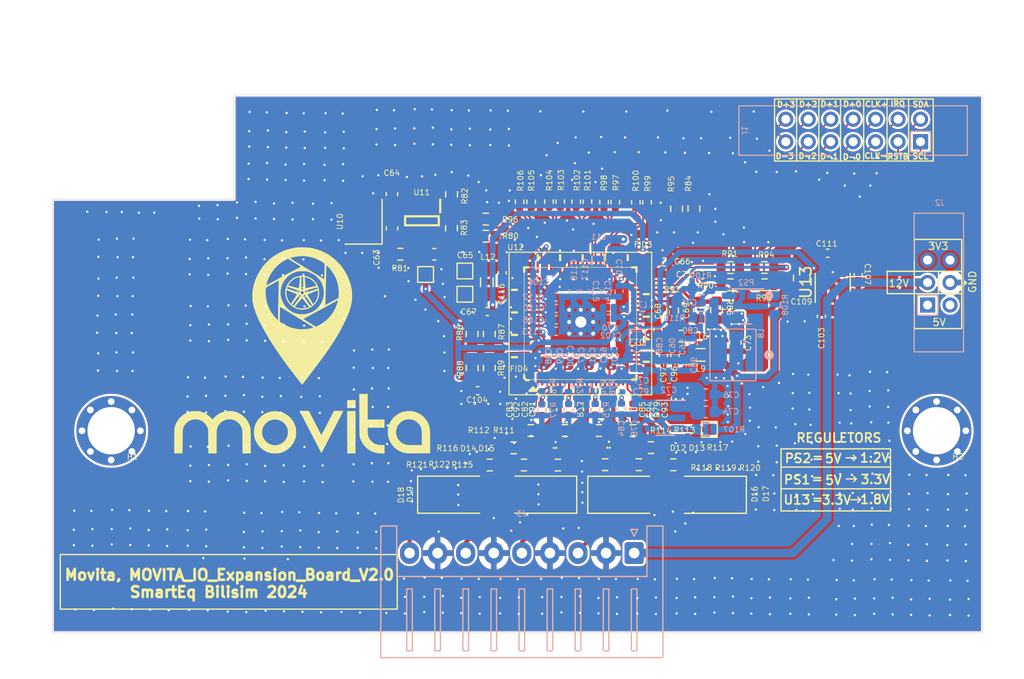
<source format=kicad_pcb>
(kicad_pcb (version 20240108) (generator "pcbnew") (generator_version "8.0")
  (title_block (title "KSS-E") (date "2020-07-13") (rev "REV1") (company "SmartEQ Bilisim"))
  (layers (0 "F.Cu" jumper) (1 "In1.Cu" signal) (2 "In2.Cu" signal) (31 "B.Cu" signal) (34 "B.Paste" user) (35 "F.Paste" user) (36 "B.SilkS" user "B.Silkscreen") (37 "F.SilkS" user "F.Silkscreen") (38 "B.Mask" user) (39 "F.Mask" user) (44 "Edge.Cuts" user))
  (net 0 "")
  (net 1 "/CSI_AHD/+3.3V")
  (net 2 "/CSI_AHD/TP2855_IRQ")
  (net 3 "/CSI_AHD/TP2855_RSTB")
  (net 4 "/CSI_AHD/TP2855_SDA")
  (net 5 "Earth")
  (net 6 "/CSI_AHD/TP2855_SCL")
  (net 7 "Net-(U10-XIN)")
  (net 8 "Net-(U12-RSTB)")
  (net 9 "Net-(U12-SCL)")
  (net 10 "Net-(PS2-OUT)")
  (net 11 "Net-(D13-A2)")
  (net 12 "Net-(D12-A2)")
  (net 13 "Net-(U13-BP)")
  (net 14 "Net-(PS2-EN)")
  (net 15 "/CSI_AHD/DVDD")
  (net 16 "/CSI_AHD/LX")
  (net 17 "VDDIO_18")
  (net 18 "TP2855_VCCIO")
  (net 19 "/CSI_AHD/TP2855_VIN2N")
  (net 20 "/CSI_AHD/TP2855_VIN1N")
  (net 21 "/CSI_AHD/TP2855_VIN4N")
  (net 22 "/CSI_AHD/TP2855_VIN3N")
  (net 23 "/CSI_AHD/TP2855_VIN2P")
  (net 24 "Net-(D17-A2)")
  (net 25 "/CSI_AHD/TP2855_VIN1P")
  (net 26 "Net-(D16-A2)")
  (net 27 "/CSI_AHD/TP2855_VIN4P")
  (net 28 "Net-(D15-A2)")
  (net 29 "/CSI_AHD/TP2855_VIN3P")
  (net 30 "Net-(D14-A2)")
  (net 31 "TP2855_CODEC_V3V3")
  (net 32 "TP2855_AVDD1V2")
  (net 33 "TP2855_DVDD1V2")
  (net 34 "/CSI_AHD/TP2855_XOUT")
  (net 35 "TP2855_AVDDPLL_1V2")
  (net 36 "VDD_1V2")
  (net 37 "TP2855_AVDD3V3")
  (net 38 "Net-(D18-A2)")
  (net 39 "Net-(D19-A2)")
  (net 40 "/CSI_AHD/TP2855_OSC_CLK_IN")
  (net 41 "/CSI_AHD/TP2855_IIC_ADDR0")
  (net 42 "/CSI_AHD/TP2855_IIC_ADDR1")
  (net 43 "Net-(PS1-EN)")
  (net 45 "/CSI_AHD/TP2855_TEST_MODE")
  (net 46 "/CSI_AHD/TP2855_OSC_CLK_OUT")
  (net 47 "/CSI_AHD/TP2855_D-0")
  (net 48 "/CSI_AHD/TP2855_D+0")
  (net 49 "/CSI_AHD/TP2855_CLK-")
  (net 50 "/CSI_AHD/CK1_N")
  (net 51 "/CSI_AHD/TP2855_CLK+")
  (net 52 "/CSI_AHD/CK1_P")
  (net 53 "/CSI_AHD/TP2855_D-1")
  (net 54 "/CSI_AHD/TP2855_D+1")
  (net 55 "/CSI_AHD/TP2855_D-2")
  (net 56 "/CSI_AHD/TP2855_D+2")
  (net 57 "/CSI_AHD/TP2855_D-3")
  (net 58 "/CSI_AHD/TP2855_D+3")
  (net 59 "/CSI_AHD/TP2855_PTZ2")
  (net 60 "/CSI_AHD/TP2855_PTZ1")
  (net 61 "/CSI_AHD/TP2855_PTZ4")
  (net 62 "/CSI_AHD/TP2855_PTZ3")
  (net 63 "Net-(U11-OUT*Y1)")
  (net 64 "Net-(U11-INA1)")
  (net 65 "Net-(U12-IRQ)")
  (net 66 "Net-(U12-SDA)")
  (net 67 "Net-(U12-ALINKI)")
  (net 68 "/CSI_AHD/D01_N")
  (net 69 "/CSI_AHD/D01_P")
  (net 70 "/CSI_AHD/D11_N")
  (net 71 "/CSI_AHD/D11_P")
  (net 72 "/CSI_AHD/D21_N")
  (net 73 "/CSI_AHD/D21_P")
  (net 74 "/CSI_AHD/D31_N")
  (net 75 "/CSI_AHD/D31_P")
  (net 106 "/CSI_AHD/+5V")
  (net 107 "/CSI_AHD/VBUS")
  (footprint "Capacitor_SMD:C_0402_1005Metric" (layer "F.Cu") (at 127.09999 64.79999 180)
    (property "Reference" "C66")
    (property "Value" "100nF" (hide yes))
  )
  (footprint "Diode_SMD:D_SMA" (layer "F.Cu") (at 123.8125 85.53)
    (property "Reference" "D16")
    (property "Value" "SMAJ30CA" (hide yes))
  )
  (footprint "Resistor_SMD:R_0603_1608Metric" (layer "F.Cu") (at 132.99 65.3 180)
    (property "Reference" "R91")
    (property "Value" "100R" (hide yes))
  )
  (footprint "Footprint Library:LOGO_2" (layer "F.Cu") (at 95.4 74.15)
    (property "Reference" "G***")
    (property "Value" "LOGO" (hide yes))
  )
  (footprint "Resistor_SMD:R_0603_1608Metric" (layer "F.Cu") (at 111.22 60.98)
    (property "Reference" "R96")
    (property "Value" "DNP" (hide yes))
  )
  (footprint "Diode_SMD:D_SMA" (layer "F.Cu") (at 115.81 85.52 180)
    (property "Reference" "D19")
    (property "Value" "SMAJ30CA" (hide yes))
  )
  (footprint "Capacitor_SMD:C_0402_1005Metric" (layer "F.Cu") (at 117.18 77.95 -90)
    (property "Reference" "C92")
    (property "Value" "100nF" (hide yes))
  )
  (footprint "Inductor_SMD:L_0603_1608Metric" (layer "F.Cu") (at 128.57999 71.39999 180)
    (property "Reference" "L6")
    (property "Value" "742792651" (hide yes))
  )
  (footprint "Resistor_SMD:R_0603_1608Metric" (layer "F.Cu") (at 121.845 82.85 180)
    (property "Reference" "R118")
    (property "Value" "22R" (hide yes))
  )
  (footprint "Resistor_SMD:R_0402_1005Metric" (layer "F.Cu") (at 115.25999 59.43999 -90)
    (property "Reference" "R105")
    (property "Value" "22R" (hide yes))
  )
  (footprint "Resistor_SMD:R_0603_1608Metric" (layer "F.Cu") (at 125.93 81.33 180)
    (property "Reference" "R117")
    (property "Value" "22R" (hide yes))
  )
  (footprint "Diode_SMD:D_0402_1005Metric" (layer "F.Cu") (at 123.3475 81.34)
    (property "Reference" "D13")
    (property "Value" "EZJ-Z0V800AA" (hide yes))
  )
  (footprint "Library:NL27WZU04DTT1G" (layer "F.Cu") (at 106.485 59.821 180)
    (property "Reference" "U11")
    (property "Value" "NL27WZU04DTT1G" (hide yes))
  )
  (footprint "Resistor_SMD:R_0402_1005Metric" (layer "F.Cu") (at 117.84999 59.41999 -90)
    (property "Reference" "R103")
    (property "Value" "22R" (hide yes))
  )
  (footprint "Capacitor_SMD:C_0402_1005Metric" (layer "F.Cu") (at 124.31 77.9 -90)
    (property "Reference" "C93")
    (property "Value" "100nF" (hide yes))
  )
  (footprint "Resistor_SMD:R_0603_1608Metric" (layer "F.Cu") (at 111.225 62.51 180)
    (property "Reference" "R80")
    (property "Value" "100R" (hide yes))
  )
  (footprint "Capacitor_SMD:C_0402_1005Metric" (layer "F.Cu") (at 128.05999 73.10999 -90)
    (property "Reference" "C96")
    (property "Value" "100nF" (hide yes))
  )
  (footprint "Resistor_SMD:R_0603_1608Metric" (layer "F.Cu") (at 124.855 82.85)
    (property "Reference" "R119")
    (property "Value" "75R" (hide yes))
  )
  (footprint "Capacitor_SMD:C_0603_1608Metric" (layer "F.Cu") (at 102.86 58.755 90)
    (property "Reference" "C64")
    (property "Value" "8pF" (hide yes))
  )
  (footprint "TestPoint:TestPoint_Pad_1.0x1.0mm" (layer "F.Cu") (at 131.12999 79.69999)
    (property "Reference" "TP13" (hide yes))
    (property "Value" "DNP" (hide yes))
  )
  (footprint "Resistor_SMD:R_0603_1608Metric" (layer "F.Cu") (at 108.175 58.775 90)
    (property "Reference" "R82")
    (property "Value" "560K" (hide yes))
  )
  (footprint "Resistor_SMD:R_0603_1608Metric" (layer "F.Cu") (at 110.01 74.245 -90)
    (property "Reference" "R88")
    (property "Value" "4.7K" (hide yes))
  )
  (footprint "Capacitor_SMD:C_0402_1005Metric" (layer "F.Cu") (at 112.68 65.76 -90)
    (property "Reference" "C116")
    (property "Value" "100nF" (hide yes))
  )
  (footprint "Resistor_SMD:R_0402_1005Metric" (layer "F.Cu") (at 114.22999 59.43999 -90)
    (property "Reference" "R106")
    (property "Value" "22R" (hide yes))
  )
  (footprint "Resistor_SMD:R_0603_1608Metric" (layer "F.Cu") (at 111.53 74.245 90)
    (property "Reference" "R89")
    (property "Value" "DNP" (hide yes))
  )
  (footprint "TestPoint:TestPoint_Pad_1.0x1.0mm" (layer "F.Cu") (at 109.36 65.6)
    (property "Reference" "TP17" (hide yes))
    (property "Value" "DNP" (hide yes))
  )
  (footprint "Capacitor_SMD:C_0402_1005Metric" (layer "F.Cu") (at 141.67 64.02)
    (property "Reference" "C111")
    (property "Value" "100nF" (hide yes))
  )
  (footprint "Capacitor_SMD:C_0402_1005Metric" (layer "F.Cu") (at 141.103927 69.645884 -90)
    (property "Reference" "C103")
    (property "Value" "100nF" (hide yes))
  )
  (footprint "Capacitor_SMD:C_0402_1005Metric" (layer "F.Cu") (at 119.56 77.93 -90)
    (property "Reference" "C91")
    (property "Value" "100nF" (hide yes))
  )
  (footprint "Crystal:Crystal_SMD_3225-4Pin_3.2x2.5mm" (layer "F.Cu") (at 100.33 61.205 90)
    (property "Reference" "U10")
    (property "Value" "CF4027M00010" (hide yes))
  )
  (footprint "Diode_SMD:D_0402_1005Metric" (layer "F.Cu") (at 118.585 81.36)
    (property "Reference" "D15")
    (property "Value" "EZJ-Z0V800AA" (hide yes))
  )
  (footprint "Resistor_SMD:R_0603_1608Metric" (layer "F.Cu") (at 111.53 71.215 -90)
    (property "Reference" "R87")
    (property "Value" "DNP" (hide yes))
  )
  (footprint "Resistor_SMD:R_0603_1608Metric" (layer "F.Cu") (at 136.03 65.29 180)
    (property "Reference" "R94")
    (property "Value" "2K" (hide yes))
  )
  (footprint "Diode_SMD:D_0402_1005Metric" (layer "F.Cu") (at 116.185 81.36 180)
    (property "Reference" "D14")
    (property "Value" "EZJ-Z0V800AA" (hide yes))
  )
  (footprint "Capacitor_SMD:C_0603_1608Metric" (layer "F.Cu") (at 130.23 69.11 90)
    (property "Reference" "C69")
    (property "Value" "1nF" (hide yes))
  )
  (footprint "Resistor_SMD:R_0603_1608Metric" (layer "F.Cu") (at 117.645 82.88)
    (property "Reference" "R115")
    (property "Value" "22R" (hide yes))
  )
  (footprint "Resistor_SMD:R_0603_1608Metric" (layer "F.Cu") (at 118.26 79.81 180)
    (property "Reference" "R111")
    (property "Value" "47R" (hide yes))
  )
  (footprint "Diode_SMD:D_SMA" (layer "F.Cu") (at 108.66 85.52)
    (property "Reference" "D18")
    (property "Value" "SMAJ30CA" (hide yes))
  )
  (footprint "Fiducial:Fiducial_0.5mm_Mask1mm" (layer "F.Cu") (at 125.223927 64.755884)
    (property "Reference" "FID3")
    (property "Value" "Fiducial")
  )
  (footprint "Resistor_SMD:R_0603_1608Metric" (layer "F.Cu") (at 128.20999 60.05499 -90)
    (property "Reference" "R95")
    (property "Value" "0R" (hide yes))
  )
  (footprint "Footprint Library:EPQFN_88L_10X10" (layer "F.Cu") (at 114.64 65.28 90)
    (property "Reference" "U12")
    (property "Value" "TP2815" (hide yes))
  )
  (footprint "Resistor_SMD:R_0603_1608Metric" (layer "F.Cu") (at 133 66.83 180)
    (property "Reference" "R90")
    (property "Value" "100R" (hide yes))
  )
  (footprint "Resistor_SMD:R_0402_1005Metric" (layer "F.Cu") (at 121.74999 59.46999 -90)
    (property "Reference" "R98")
    (property "Value" "22R" (hide yes))
  )
  (footprint "Capacitor_SMD:C_0402_1005Metric" (layer "F.Cu") (at 121.95 77.92 -90)
    (property "Reference" "C94")
    (property "Value" "100nF" (hide yes))
  )
  (footprint "Resistor_SMD:R_0603_1608Metric" (layer "F.Cu") (at 127.92 82.86)
    (property "Reference" "R120")
    (property "Value" "75R" (hide yes))
  )
  (footprint "Resistor_SMD:R_0603_1608Metric" (layer "F.Cu") (at 121.295 79.81 180)
    (property "Reference" "R114")
    (property "Value" "47R" (hide yes))
  )
  (footprint "Capacitor_SMD:C_0603_1608Metric" (layer "F.Cu") (at 106.64 64.11)
    (property "Reference" "C65")
    (property "Value" "1uF" (hide yes))
  )
  (footprint "Resistor_SMD:R_0603_1608Metric" (layer "F.Cu") (at 129.74999 60.03499 -90)
    (property "Reference" "R84")
    (property "Value" "0R" (hide yes))
  )
  (footprint "Inductor_SMD:L_0805_2012Metric" (layer "F.Cu") (at 130.33999 73.06999 180)
    (property "Reference" "L9")
    (property "Value" "YI201209U101-3R0T" (hide yes))
  )
  (footprint "Capacitor_SMD:C_0402_1005Metric" (layer "F.Cu") (at 130.51 65.94 180)
    (property "Reference" "C71")
    (property "Value" "56pF" (hide yes))
  )
  (footprint "Capacitor_SMD:C_0603_1608Metric" (layer "F.Cu") (at 102.87 61.81 -90)
    (property "Reference" "C63")
    (property "Value" "8pF" (hide yes))
  )
  (footprint "Resistor_SMD:R_0603_1608Metric" (layer "F.Cu") (at 115.23 79.81 180)
    (property "Reference" "R112")
    (property "Value" "47R" (hide yes))
  )
  (footprint "Resistor_SMD:R_0603_1608Metric" (layer "F.Cu") (at 108.165 61.795 90)
    (property "Reference" "R83")
    (property "Value" "DNP" (hide yes))
  )
  (footprint "Inductor_SMD:L_0805_2012Metric" (layer "F.Cu") (at 111.31 66.605 90)
    (property "Reference" "L12")
    (property "Value" "YI201209U101-3R0T" (hide yes))
  )
  (footprint "Resistor_SMD:R_0603_1608Metric" (layer "F.Cu") (at 103.61 64.11)
    (property "Reference" "R81")
    (property "Value" "100R" (hide yes))
  )
  (footprint "Resistor_SMD:R_0603_1608Metric" (layer "F.Cu") (at 136.04 66.83 180)
    (property "Reference" "R93")
    (property "Value" "2K" (hide yes))
  )
  (footprint "Resistor_SMD:R_0603_1608Metric" (layer "F.Cu") (at 131.77 69.1 90)
    (property "Reference" "R85")
    (property "Value" "0R" (hide yes))
  )
  (footprint "Resistor_SMD:R_0402_1005Metric" (layer "F.Cu") (at 116.84999 59.41999 -90)
    (property "Reference" "R104")
    (property "Value" "22R" (hide yes))
  )
  (footprint "Capacitor_SMD:C_0402_1005Metric" (layer "F.Cu") (at 111.35 69.21)
    (property "Reference" "C67")
    (property "Value" "100nF" (hide yes))
  )
  (footprint "Resistor_SMD:R_0402_1005Metric" (layer "F.Cu") (at 125.57999 59.47999 -90)
    (property "Reference" "R99")
    (property "Value" "22R" (hide yes))
  )
  (footprint "Capacitor_SMD:C_0402_1005Metric" (layer "F.Cu") (at 116.2 77.95 -90)
    (property "Reference" "C83")
    (property "Value" "100nF" (hide yes))
  )
  (footprint "Resistor_SMD:R_0603_1608Metric" (layer "F.Cu") (at 124.315 79.81 180)
    (property "Reference" "R113")
    (property "Value" "47R" (hide yes))
  )
  (footprint "Resistor_SMD:R_0603_1608Metric" (layer "F.Cu") (at 114.615 82.88 180)
    (property "Reference" "R122")
    (property "Value" "75R" (hide yes))
  )
  (footprint "Capacitor_SMD:C_0603_1608Metric" (layer "F.Cu") (at 133.43999 71.96999 -90)
    (property "Reference" "C73")
    (property "Value" "10uF" (hide yes))
  )
  (footprint "Capacitor_SMD:C_0402_1005Metric" (layer "F.Cu") (at 144.38 65.94 -90)
    (property "Reference" "C107")
    (property "Value" "100nF" (hide yes))
  )
  (footprint "TestPoint:TestPoint_Pad_1.0x1.0mm" (layer "F.Cu") (at 109.36 67.67 90)
    (property "Reference" "TP14" (hide yes))
    (property "Value" "DNP" (hide yes))
  )
  (footprint "Capacitor_SMD:C_0402_1005Metric" (layer "F.Cu") (at 127.03999 73.11999 -90)
    (property "Reference" "C97")
    (property "Value" "4.7uF" (hide yes))
  )
  (footprint "Resistor_SMD:R_0402_1005Metric" (layer "F.Cu") (at 119.26999 59.43499 -90)
    (property "Reference" "R102")
    (property "Value" "22R" (hide yes))
  )
  (footprint "TestPoint:TestPoint_Pad_1.0x1.0mm" (layer "F.Cu") (at 105.86 65.91)
    (property "Reference" "TP16" (hide yes))
    (property "Value" "DNP" (hide yes))
  )
  (footprint "Capacitor_SMD:C_0402_1005Metric" (layer "F.Cu") (at 118.58 77.93 -90)
    (property "Reference" "C82")
    (property "Value" "100nF" (hide yes))
  )
  (footprint "Capacitor_SMD:C_0805_2012Metric" (layer "F.Cu") (at 139.353927 66.235884 -90)
    (property "Reference" "C109")
    (property "Value" "10uF " (hide yes))
  )
  (footprint "Resistor_SMD:R_0402_1005Metric" (layer "F.Cu") (at 123.3 77.91 90)
    (property "Reference" "R79")
    (property "Value" "510K" (hide yes))
  )
  (footprint "Capacitor_SMD:C_0402_1005Metric" (layer "F.Cu") (at 110.48999 76.25999)
    (property "Reference" "C104")
    (property "Value" "100nF" (hide yes))
  )
  (footprint "Resistor_SMD:R_0603_1608Metric" (layer "F.Cu") (at 113.7 81.35)
    (property "Reference" "R116")
    (property "Value" "22R" (hide yes))
  )
  (footprint "Resistor_SMD:R_0603_1608Metric" (layer "F.Cu") (at 127.84999 69.11999 90)
    (property "Reference" "R92")
    (property "Value" "22R" (hide yes))
  )
  (footprint "Resistor_SMD:R_0402_1005Metric" (layer "F.Cu") (at 120.26999 59.42999 -90)
    (property "Reference" "R101")
    (property "Value" "22R" (hide yes))
  )
  (footprint "Package_TO_SOT_SMD:SOT-23-5" (layer "F.Cu") (at 142.113927 66.602134 90)
    (property "Reference" "U13")
    (property "Value" "TP5108E23E-18")
  )
  (footprint "Diode_SMD:D_SMA" (layer "F.Cu") (at 130.91 85.53 180)
    (property "Reference" "D17")
    (property "Value" "SMAJ30CA" (hide yes))
  )
  (footprint "Resistor_SMD:R_0402_1005Metric" (layer "F.Cu") (at 122.74999 59.46999 -90)
    (property "Reference" "R97")
    (property "Value" "22R" (hide yes))
  )
  (footprint "Resistor_SMD:R_0402_1005Metric" (layer "F.Cu") (at 124.57999 59.47999 -90)
    (property "Reference" "R100")
    (property "Value" "22R" (hide yes))
  )
  (footprint "Capacitor_SMD:C_0402_1005Metric" (layer "F.Cu") (at 120.96 77.92 -90)
    (property "Reference" "C85")
    (property "Value" "100nF" (hide yes))
  )
  (footprint "Footprint Library:Screw Terminal Shinbo" (layer "F.Cu") (at 77.860097 79.828297)
    (property "Reference" "H1")
    (property "Value" "M3x*0.5 L=6")
  )
  (footprint "Fiducial:Fiducial_0.5mm_Mask1mm" (layer "F.Cu") (at 114.173927 75.805884)
    (property "Reference" "FID4")
    (property "Value" "Fiducial")
  )
  (footprint "Resistor_SMD:R_0603_1608Metric" (layer "F.Cu") (at 111.575 82.88 180)
    (property "Reference" "R121")
    (property "Value" "75R" (hide yes))
  )
  (footprint "Resistor_SMD:R_0603_1608Metric" (layer "F.Cu") (at 110 71.215 90)
    (property "Reference" "R86")
    (property "Value" "4.7K" (hide yes))
  )
  (footprint "Diode_SMD:D_0402_1005Metric" (layer "F.Cu") (at 120.9425 81.34 180)
    (property "Reference" "D12")
    (property "Value" "EZJ-Z0V800AA" (hide yes))
  )
  (footprint "Footprint Library:Screw Terminal Shinbo" (layer "F.Cu") (at 151.360097 79.828297)
    (property "Reference" "H2")
    (property "Value" "M3x*0.5 L=6")
  )
  (footprint "Capacitor_SMD:C_0402_1005Metric" (layer "F.Cu") (at 126.54999 70.79999 -90)
    (property "Reference" "C68")
    (property "Value" "100nF" (hide yes))
  )
  (footprint "Resistor_SMD:R_0603_1608Metric" (layer "B.Cu") (at 130.79999 79.69999 180)
    (property "Reference" "R107")
    (property "Value" "10K" (hide yes))
  )
  (footprint "Capacitor_SMD:C_0402_1005Metric" (layer "B.Cu") (at 124.52 77.89 -90)
    (property "Reference" "C78")
    (property "Value" "4.7uF" (hide yes))
  )
  (footprint "Capacitor_SMD:C_0402_1005Metric" (layer "B.Cu") (at 118.7525 73.14 90)
    (property "Reference" "C100")
    (property "Value" "100nF" (hide yes))
  )
  (footprint "Capacitor_SMD:C_0402_1005Metric" (layer "B.Cu") (at 123.29 77.89 -90)
    (property "Reference" "C84")
    (property "Value" "100nF" (hide yes))
  )
  (footprint "Connector_JST:JST_XH_S9B-XH-A_1x09_P2.50mm_Horizontal" (layer "B.Cu") (at 124.43 90.718297 180)
    (property "Reference" "J3")
    (property "Value" ":JST_XH_S9B-XH-A_1x09_P2.50mm_MALE_Horizontal")
  )
  (footprint "Capacitor_SMD:C_0402_1005Metric" (layer "B.Cu") (at 117.7725 73.14 90)
    (property "Reference" "C89")
    (property "Value" "100nF" (hide yes))
  )
  (footprint "Capacitor_SMD:C_0402_1005Metric" (layer "B.Cu") (at 122.05 67.4 -90)
    (property "Reference" "C114")
    (property "Value" "100nF" (hide yes))
  )
  (footprint "Footprint Library:Analog signal connector" (layer "B.Cu") (at 143.932097 53.09 90)
    (property "Reference" "J1")
    (property "Value" "Conn_01x14_Pin")
  )
  (footprint "Inductor_SMD:L_0603_1608Metric" (layer "B.Cu") (at 124.6725 73.33 180)
    (property "Reference" "L10")
    (property "Value" "CBW160808U101T" (hide yes))
  )
  (footprint "Resistor_SMD:R_0402_1005Metric" (layer "B.Cu") (at 118.59 77.95 90)
    (property "Reference" "R73")
    (property "Value" "510K" (hide yes))
  )
  (footprint "TestPoint:TestPoint_Pad_1.0x1.0mm" (layer "B.Cu") (at 124.72 71.51 180)
    (property "Reference" "TP15" (hide yes))
    (property "Value" "DNP" (hide yes))
  )
  (footprint "Capacitor_SMD:C_0402_1005Metric" (layer "B.Cu") (at 122.13999 68.83999 180)
    (property "Reference" "C70")
    (property "Value" "100nF" (hide yes))
  )
  (footprint "Capacitor_SMD:C_0402_1005Metric" (layer "B.Cu") (at 117.51 67.92)
    (property "Reference" "C112")
    (property "Value" "100nF" (hide yes))
  )
  (footprint "Capacitor_SMD:C_0402_1005Metric" (layer "B.Cu") (at 116.7925 73.15 90)
    (property "Reference" "C98")
    (property "Value" "100nF" (hide yes))
  )
  (footprint "Resistor_SMD:R_0603_1608Metric" (layer "B.Cu") (at 130.42 67.19)
    (property "Reference" "R109")
    (property "Value" "150K " (hide yes))
  )
  (footprint "Capacitor_SMD:C_0402_1005Metric" (layer "B.Cu") (at 115.90999 65.75)
    (property "Reference" "C106")
    (property "Value" "100nF" (hide yes))
  )
  (footprint "Capacitor_SMD:C_0402_1005Metric" (layer "B.Cu") (at 129.7 73.98 -90)
    (property "Reference" "C86")
    (property "Value" "10uF" (hide yes))
  )
  (footprint "Capacitor_SMD:C_0603_1608Metric" (layer "B.Cu") (at 130.82 78.15)
    (property "Reference" "C74")
    (property "Value" "100nF" (hide yes))
  )
  (footprint "Package_TO_SOT_SMD:SOT-23-5" (layer "B.Cu") (at 134.05 68.76 180)
    (property "Reference" "PS2")
    (property "Value" "ETA3448S2F" (hide yes))
  )
  (footprint "Capacitor_SMD:C_0402_1005Metric" (layer "B.Cu") (at 129.7 72.09 90)
    (property "Reference" "C80")
    (property "Value" "10uF" (hide yes))
  )
  (footprint "Capacitor_SMD:C_0402_1005Metric" (layer "B.Cu") (at 117.51 68.94)
    (property "Reference" "C110")
    (property "Value" "100nF" (hide yes))
  )
  (footprint "Inductor_SMD:L_0603_1608Metric" (layer "B.Cu") (at 125.20999 69.71999 180)
    (property "Reference" "L7")
    (property "Value" "742792651" (hide yes))
  )
  (footprint "Capacitor_SMD:C_0402_1005Metric" (layer "B.Cu") (at 121.6925 73.14 90)
    (property "Reference" "C81")
    (property "Value" "100nF" (hide yes))
  )
  (footprint "Resistor_SMD:R_0402_1005Metric" (layer "B.Cu") (at 120.97 77.95 90)
    (property "Reference" "R75")
    (property "Value" "510K" (hide yes))
  )
  (footprint "Capacitor_SMD:C_0402_1005Metric" (layer "B.Cu") (at 121.05 67.4 -90)
    (property "Reference" "C115")
    (property "Value" "100nF" (hide yes))
  )
  (footprint "Capacitor_SMD:C_0603_1608Metric" (layer "B.Cu") (at 130.82 76.615)
    (property "Reference" "C75")
    (property "Value" "100nF" (hide yes))
  )
  (footprint "Resistor_SMD:R_0402_1005Metric" (layer "B.Cu") (at 123.33 75.89 90)
    (property "Reference" "R78")
    (property "Value" "1M" (hide yes))
  )
  (footprint "Resistor_SMD:R_0402_1005Metric" (layer "B.Cu") (at 116.21 77.97 90)
    (property "Reference" "R77")
    (property "Value" "510K" (hide yes))
  )
  (footprint "Resistor_SMD:R_0603_1608Metric" (layer "B.Cu") (at 130.45 69.72)
    (property "Reference" "R110")
    (property "Value" "150K " (hide yes))
  )
  (footprint "Resistor_SMD:R_0402_1005Metric" (layer "B.Cu") (at 118.58 75.86 90)
    (property "Reference" "R72")
    (property "Value" "1M" (hide yes))
  )
  (footprint "Capacitor_SMD:C_0402_1005Metric" (layer "B.Cu") (at 124.99 75.37)
    (property "Reference" "C77")
    (property "Value" "10uF" (hide yes))
  )
  (footprint "Capacitor_SMD:C_0402_1005Metric" (layer "B.Cu") (at 131.01 68.45 180)
    (property "Reference" "C76")
    (property "Value" "100pF" (hide yes))
  )
  (footprint "HDMI 2.0 TX:HCM0420-1R0M" (layer "B.Cu") (at 135.096736 73.08 180)
    (property "Reference" "L8")
    (property "Value" "YSPI0420-1R0M" (hide yes))
  )
  (footprint "Capacitor_SMD:C_0402_1005Metric" (layer "B.Cu") (at 117.52 69.95)
    (property "Reference" "C108")
    (property "Value" "100nF" (hide yes))
  )
  (footprint "Capacitor_SMD:C_0402_1005Metric" (layer "B.Cu") (at 119.7325 73.14 90)
    (property "Reference" "C87")
    (property "Value" "100nF" (hide yes))
  )
  (footprint "Capacitor_SMD:C_0402_1005Metric" (layer "B.Cu") (at 117.5 70.97)
    (property "Reference" "C113")
    (property "Value" "100nF" (hide yes))
  )
  (footprint "Capacitor_SMD:C_0402_1005Metric" (layer "B.Cu") (at 119.02 67.4 -90)
    (property "Reference" "C118")
    (property "Value" "100nF" (hide yes))
  )
  (footprint "Capacitor_SMD:C_0402_1005Metric" (layer "B.Cu") (at 122.13999 69.83999 180)
    (property "Reference" "C102")
    (property "Value" "100nF" (hide yes))
  )
  (footprint "Capacitor_SMD:C_0603_1608Metric" (layer "B.Cu") (at 127.515 76.12 180)
    (property "Reference" "C72")
    (property "Value" "10uF" (hide yes))
  )
  (footprint "Capacitor_SMD:C_0402_1005Metric" (layer "B.Cu") (at 127.71 73.98 -90)
    (property "Reference" "C90")
    (property "Value" "100nF" (hide yes))
  )
  (footprint "Capacitor_SMD:C_0402_1005Metric" (layer "B.Cu") (at 124.98 76.35)
    (property "Reference" "C79")
    (property "Value" "100nF" (hide yes))
  )
  (footprint "Resistor_SMD:R_0603_1608Metric" (layer "B.Cu") (at 136.92999 68.61999 90)
    (property "Reference" "R108")
    (property "Value" "10K" (hide yes))
  )
  (footprint "Capacitor_SMD:C_0402_1005Metric" (layer "B.Cu") (at 123.08 67.4 -90)
    (property "Reference" "C105")
    (property "Value" "100nF" (hide yes))
  )
  (footprint "Capacitor_SMD:C_0402_1005Metric" (layer "B.Cu") (at 122.6725 73.14 90)
    (property "Reference" "C101")
    (property "Value" "100nF" (hide yes))
  )
  (footprint "Capacitor_SMD:C_0402_1005Metric" (layer "B.Cu") (at 120.7125 73.14 90)
    (property "Reference" "C99")
    (property "Value" "100nF" (hide yes))
  )
  (footprint "Resistor_SMD:R_0402_1005Metric" (layer "B.Cu") (at 120.97 75.79 90)
    (property "Reference" "R74")
    (property "Value" "1M" (hide yes))
  )
  (footprint "Package_TO_SOT_SMD:SOT-23-5" (layer "B.Cu") (at 127.17 78.6775 180)
    (property "Reference" "PS1" (hide yes))
    (property "Value" "RT9013-33GB")
  )
  (footprint "Resistor_SMD:R_0402_1005Metric" (layer "B.Cu") (at 116.22 75.79 90)
    (property "Reference" "R76")
    (property "Value" "1M" (hide yes))
  )
  (footprint "Capacitor_SMD:C_0402_1005Metric" (layer "B.Cu") (at 126.7 73.98 -90)
    (property "Reference" "C88")
    (property "Value" "4.7uF" (hide yes))
  )
  (footprint "Capacitor_SMD:C_0402_1005Metric" (layer "B.Cu") (at 128.7 73.98 -90)
    (property "Reference" "C95")
    (property "Value" "100nF" (hide yes))
  )
  (footprint "Capacitor_SMD:C_0402_1005Metric" (layer "B.Cu") (at 120.04 67.39 -90)
    (property "Reference" "C117")
    (property "Value" "100nF" (hide yes))
  )
  (footprint "Footprint Library:Analog power connector" (layer "B.Cu") (at 151.56 66.63)
    (property "Reference" "J2")
    (property "Value" "Conn_01x06_Pin")
  )
  (footprint "Inductor_SMD:L_0805_2012Metric" (layer "B.Cu") (at 121.23 64.66 -90)
    (property "Reference" "L11")
    (property "Value" "YI201209U101-3R0T" (hide yes))
  )
  (gr_line (start 144.58 85.97) (end 144.34 85.73) (stroke (width 0.12)) (layer "F.SilkS"))
  (gr_line (start 137.49 85) (end 147.22 85) (stroke (width 0.12)) (layer "F.SilkS"))
  (gr_line (start 144.58 85.97) (end 144.33 86.22) (stroke (width 0.12)) (layer "F.SilkS"))
  (gr_line (start 138.9 50.29) (end 136.93 50.29) (stroke (width 0.12)) (layer "F.SilkS"))
  (gr_line (start 148.87 50.31) (end 148.87 55.8) (stroke (width 0.12)) (layer "F.SilkS"))
  (gr_rect (start 137.51 81.44) (end 147.26 86.97) (stroke (width 0.12)) (fill none) (layer "F.SilkS"))
  (gr_line (start 138.9 55.81) (end 151.06 55.81) (stroke (width 0.12)) (layer "F.SilkS"))
  (gr_line (start 153.72 66.66) (end 154.02 66.66) (stroke (width 0.12)) (layer "F.SilkS"))
  (gr_line (start 144.21 84.12) (end 143.96 84.37) (stroke (width 0.12)) (layer "F.SilkS"))
  (gr_line (start 138.9 55.81) (end 136.93 55.81) (stroke (width 0.12)) (layer "F.SilkS"))
  (gr_line (start 143.69 85.97) (end 144.58 85.97) (stroke (width 0.12)) (layer "F.SilkS"))
  (gr_line (start 144.19 82.24) (end 143.95 82) (stroke (width 0.12)) (layer "F.SilkS"))
  (gr_line (start 144.87 50.29) (end 144.87 55.79) (stroke (width 0.12)) (layer "F.SilkS"))
  (gr_line (start 151.53 65.66) (end 151.53 67.59) (stroke (width 0.12)) (layer "F.SilkS"))
  (gr_line (start 151.06 55.81) (end 151.06 50.29) (stroke (width 0.12)) (layer "F.SilkS"))
  (gr_line (start 143.32 84.12) (end 144.21 84.12) (stroke (width 0.12)) (layer "F.SilkS"))
  (gr_line (start 154.02 66.66) (end 153.84 66.84) (stroke (width 0.12)) (layer "F.SilkS"))
  (gr_rect (start 149.37 62.79) (end 153.6 70.73) (stroke (width 0.12)) (fill none) (layer "F.SilkS"))
  (gr_line (start 146.96 67.62) (end 153.61 67.62) (stroke (width 0.12)) (layer "F.SilkS"))
  (gr_line (start 146.96 65.63) (end 146.96 67.62) (stroke (width 0.12)) (layer "F.SilkS"))
  (gr_line (start 146.95 50.29) (end 146.95 55.77) (stroke (width 0.12)) (layer "F.SilkS"))
  (gr_line (start 143.3 82.24) (end 144.19 82.24) (stroke (width 0.12)) (layer "F.SilkS"))
  (gr_line (start 154.02 66.66) (end 153.85 66.49) (stroke (width 0.12)) (layer "F.SilkS"))
  (gr_line (start 151.06 50.29) (end 138.9 50.29) (stroke (width 0.12)) (layer "F.SilkS"))
  (gr_line (start 138.9 50.31) (end 138.9 55.81) (stroke (width 0.12)) (layer "F.SilkS"))
  (gr_line (start 144.21 84.12) (end 143.97 83.88) (stroke (width 0.12)) (layer "F.SilkS"))
  (gr_line (start 146.96 65.63) (end 153.6 65.63) (stroke (width 0.12)) (layer "F.SilkS"))
  (gr_line (start 144.19 82.24) (end 143.94 82.49) (stroke (width 0.12)) (layer "F.SilkS"))
  (gr_line (start 142.81 50.29) (end 142.81 55.81) (stroke (width 0.12)) (layer "F.SilkS"))
  (gr_line (start 136.93 50.31) (end 136.93 55.81) (stroke (width 0.12)) (layer "F.SilkS"))
  (gr_line (start 137.55 83.06) (end 147.27 83.06) (stroke (width 0.12)) (layer "F.SilkS"))
  (gr_rect (start 73.33 90.85) (end 103.33 95.71) (stroke (width 0.12)) (fill none) (layer "F.SilkS"))
  (gr_line (start 140.88 50.32) (end 140.88 55.81) (stroke (width 0.12)) (layer "F.SilkS"))
  (gr_line (start 155.47 49.93) (end 88.8 49.93) (stroke (width 0.05)) (layer "Edge.Cuts"))
  (gr_line (start 88.8 59.21) (end 72.61007 59.21) (stroke (width 0.05)) (layer "Edge.Cuts"))
  (gr_line (start 88.8 49.93) (end 88.8 59.21) (stroke (width 0.05)) (layer "Edge.Cuts"))
  (gr_line (start 155.47 97.828) (end 155.47 49.93) (stroke (width 0.05)) (layer "Edge.Cuts"))
  (gr_line (start 72.61007 97.828) (end 155.47 97.828) (stroke (width 0.05)) (layer "Edge.Cuts"))
  (gr_line (start 72.61007 59.21) (end 72.61007 97.828) (stroke (width 0.05)) (layer "Edge.Cuts"))
  (gr_text "3V3" (at 150.55 63.77 0) (layer "F.SilkS") (effects (font (size 0.65 0.65) (thickness 0.1)) (justify left bottom)))
  (gr_text "=" (at 140.15 84.54 0) (layer "F.SilkS") (effects (font (size 0.8 0.8) (thickness 0.15) (bold yes)) (justify left bottom)))
  (gr_text "PS1" (at 137.68 84.65 0) (layer "F.SilkS") (effects (font (size 0.8 0.8) (thickness 0.15) (bold yes)) (justify left bottom)))
  (gr_text "D-0\n" (at 142.94 55.73 0) (layer "F.SilkS") (effects (font (size 0.5 0.5) (thickness 0.125) (bold yes)) (justify left bottom)))
  (gr_text "CLK+" (at 144.92 51.04 0) (layer "F.SilkS") (effects (font (size 0.5 0.5) (thickness 0.125) (bold yes)) (justify left bottom)))
  (gr_text "IRQ" (at 147.19 51.03 0) (layer "F.SilkS") (effects (font (size 0.5 0.5) (thickness 0.125) (bold yes)) (justify left bottom)))
  (gr_text "12V" (at 147.04 67.09 0) (layer "F.SilkS") (effects (font (size 0.65 0.65) (thickness 0.1)) (justify left bottom)))
  (gr_text "=" (at 140.17 86.38 0) (layer "F.SilkS") (effects (font (size 0.8 0.8) (thickness 0.15) (bold yes)) (justify left bottom)))
  (gr_text "3.3V" (at 144.51 84.63 0) (layer "F.SilkS") (effects (font (size 0.8 0.8) (thickness 0.15) (bold yes)) (justify left bottom)))
  (gr_text "RSTB" (at 146.92 55.7 0) (layer "F.SilkS") (effects (font (size 0.5 0.5) (thickness 0.125) (bold yes)) (justify left bottom)))
  (gr_text "U13" (at 137.65 86.45 0) (layer "F.SilkS") (effects (font (size 0.8 0.8) (thickness 0.15) (bold yes)) (justify left bottom)))
  (gr_text "PS2" (at 137.76 82.75 0) (layer "F.SilkS") (effects (font (size 0.8 0.8) (thickness 0.15) (bold yes)) (justify left bottom)))
  (gr_text "D-2" (at 139 55.66 0) (layer "F.SilkS") (effects (font (size 0.5 0.5) (thickness 0.125) (bold yes)) (justify left bottom)))
  (gr_text "=" (at 140.19 82.65 0) (layer "F.SilkS") (effects (font (size 0.8 0.8) (thickness 0.15) (bold yes)) (justify left bottom)))
  (gr_text "1.8V" (at 144.47 86.41 0) (layer "F.SilkS") (effects (font (size 0.8 0.8) (thickness 0.15) (bold yes)) (justify left bottom)))
  (gr_text "5V" (at 141.36 84.7 0) (layer "F.SilkS") (effects (font (size 0.8 0.8) (thickness 0.15) (bold yes)) (justify left bottom)))
  (gr_text "D+0\n" (at 142.97 51.03 0) (layer "F.SilkS") (effects (font (size 0.5 0.5) (thickness 0.125) (bold yes)) (justify left bottom)))
  (gr_text "D+2\n" (at 139.05 51.05 0) (layer "F.SilkS") (effects (font (size 0.5 0.5) (thickness 0.125) (bold yes)) (justify left bottom)))
  (gr_text "D-1" (at 140.92 55.7 0) (layer "F.SilkS") (effects (font (size 0.5 0.5) (thickness 0.125) (bold yes)) (justify left bottom)))
  (gr_text "SDA" (at 149.16 51.06 0) (layer "F.SilkS") (effects (font (size 0.5 0.5) (thickness 0.125) (bold yes)) (justify left bottom)))
  (gr_text "Movita, MOVITA_IO_Expansion_Board_V2.0\n        SmartEq Bilisim 2024\n\n" (at 73.6 96.28 0) (layer "F.SilkS") (effects (font (size 0.95 0.95) (thickness 0.2375) (bold yes)) (justify left bottom)))
  (gr_text "D+3\n" (at 137.08 51.07 0) (layer "F.SilkS") (effects (font (size 0.5 0.5) (thickness 0.125) (bold yes)) (justify left bottom)))
  (gr_text "CLK-" (at 144.87 55.64 0) (layer "F.SilkS") (effects (font (size 0.5 0.5) (thickness 0.125) (bold yes)) (justify left bottom)))
  (gr_text "1.2V" (at 144.45 82.71 0) (layer "F.SilkS") (effects (font (size 0.8 0.8) (thickness 0.15) (bold yes)) (justify left bottom)))
  (gr_text "GND" (at 154.94 67.62 90) (layer "F.SilkS") (effects (font (size 0.65 0.65) (thickness 0.1)) (justify left bottom)))
  (gr_text "5V" (at 150.94 70.55 0) (layer "F.SilkS") (effects (font (size 0.65 0.65) (thickness 0.1)) (justify left bottom)))
  (gr_text "SCL" (at 149.14 55.69 0) (layer "F.SilkS") (effects (font (size 0.5 0.5) (thickness 0.125) (bold yes)) (justify left bottom)))
  (gr_text "D-3\n" (at 136.96 55.67 0) (layer "F.SilkS") (effects (font (size 0.5 0.5) (thickness 0.125) (bold yes)) (justify left bottom)))
  (gr_text "D+1\n" (at 140.95 51.03 0) (layer "F.SilkS") (effects (font (size 0.5 0.5) (thickness 0.125) (bold yes)) (justify left bottom)))
  (gr_text "5V" (at 141.34 82.77 0) (layer "F.SilkS") (effects (font (size 0.8 0.8) (thickness 0.15) (bold yes)) (justify left bottom)))
  (gr_text "REGULETORS" (at 138.79 80.93 0) (layer "F.SilkS") (effects (font (size 0.8 0.8) (thickness 0.15) (bold yes)) (justify left bottom)))
  (gr_text "3.3V" (at 141.05 86.46 0) (layer "F.SilkS") (effects (font (size 0.8 0.8) (thickness 0.15) (bold yes)) (justify left bottom)))
  (segment (start 131.71 73.05) (end 131.51 73.05) (width 0.652) (layer "F.Cu") (net 1))
  (segment (start 133.59999 74.93999) (end 133.795884 75.135884) (width 0.762) (layer "F.Cu") (net 1))
  (segment (start 136.933927 69.845884) (end 137.613927 69.165884) (width 0.762) (layer "F.Cu") (net 1))
  (segment (start 136.283927 75.135884) (end 136.933927 74.485884) (width 0.762) (layer "F.Cu") (net 1))
  (segment (start 133.59999 74.93999) (end 131.71 73.05) (width 0.652) (layer "F.Cu") (net 1))
  (segment (start 136.933927 74.485884) (end 136.933927 69.845884) (width 0.762) (layer "F.Cu") (net 1))
  (segment (start 137.613927 69.165884) (end 141.103927 69.165884) (width 0.762) (layer "F.Cu") (net 1))
  (segment (start 133.795884 75.135884) (end 136.283927 75.135884) (width 0.762) (layer "F.Cu") (net 1))
  (via (at 133.59999 74.93999) (size 0.4) (drill 0.2) (layers "F.Cu" "B.Cu") (net 1))
  (segment (start 133.58999 79.19999) (end 133.59999 79.19999) (width 0.508) (layer "B.Cu") (net 1))
  (segment (start 136.92999 74.329821) (end 136.92999 69.44499) (width 0.508) (layer "B.Cu") (net 1))
  (segment (start 133.675884 75.015884) (end 136.243927 75.015884) (width 0.508) (layer "B.Cu") (net 1))
  (segment (start 136.243927 75.015884) (end 136.92999 74.329821) (width 0.508) (layer "B.Cu") (net 1))
  (segment (start 131.62499 79.69999) (end 133.08999 79.69999) (width 0.508) (layer "B.Cu") (net 1))
  (segment (start 133.08999 79.69999) (end 133.58999 79.19999) (width 0.508) (layer "B.Cu") (net 1))
  (segment (start 133.59999 74.93999) (end 133.675884 75.015884) (width 0.508) (layer "B.Cu") (net 1))
  (segment (start 133.59999 79.19999) (end 133.59999 74.93999) (width 0.635) (layer "B.Cu") (net 1))
  (segment (start 132.49 59.95) (end 144.36 59.95) (width 0.15) (layer "F.Cu") (net 2))
  (segment (start 129.74999 59.20999) (end 131.74999 59.20999) (width 0.15) (layer "F.Cu") (net 2))
  (segment (start 146.93 53.092097) (end 147.932097 52.09) (width 0.15) (layer "F.Cu") (net 2))
  (segment (start 146.93 57.38) (end 146.93 53.092097) (width 0.15) (layer "F.Cu") (net 2))
  (segment (start 131.74999 59.20999) (end 132.49 59.95) (width 0.15) (layer "F.Cu") (net 2))
  (segment (start 144.36 59.95) (end 146.93 57.38) (width 0.15) (layer "F.Cu") (net 2))
  (segment (start 133.75 60.78) (end 145.58 60.78) (width 0.15) (layer "F.Cu") (net 3))
  (segment (start 147.932097 58.427903) (end 147.932097 54.09) (width 0.15) (layer "F.Cu") (net 3))
  (segment (start 132.62 69.15) (end 133.06 68.71) (width 0.15) (layer "F.Cu") (net 3))
  (segment (start 133.06 68.71) (end 133.06 61.47) (width 0.15) (layer "F.Cu") (net 3))
  (segment (start 131.77 69.35) (end 131.97 69.15) (width 0.254) (layer "F.Cu") (net 3))
  (segment (start 131.97 69.15) (end 132.62 69.15) (width 0.15) (layer "F.Cu") (net 3))
  (segment (start 145.58 60.78) (end 147.932097 58.427903) (width 0.15) (layer "F.Cu") (net 3))
  (segment (start 133.06 61.47) (end 133.75 60.78) (width 0.15) (layer "F.Cu") (net 3))
  (segment (start 131.77 69.925) (end 131.77 69.35) (width 0.254) (layer "F.Cu") (net 3))
  (segment (start 135.195 65.3) (end 135.205 65.29) (width 0.15) (layer "F.Cu") (net 4))
  (segment (start 133.815 65.3) (end 135.195 65.3) (width 0.15) (layer "F.Cu") (net 4))
  (segment (start 149.932097 52.09) (end 148.9 53.122097) (width 0.15) (layer "F.Cu") (net 4))
  (segment (start 148.9 53.122097) (end 148.9 58.85) (width 0.15) (layer "F.Cu") (net 4))
  (segment (start 146.31 61.44) (end 137.22 61.44) (width 0.15) (layer "F.Cu") (net 4))
  (segment (start 148.9 58.85) (end 146.31 61.44) (width 0.15) (layer "F.Cu") (net 4))
  (segment (start 135.205 63.455) (end 135.205 65.29) (width 0.15) (layer "F.Cu") (net 4))
  (segment (start 137.22 61.44) (end 135.205 63.455) (width 0.15) (layer "F.Cu") (net 4))
  (segment (start 123.782319 78.968762) (end 123.3 78.486443) (width 0.381) (layer "F.Cu") (net 5))
  (segment (start 131.623809 66.068638) (end 131.118638 66.068638) (width 0.381) (layer "F.Cu") (net 5))
  (segment (start 123.3 78.486443) (end 123.3 78.42) (width 0.381) (layer "F.Cu") (net 5))
  (segment (start 131.118638 66.068638) (end 130.99 65.94) (width 0.381) (layer "F.Cu") (net 5))
  (via (at 152.56 94.87) (size 0.4) (drill 0.2) (layers "F.Cu" "B.Cu") (net 5))
  (via (at 109.8 52.93) (size 0.4) (drill 0.2) (layers "F.Cu" "B.Cu") (net 5))
  (via (at 147.16 80.72) (size 0.4) (drill 0.2) (layers "F.Cu" "B.Cu") (net 5))
  (via (at 130.893927 75.115884) (size 0.4) (drill 0.2) (layers "F.Cu" "B.Cu") (net 5))
  (via (at 88.03 78.08) (size 0.4) (drill 0.2) (layers "F.Cu" "B.Cu") (net 5))
  (via (at 140.36 85.49) (size 0.4) (drill 0.2) (layers "F.Cu" "B.Cu") (net 5))
  (via (at 98.59999 69.84999) (size 0.4) (drill 0.2) (layers "F.Cu" "B.Cu") (net 5))
  (via (at 150.5 91.41) (size 0.4) (drill 0.2) (layers "F.Cu" "B.Cu") (net 5))
  (via (at 101.37 87.2) (size 0.4) (drill 0.2) (layers "F.Cu" "B.Cu") (net 5))
  (via (at 138.88 86.89) (size 0.4) (drill 0.2) (layers "F.Cu" "B.Cu") (net 5))
  (via (at 107.53999 74.49999) (size 0.4) (drill 0.2) (layers "F.Cu" "B.Cu") (net 5))
  (via (at 153.97 91.43) (size 0.4) (drill 0.2) (layers "F.Cu" "B.Cu") (net 5))
  (via (at 119.15 56) (size 0.4) (drill 0.2) (layers "F.Cu" "B.Cu") (net 5))
  (via (at 76.75 62.81) (size 0.4) (drill 0.2) (layers "F.Cu" "B.Cu") (net 5))
  (via (at 125.99999 68.19999) (size 0.4) (drill 0.2) (layers "F.Cu" "B.Cu") (net 5))
  (via (at 86.32 90.11) (size 0.4) (drill 0.2) (layers "F.Cu" "B.Cu") (net 5))
  (via (at 133.15999 80.78999) (size 0.4) (drill 0.2) (layers "F.Cu" "B.Cu") (net 5))
  (via (at 81.2 88.67) (size 0.4) (drill 0.2) (layers "F.Cu" "B.Cu") (net 5))
  (via (at 89.78 62.78) (size 0.4) (drill 0.2) (layers "F.Cu" "B.Cu") (net 5))
  (via (at 78.81 60.35) (size 0.4) (drill 0.2) (layers "F.Cu" "B.Cu") (net 5))
  (via (at 136.91 85.41) (size 0.4) (drill 0.2) (layers "F.Cu" "B.Cu") (net 5))
  (via (at 89.07 59.5) (size 0.4) (drill 0.2) (layers "F.Cu" "B.Cu") (net 5))
  (via (at 142.7 82.19) (size 0.4) (drill 0.2) (layers "F.Cu" "B.Cu") (net 5))
  (via (at 128.78999 68.47999) (size 0.4) (drill 0.2) (layers "F.Cu" "B.Cu") (net 5))
  (via (at 96.55 96) (size 0.4) (drill 0.2) (layers "F.Cu" "B.Cu") (net 5))
  (via (at 150.5 89.93) (size 0.4) (drill 0.2) (layers "F.Cu" "B.Cu") (net 5))
  (via (at 105.54999 57.16999) (size 0.4) (drill 0.2) (layers "F.Cu" "B.Cu") (net 5))
  (via (at 103.14 52.91) (size 0.4) (drill 0.2) (layers "F.Cu" "B.Cu") (net 5))
  (via (at 96.69 70.41) (size 0.4) (drill 0.2) (layers "F.Cu" "B.Cu") (net 5))
  (via (at 114.15 96.14) (size 0.4) (drill 0.2) (layers "F.Cu" "B.Cu") (net 5))
  (via (at 89.59 75.03) (size 0.4) (drill 0.2) (layers "F.Cu" "B.Cu") (net 5))
  (via (at 88.25 62.75) (size 0.4) (drill 0.2) (layers "F.Cu" "B.Cu") (net 5))
  (via (at 137.32999 75.56999) (size 0.4) (drill 0.2) (layers "F.Cu" "B.Cu") (net 5))
  (via (at 102.55 82.72) (size 0.4) (drill 0.2) (layers "F.Cu" "B.Cu") (net 5))
  (via (at 110.233927 77.425884) (size 0.4) (drill 0.2) (layers "F.Cu" "B.Cu") (net 5))
  (via (at 93.39 57.5) (size 0.4) (drill 0.2) (layers "F.Cu" "B.Cu") (net 5))
  (via (at 91.81 54.57) (size 0.4) (drill 0.2) (layers "F.Cu" "B.Cu") (net 5))
  (via (at 142.54 74.83) (size 0.4) (drill 0.2) (layers "F.Cu" "B.Cu") (net 5))
  (via (at 79.56 90) (size 0.4) (drill 0.2) (layers "F.Cu" "B.Cu") (net 5))
  (via (at 107.26999 65.43999) (size 0.4) (drill 0.2) (layers "F.Cu" "B.Cu") (net 5))
  (via (at 88.31 81.16) (size 0.4) (drill 0.2) (layers "F.Cu" "B.Cu") (net 5))
  (via (at 93.16 64.49) (size 0.4) (drill 0.2) (layers "F.Cu" "B.Cu") (net 5))
  (via (at 102.48 79.35) (size 0.4) (drill 0.2) (layers "F.Cu" "B.Cu") (net 5))
  (via (at 79.76 74.5) (size 0.4) (drill 0.2) (layers "F.Cu" "B.Cu") (net 5))
  (via (at 84.66 78.15) (size 0.4) (drill 0.2) (layers "F.Cu" "B.Cu") (net 5))
  (via (at 118.433927 79.075884) (size 0.4) (drill 0.2) (layers "F.Cu" "B.Cu") (net 5))
  (via (at 129.86 96.14) (size 0.4) (drill 0.2) (layers "F.Cu" "B.Cu") (net 5))
  (via (at 78.37 62.72) (size 0.4) (drill 0.2) (layers "F.Cu" "B.Cu") (net 5))
  (via (at 99.81 88.88) (size 0.4) (drill 0.2) (layers "F.Cu" "B.Cu") (net 5))
  (via (at 117.82999 63.77999) (size 0.4) (drill 0.2) (layers "F.Cu" "B.Cu") (net 5))
  (via (at 108.76 85.51) (size 0.4) (drill 0.2) (layers "F.Cu" "B.Cu") (net 5))
  (via (at 104.63999 86.12999) (size 0.4) (drill 0.2) (layers "F.Cu" "B.Cu") (net 5))
  (via (at 96.6 68.79) (size 0.4) (drill 0.2) (layers "F.Cu" "B.Cu") (net 5))
  (via (at 113.593927 78.765884) (size 0.4) (drill 0.2) (layers "F.Cu" "B.Cu") (net 5))
  (via (at 106.63693 83.168998) (size 0.4) (drill 0.2) (layers "F.Cu" "B.Cu") (net 5))
  (via (at 76.73 66.28) (size 0.4) (drill 0.2) (layers "F.Cu" "B.Cu") (net 5))
  (via (at 84.94 68.72) (size 0.4) (drill 0.2) (layers "F.Cu" "B.Cu") (net 5))
  (via (at 96.92 53.26) (size 0.4) (drill 0.2) (layers "F.Cu" "B.Cu") (net 5))
  (via (at 78.35 66.19) (size 0.4) (drill 0.2) (layers "F.Cu" "B.Cu") (net 5))
  (via (at 116.24 96.12) (size 0.4) (drill 0.2) (layers "F.Cu" "B.Cu") (net 5))
  (via (at 91.75 57.46) (size 0.4) (drill 0.2) (layers "F.Cu" "B.Cu") (net 5))
  (via (at 84.94 81.23) (size 0.4) (drill 0.2) (layers "F.Cu" "B.Cu") (net 5))
  (via (at 147.21 91.32) (size 0.4) (drill 0.2) (layers "F.Cu" "B.Cu") (net 5))
  (via (at 110.68 94.64) (size 0.4) (drill 0.2) (layers "F.Cu" "B.Cu") (net 5))
  (via (at 140.91 57.47) (size 0.4) (drill 0.2) (layers "F.Cu" "B.Cu") (net 5))
  (via (at 134.74999 77.76999) (size 0.4) (drill 0.2) (layers "F.Cu" "B.Cu") (net 5))
  (via (at 81.23 86.96) (size 0.4) (drill 0.2) (layers "F.Cu" "B.Cu") (net 5))
  (via (at 86.06 91.17) (size 0.4) (drill 0.2) (layers "F.Cu" "B.Cu") (net 5))
  (via (at 135.36 53.82) (size 0.4) (drill 0.2) (layers "F.Cu" "B.Cu") (net 5))
  (via (at 139.94 74.83) (size 0.4) (drill 0.2) (layers "F.Cu" "B.Cu") (net 5))
  (via (at 95.07 68.76) (size 0.4) (drill 0.2) (layers "F.Cu" "B.Cu") (net 5))
  (via (at 132.79999 77.63999) (size 0.4) (drill 0.2) (layers "F.Cu" "B.Cu") (net 5))
  (via (at 131.82999 83.21999) (size 0.4) (drill 0.2) (layers "F.Cu" "B.Cu") (net 5))
  (via (at 78.33 72.85) (size 0.4) (drill 0.2) (layers "F.Cu" "B.Cu") (net 5))
  (via (at 119.52 92.95) (size 0.4) (drill 0.2) (layers "F.Cu" "B.Cu") (net 5))
  (via (at 114.843927 76.515884) (size 0.4) (drill 0.2) (layers "F.Cu" "B.Cu") (net 5))
  (via (at 144.52 58.98) (size 0.4) (drill 0.2) (layers "F.Cu" "B.Cu") (net 5))
  (via (at 152.59 93.16) (size 0.4) (drill 0.2) (layers "F.Cu" "B.Cu") (net 5))
  (via (at 118.303927 80.335884) (size 0.4) (drill 0.2) (layers "F.Cu" "B.Cu") (net 5))
  (via (at 90.19 51.44) (size 0.4) (drill 0.2) (layers "F.Cu" "B.Cu") (net 5))
  (via (at 79.81 72.85) (size 0.4) (drill 0.2) (layers "F.Cu" "B.Cu") (net 5))
  (via (at 123.14999 71.74999) (size 0.4) (drill 0.2) (layers "F.Cu" "B.Cu") (net 5))
  (via (at 116.15 93.02) (size 0.4) (drill 0.2) (layers "F.Cu" "B.Cu") (net 5))
  (via (at 129.563927 64.798884) (size 0.4) (drill 0.2) (layers "F.Cu" "B.Cu") (net 5))
  (via (at 132.753927 75.835884) (size 0.4) (drill 0.2) (layers "F.Cu" "B.Cu") (net 5))
  (via (at 135.26 86.84) (size 0.4) (drill 0.2) (layers "F.Cu" "B.Cu") (net 5))
  (via (at 91.33 88.78) (size 0.4) (drill 0.2) (layers "F.Cu" "B.Cu") (net 5))
  (via (at 143.9 85.37) (size 0.4) (drill 0.2) (layers "F.Cu" "B.Cu") (net 5))
  (via (at 116.003927 72.795884) (size 0.4) (drill 0.2) (layers "F.Cu" "B.Cu") (net 5))
  (via (at 93.13 68.77) (size 0.4) (drill 0.2) (layers "F.Cu" "B.Cu") (net 5))
  (via (at 91.6 68.74) (size 0.4) (drill 0.2) (layers "F.Cu" "B.Cu") (net 5))
  (via (at 149.12 93.14) (size 0.4) (drill 0.2) (layers "F.Cu" "B.Cu") (net 5))
  (via (at 116.24 94.64) (size 0.4) (drill 0.2) (layers "F.Cu" "B.Cu") (net 5))
  (via (at 90.72 59.44) (size 0.4) (drill 0.2) (layers "F.Cu" "B.Cu") (net 5))
  (via (at 101.49 52.97) (size 0.4) (drill 0.2) (layers "F.Cu" "B.Cu") (net 5))
  (via (at 98.37 95.97) (size 0.4) (drill 0.2) (layers "F.Cu" "B.Cu") (net 5))
  (via (at 145.59 88.19) (size 0.4) (drill 0.2) (layers "F.Cu" "B.Cu") (net 5))
  (via (at 130.093927 62.165884) (size 0.4) (drill 0.2) (layers "F.Cu" "B.Cu") (net 5))
  (via (at 76.64 69.57) (size 0.4) (drill 0.2) (layers "F.Cu" "B.Cu") (net 5))
  (via (at 82.85 90.09) (size 0.4) (drill 0.2) (layers "F.Cu" "B.Cu") (net 5))
  (via (at 147.16 82.2) (size 0.4) (drill 0.2) (layers "F.Cu" "B.Cu") (net 5))
  (via (at 132.433927 75.155884) (size 0.4) (drill 0.2) (layers "F.Cu" "B.Cu") (net 5))
  (via (at 133.14 92.97) (size 0.4) (drill 0.2) (layers "F.Cu" "B.Cu") (net 5))
  (via (at 134.19999 61.72999) (size 0.4) (drill 0.2) (layers "F.Cu" "B.Cu") (net 5))
  (via (at 91.35 75.09) (size 0.4) (drill 0.2) (layers "F.Cu" "B.Cu") (net 5))
  (via (at 145.4 76.29) (size 0.4) (drill 0.2) (layers "F.Cu" "B.Cu") (net 5))
  (via (at 119.9 51.4) (size 0.4) (drill 0.2) (layers "F.Cu" "B.Cu") (net 5))
  (via (at 97.48 61.03) (size 0.4) (drill 0.2) (layers "F.Cu" "B.Cu") (net 5))
  (via (at 144.03 56.93) (size 0.4) (drill 0.2) (layers "F.Cu" "B.Cu") (net 5))
  (via (at 138.55 76.48) (size 0.4) (drill 0.2) (layers "F.Cu" "B.Cu") (net 5))
  (via (at 96.34 90.23) (size 0.4) (drill 0.2) (layers "F.Cu" "B.Cu") (net 5))
  (via (at 145.4 77.66) (size 0.4) (drill 0.2) (layers "F.Cu" "B.Cu") (net 5))
  (via (at 86.56 84.36) (size 0.4) (drill 0.2) (layers "F.Cu" "B.Cu") (net 5))
  (via (at 120.39 55.06) (size 0.4) (drill 0.2) (layers "F.Cu" "B.Cu") (net 5))
  (via (at 108.53999 83.17999) (size 0.4) (drill 0.2) (layers "F.Cu" "B.Cu") (net 5))
  (via (at 112.5 96.09) (size 0.4) (drill 0.2) (layers "F.Cu" "B.Cu") (net 5))
  (via (at 79.8 64.37) (size 0.4) (drill 0.2) (layers "F.Cu" "B.Cu") (net 5))
  (via (at 115.91999 86.38999) (size 0.4) (drill 0.2) (layers "F.Cu" "B.Cu") (net 5))
  (via (at 95.04 71.84) (size 0.4) (drill 0.2) (layers "F.Cu" "B.Cu") (net 5))
  (via (at 106.51 52.84) (size 0.4) (drill 0.2) (layers "F.Cu" "B.Cu") (net 5))
  (via (at 107.02 88.81) (size 0.4) (drill 0.2) (layers "F.Cu" "B.Cu") (net 5))
  (via (at 102.52 77.71) (size 0.4) (drill 0.2) (layers "F.Cu" "B.Cu") (net 5))
  (via (at 86.23 87.01) (size 0.4) (drill 0.2) (layers "F.Cu" "B.Cu") (net 5))
  (via (at 97.9 87.18) (size 0.4) (drill 0.2) (layers "F.Cu" "B.Cu") (net 5))
  (via (at 122.57999 63.98999) (size 0.4) (drill 0.2) (layers "F.Cu" "B.Cu") (net 5))
  (via (at 94.7 90.19) (size 0.4) (drill 0.2) (layers "F.Cu" "B.Cu") (net 5))
  (via (at 134.31 55.92) (size 0.4) (drill 0.2) (layers "F.Cu" "B.Cu") (net 5))
  (via (at 102.5 84.37) (size 0.4) (drill 0.2) (layers "F.Cu" "B.Cu") (net 5))
  (via (at 99.46 74.21) (size 0.4) (drill 0.2) (layers "F.Cu" "B.Cu") (net 5))
  (via (at 107.53999 72.85999) (size 0.4) (drill 0.2) (layers "F.Cu" "B.Cu") (net 5))
  (via (at 127.973927 62.165884) (size 0.4) (drill 0.2) (layers "F.Cu" "B.Cu") (net 5))
  (via (at 99.81 90.25) (size 0.4) (drill 0.2) (layers "F.Cu" "B.Cu") (net 5))
  (via (at 93.45 54.61) (size 0.4) (drill 0.2) (layers "F.Cu" "B.Cu") (net 5))
  (via (at 121.293927 79.065884) (size 0.4) (drill 0.2) (layers "F.Cu" "B.Cu") (net 5))
  (via (at 127.21 55.04) (size 0.4) (drill 0.2) (layers "F.Cu" "B.Cu") (net 5))
  (via (at 93.39 56.13) (size 0.4) (drill 0.2) (layers "F.Cu" "B.Cu") (net 5))
  (via (at 145.65 83.65) (size 0.4) (drill 0.2) (layers "F.Cu" "B.Cu") (net 5))
  (via (at 124.75 93.03) (size 0.4) (drill 0.2) (layers "F.Cu" "B.Cu") (net 5))
  (via (at 126.803927 61.085884) (size 0.4) (drill 0.2) (layers "F.Cu" "B.Cu") (net 5))
  (via (at 131.663927 61.215884) (size 0.4) (drill 0.2) (layers "F.Cu" "B.Cu") (net 5))
  (via (at 101.13 84.37) (size 0.4) (drill 0.2) (layers "F.Cu" "B.Cu") (net 5))
  (via (at 142.77 83.69) (size 0.4) (drill 0.2) (layers "F.Cu" "B.Cu") (net 5))
  (via (at 136.38 63.03) (size 0.4) (drill 0.2) (layers "F.Cu" "B.Cu") (net 5))
  (via (at 109.163927 63.905884) (size 0.4) (drill 0.2) (layers "F.Cu" "B.Cu") (net 5))
  (via (at 145.46 58) (size 0.4) (drill 0.2) (layers "F.Cu" "B.Cu") (net 5))
  (via (at 105.84999 69.03999) (size 0.4) (drill 0.2) (layers "F.Cu" "B.Cu") (net 5))
  (via (at 154.03 86.89) (size 0.4) (drill 0.2) (layers "F.Cu" "B.Cu") (net 5))
  (via (at 94.01 61.01) (size 0.4) (drill 0.2) (layers "F.Cu" "B.Cu") (net 5))
  (via (at 140.23 80.92) (size 0.4) (drill 0.2) (layers "F.Cu" "B.Cu") (net 5))
  (via (at 114.91 87.29) (size 0.4) (drill 0.2) (layers "F.Cu" "B.Cu") (net 5))
  (via (at 116.12 57.07) (size 0.4) (drill 0.2) (layers "F.Cu" "B.Cu") (net 5))
  (via (at 115.203927 78.145884) (size 0.4) (drill 0.2) (layers "F.Cu" "B.Cu") (net 5))
  (via (at 99.44 77.68) (size 0.4) (drill 0.2) (layers "F.Cu" "B.Cu") (net 5))
  (via (at 147.05 76.23) (size 0.4) (drill 0.2) (layers "F.Cu" "B.Cu") (net 5))
  (via (at 102.59 72.59) (size 0.4) (drill 0.2) (layers "F.Cu" "B.Cu") (net 5))
  (via (at 112.37999 59.51999) (size 0.4) (drill 0.2) (layers "F.Cu" "B.Cu") (net 5))
  (via (at 93.22 70.39) (size 0.4) (drill 0.2) (layers "F.Cu" "B.Cu") (net 5))
  (via (at 134.87 94.74) (size 0.4) (drill 0.2) (layers "F.Cu" "B.Cu") (net 5))
  (via (at 109.03 94.7) (size 0.4) (drill 0.2) (layers "F.Cu" "B.Cu") (net 5))
  (via (at 91.57 70.45) (size 0.4) (drill 0.2) (layers "F.Cu" "B.Cu") (net 5))
  (via (at 93.22 82.9) (size 0.4) (drill 0.2) (layers "F.Cu" "B.Cu") (net 5))
  (via (at 101 79.35) (size 0.4) (drill 0.2) (layers "F.Cu" "B.Cu") (net 5))
  (via (at 91.57 71.82) (size 0.4) (drill 0.2) (layers "F.Cu" "B.Cu") (net 5))
  (via (at 89.93 82.81) (size 0.4) (drill 0.2) (layers "F.Cu" "B.Cu") (net 5))
  (via (at 104.02 96.1) (size 0.4) (drill 0.2) (layers "F.Cu" "B.Cu") (net 5))
  (via (at 113.18 51.33) (size 0.4) (drill 0.2) (layers "F.Cu" "B.Cu") (net 5))
  (via (at 95.04 82.98) (size 0.4) (drill 0.2) (layers "F.Cu" "B.Cu") (net 5))
  (via (at 99.45 82.81) (size 0.4) (drill 0.2) (layers "F.Cu" "B.Cu") (net 5))
  (via (at 143.86 82.27) (size 0.4) (drill 0.2) (layers "F.Cu" "B.Cu") (net 5))
  (via (at 128.129421 80.928137) (size 0.4) (drill 0.2) (layers "F.Cu" "B.Cu") (net 5))
  (via (at 102.54 74.24) (size 0.4) (drill 0.2) (layers "F.Cu" "B.Cu") (net 5))
  (via (at 115.773927 62.565884) (size 0.4) (drill 0.2) (layers "F.Cu" "B.Cu") (net 5))
  (via (at 147.27 85.3) (size 0.4) (drill 0.2) (layers "F.Cu" "B.Cu") (net 5))
  (via (at 150.74 96.27) (size 0.4) (drill 0.2) (layers "F.Cu" "B.Cu") (net 5))
  (via (at 86.5 64.47) (size 0.4) (drill 0.2) (layers "F.Cu" "B.Cu") (net 5))
  (via (at 88.28 84.24) (size 0.4) (drill 0.2) (layers "F.Cu" "B.Cu") (net 5))
  (via (at 101.06 81) (size 0.4) (drill 0.2) (layers "F.Cu" "B.Cu") (net 5))
  (via (at 140.36 86.97) (size 0.4) (drill 0.2) (layers "F.Cu" "B.Cu") (net 5))
  (via (at 98.57 53.2) (size 0.4) (drill 0.2) (layers "F.Cu" "B.Cu") (net 5))
  (via (at 129.86 94.66) (size 0.4) (drill 0.2) (layers "F.Cu" "B.Cu") (net 5))
  (via (at 81.33 95.76) (size 0.4) (drill 0.2) (layers "F.Cu" "B.Cu") (net 5))
  (via (at 116.127927 68.665884) (size 0.4) (drill 0.2) (layers "F.Cu" "B.Cu") (net 5))
  (via (at 119.05999 63.78999) (size 0.4) (drill 0.2) (layers "F.Cu" "B.Cu") (net 5))
  (via (at 116.343927 71.045884) (size 0.4) (drill 0.2) (layers "F.Cu" "B.Cu") (net 5))
  (via (at 129 81.75998) (size 0.4) (drill 0.2) (layers "F.Cu" "B.Cu") (net 5))
  (via (at 135.31 56.77) (size 0.4) (drill 0.2) (layers "F.Cu" "B.Cu") (net 5))
  (via (at 84.88 62.82) (size 0.4) (drill 0.2) (layers "F.Cu" "B.Cu") (net 5))
  (via (at 126.37 94.68) (size 0.4) (drill 0.2) (layers "F.Cu" "B.Cu") (net 5))
  (via (at 91.57 82.96) (size 0.4) (drill 0.2) (layers "F.Cu" "B.Cu") (net 5))
  (via (at 136.48 54.89) (size 0.4) (drill 0.2) (layers "F.Cu" "B.Cu") (net 5))
  (via (at 135.48 82.58) (size 0.4) (drill 0.2) (layers "F.Cu" "B.Cu") (net 5))
  (via (at 95.04 56.07) (size 0.4) (drill 0.2) (layers "F.Cu" "B.Cu") (net 5))
  (via (at 150.41 88.31) (size 0.4) (drill 0.2) (layers "F.Cu" "B.Cu") (net 5))
  (via (at 142.04 55.56) (size 0.4) (drill 0.2) (layers "F.Cu" "B.Cu") (net 5))
  (via (at 128.98 88.08) (size 0.4) (drill 0.2) (layers "F.Cu" "B.Cu") (net 5))
  (via (at 95.83 60.98) (size 0.4) (drill 0.2) (layers "F.Cu" "B.Cu") (net 5))
  (via (at 111.25999 58.41999) (size 0.4) (drill 0.2) (layers "F.Cu" "B.Cu") (net 5))
  (via (at 96.69 71.89) (size 0.4) (drill 0.2) (layers "F.Cu" "B.Cu") (net 5))
  (via (at 142.63 76.47) (size 0.4) (drill 0.2) (layers "F.Cu" "B.Cu") (net 5))
  (via (at 105.77 92.9) (size 0.4) (drill 0.2) (layers "F.Cu" "B.Cu") (net 5))
  (via (at 104.55999 84.30999) (size 0.4) (drill 0.2) (layers "F.Cu" "B.Cu") (net 5))
  (via (at 77.94 86.87) (size 0.4) (drill 0.2) (layers "F.Cu" "B.Cu") (net 5))
  (via (at 98.48 51.58) (size 0.4) (drill 0.2) (layers "F.Cu" "B.Cu") (net 5))
  (via (at 152.56 96.24) (size 0.4) (drill 0.2) (layers "F.Cu" "B.Cu") (net 5))
  (via (at 137.13 56.79) (size 0.4) (drill 0.2) (layers "F.Cu" "B.Cu") (net 5))
  (via (at 111.93 87.6) (size 0.4) (drill 0.2) (layers "F.Cu" "B.Cu") (net 5))
  (via (at 153.94 83.79) (size 0.4) (drill 0.2) (layers "F.Cu" "B.Cu") (net 5))
  (via (at 76.68 74.47) (size 0.4) (drill 0.2) (layers "F.Cu" "B.Cu") (net 5))
  (via (at 101.17 74.24) (size 0.4) (drill 0.2) (layers "F.Cu" "B.Cu") (net 5))
  (via (at 116.63 55.29) (size 0.4) (drill 0.2) (layers "F.Cu" "B.Cu") (net 5))
  (via (at 134.87 96.11) (size 0.4) (drill 0.2) (layers "F.Cu" "B.Cu") (net 5))
  (via (at 111.65 51.3) (size 0.4) (drill 0.2) (layers "F.Cu" "B.Cu") (net 5))
  (via (at 113.903927 76.975884) (size 0.4) (drill 0.2) (layers "F.Cu" "B.Cu") (net 5))
  (via (at 113.073927 80.075884) (size 0.4) (drill 0.2) (layers "F.Cu" "B.Cu") (net 5))
  (via (at 139.9 93.08) (size 0.4) (drill 0.2) (layers "F.Cu" "B.Cu") (net 5))
  (via (at 96.44 76.76) (size 0.4) (drill 0.2) (layers "F.Cu" "B.Cu") (net 5))
  (via (at 135.08 51.4) (size 0.4) (drill 0.2) (layers "F.Cu" "B.Cu") (net 5))
  (via (at 100.20999 63.98999) (size 0.4) (drill 0.2) (layers "F.Cu" "B.Cu") (net 5))
  (via (at 121.49 53.67) (size 0.4) (drill 0.2) (layers "F.Cu" "B.Cu") (net 5))
  (via (at 84.69 75.07) (size 0.4) (drill 0.2) (layers "F.Cu" "B.Cu") (net 5))
  (via (at 109.795649 81.90551) (size 0.4) (drill 0.2) (layers "F.Cu" "B.Cu") (net 5))
  (via (at 146.09 55.54) (size 0.4) (drill 0.2) (layers "F.Cu" "B.Cu") (net 5))
  (via (at 107.3 92.93) (size 0.4) (drill 0.2) (layers "F.Cu" "B.Cu") (net 5))
  (via (at 89.93 71.78) (size 0.4) (drill 0.2) (layers "F.Cu" "B.Cu") (net 5))
  (via (at 117.322669 73.051058) (size 0.4) (drill 0.2) (layers "F.Cu" "B.Cu") (net 5))
  (via (at 131.58 94.65) (size 0.4) (drill 0.2) (layers "F.Cu" "B.Cu") (net 5))
  (via (at 104.31999 65.33999) (size 0.4) (drill 0.2) (layers "F.Cu" "B.Cu") (net 5))
  (via (at 139.99 96.18) (size 0.4) (drill 0.2) (layers "F.Cu" "B.Cu") (net 5))
  (via (at 91.33 90.26) (size 0.4) (drill 0.2) (layers "F.Cu" "B.Cu") (net 5))
  (via (at 105.43999 83.22999) (size 0.4) (drill 0.2) (layers "F.Cu" "B.Cu") (net 5))
  (via (at 140.02 55.57) (size 0.4) (drill 0.2) (layers "F.Cu" "B.Cu") (net 5))
  (via (at 117.96 96) (size 0.4) (drill 0.2) (layers "F.Cu" "B.Cu") (net 5))
  (via (at 110.58999 57.67999) (size 0.4) (drill 0.2) (layers "F.Cu" "B.Cu") (net 5))
  (via (at 143.99 88.31) (size 0.4) (drill 0.2) (layers "F.Cu" "B.Cu") (net 5))
  (via (at 152.35 88.3) (size 0.4) (drill 0.2) (layers "F.Cu" "B.Cu") (net 5))
  (via (at 90.1 57.41) (size 0.4) (drill 0.2) (layers "F.Cu" "B.Cu") (net 5))
  (via (at 109.043927 76.295884) (size 0.4) (drill 0.2) (layers "F.Cu" "B.Cu") (net 5))
  (via (at 88.06 75) (size 0.4) (drill 0.2) (layers "F.Cu" "B.Cu") (net 5))
  (via (at 128.24 93.01) (size 0.4) (drill 0.2) (layers "F.Cu" "B.Cu") (net 5))
  (via (at 96.37 87.15) (size 0.4) (drill 0.2) (layers "F.Cu" "B.Cu") (net 5))
  (via (at 141.633286 56.868283) (size 0.4) (drill 0.2) (layers "F.Cu" "B.Cu") (net 5))
  (via (at 128.089772 88.797878) (size 0.4) (drill 0.2) (layers "F.Cu" "B.Cu") (net 5))
  (via (at 101.11 72.59) (size 0.4) (drill 0.2) (layers "F.Cu" "B.Cu") (net 5))
  (via (at 79.78 67.84) (size 0.4) (drill 0.2) (layers "F.Cu" "B.Cu") (net 5))
  (via (at 121.263927 73.045884) (size 0.4) (drill 0.2) (layers "F.Cu" "B.Cu") (net 5))
  (via (at 145.62 85.36) (size 0.4) (drill 0.2) (layers "F.Cu" "B.Cu") (net 5))
  (via (at 74.54 90.02) (size 0.4) (drill 0.2) (layers "F.Cu" "B.Cu") (net 5))
  (via (at 79.85 62.72) (size 0.4) (drill 0.2) (layers "F.Cu" "B.Cu") (net 5))
  (via (at 76.19 88.59) (size 0.4) (drill 0.2) (layers "F.Cu" "B.Cu") (net 5))
  (via (at 109.06 92.99) (size 0.4) (drill 0.2) (layers "F.Cu" "B.Cu") (net 5))
  (via (at 131.61 92.94) (size 0.4) (drill 0.2) (layers "F.Cu" "B.Cu") (net 5))
  (via (at 112.013927 80.475884) (size 0.4) (drill 0.2) (layers "F.Cu" "B.Cu") (net 5))
  (via (at 112.53 93.01) (size 0.4) (drill 0.2) (layers "F.Cu" "B.Cu") (net 5))
  (via (at 148.85 89.99) (size 0.4) (drill 0.2) (layers "F.Cu" "B.Cu") (net 5))
  (via (at 138.34 96.13) (size 0.4) (drill 0.2) (layers "F.Cu" "B.Cu") (net 5))
  (via (at 86.5 65.95) (size 0.4) (drill 0.2) (layers "F.Cu" "B.Cu") (net 5))
  (via (at 86.45 95.83) (size 0.4) (drill 0.2) (layers "F.Cu" "B.Cu") (net 5))
  (via (at 124.84 55.02) (size 0.4) (drill 0.2) (layers "F.Cu" "B.Cu") (net 5))
  (via (at 89.93 84.29) (size 0.4) (drill 0.2) (layers "F.Cu" "B.Cu") (net 5))
  (via (at 115.263927 80.285884) (size 0.4) (drill 0.2) (layers "F.Cu" "B.Cu") (net 5))
  (via (at 119.61 94.57) (size 0.4) (drill 0.2) (layers "F.Cu" "B.Cu") (net 5))
  (via (at 138.55 77.85) (size 0.4) (drill 0.2) (layers "F.Cu" "B.Cu") (net 5))
  (via (at 128.68999 69.82999) (size 0.4) (drill 0.2) (layers "F.Cu" "B.Cu") (net 5))
  (via (at 74.54 88.65) (size 0.4) (drill 0.2) (layers "F.Cu" "B.Cu") (net 5))
  (via (at 140.03 76.45) (size 0.4) (drill 0.2) (layers "F.Cu" "B.Cu") (net 5))
  (via (at 126.37 96.16) (size 0.4) (drill 0.2) (layers "F.Cu" "B.Cu") (net 5))
  (via (at 143.99 93.15) (size 0.4) (drill 0.2) (layers "F.Cu" "B.Cu") (net 5))
  (via (at 85.68 59.8) (size 0.4) (drill 0.2) (layers "F.Cu" "B.Cu") (net 5))
  (via (at 113.49 88.73) (size 0.4) (drill 0.2) (layers "F.Cu" "B.Cu") (net 5))
  (via (at 143.7 76.51) (size 0.4) (drill 0.2) (layers "F.Cu" "B.Cu") (net 5))
  (via (at 112.5 94.72) (size 0.4) (drill 0.2) (layers "F.Cu" "B.Cu") (net 5))
  (via (at 113.893927 75.015884) (size 0.4) (drill 0.2) (layers "F.Cu" "B.Cu") (net 5))
  (via (at 139.99 94.7) (size 0.4) (drill 0.2) (layers "F.Cu" "B.Cu") (net 5))
  (via (at 84.91 70.43) (size 0.4) (drill 0.2) (layers "F.Cu" "B.Cu") (net 5))
  (via (at 93.22 84.38) (size 0.4) (drill 0.2) (layers "F.Cu" "B.Cu") (net 5))
  (via (at 104.59999 85.24999) (size 0.4) (drill 0.2) (layers "F.Cu" "B.Cu") (net 5))
  (via (at 121.25 94.72) (size 0.4) (drill 0.2) (layers "F.Cu" "B.Cu") (net 5))
  (via (at 152.32 90.01) (size 0.4) (drill 0.2) (layers "F.Cu" "B.Cu") (net 5))
  (via (at 113.483927 71.085884) (size 0.4) (drill 0.2) (layers "F.Cu" "B.Cu") (net 5))
  (via (at 123.782319 78.968762) (size 0.4) (drill 0.2) (layers "F.Cu" "B.Cu") (net 5))
  (via (at 128.21 94.72) (size 0.4) (drill 0.2) (layers "F.Cu" "B.Cu") (net 5))
  (via (at 88.22 64.46) (size 0.4) (drill 0.2) (layers "F.Cu" "B.Cu") (net 5))
  (via (at 89.87 65.88) (size 0.4) (drill 0.2) (layers "F.Cu" "B.Cu") (net 5))
  (via (at 119.82999 86.22999) (size 0.4) (drill 0.2) (layers "F.Cu" "B.Cu") (net 5))
  (via (at 84.85 65.9) (size 0.4) (drill 0.2) (layers "F.Cu" "B.Cu") (net 5))
  (via (at 95.83 59.61) (size 0.4) (drill 0.2) (layers "F.Cu" "B.Cu") (net 5))
  (via (at 101.67999 65.30999) (size 0.4) (drill 0.2) (layers "F.Cu" "B.Cu") (net 5))
  (via (at 89.68 88.84) (size 0.4) (drill 0.2) (layers "F.Cu" "B.Cu") (net 5))
  (via (at 91.32 78.17) (size 0.4) (drill 0.2) (layers "F.Cu" "B.Cu") (net 5))
  (via (at 134.9 93.03) (size 0.4) (drill 0.2) (layers "F.Cu" "B.Cu") (net 5))
  (via (at 98.51 56.09) (size 0.4) (drill 0.2) (layers "F.Cu" "B.Cu") (net 5))
  (via (at 132.773927 79.051884) (size 0.4) (drill 0.2) (layers "F.Cu" "B.Cu") (net 5))
  (via (at 111.33999 59.46999) (size 0.4) (drill 0.2) (layers "F.Cu" "B.Cu") (net 5))
  (via (at 76.32 95.79) (size 0.4) (drill 0.2) (layers "F.Cu" "B.Cu") (net 5))
  (via (at 130.9 83.23998) (size 0.4) (drill 0.2) (layers "F.Cu" "B.Cu") (net 5))
  (via (at 144.08 94.77) (size 0.4) (drill 0.2) (layers "F.Cu" "B.Cu") (net 5))
  (via (at 94.98 64.57) (size 0.4) (drill 0.2) (layers "F.Cu" "B.Cu") (net 5))
  (via (at 116.08 51.38) (size 0.4) (drill 0.2) (layers "F.Cu" "B.Cu") (net 5))
  (via (at 113.453927 68.835884) (size 0.4) (drill 0.2) (layers "F.Cu" "B.Cu") (net 5))
  (via (at 93.22 71.87) (size 0.4) (drill 0.2) (layers "F.Cu" "B.Cu") (net 5))
  (via (at 119.80999 84.45999) (size 0.4) (drill 0.2) (layers "F.Cu" "B.Cu") (net 5))
  (via (at 121.25 96.09) (size 0.4) (drill 0.2) (layers "F.Cu" "B.Cu") (net 5))
  (via (at 153.97 89.95) (size 0.4) (drill 0.2) (layers "F.Cu" "B.Cu") (net 5))
  (via (at 94.79 76.82) (size 0.4) (drill 0.2) (layers "F.Cu" "B.Cu") (net 5))
  (via (at 95.04 57.55) (size 0.4) (drill 0.2) (layers "F.Cu" "B.Cu") (net 5))
  (via (at 97.99 90.28) (size 0.4) (drill 0.2) (layers "F.Cu" "B.Cu") (net 5))
  (via (at 106.42 51.22) (size 0.4) (drill 0.2) (layers "F.Cu" "B.Cu") (net 5))
  (via (at 119.78 82.53) (size 0.4) (drill 0.2) (layers "F.Cu" "B.Cu") (net 5))
  (via (at 118.90999 57.47999) (size 0.4) (drill 0.2) (layers "F.Cu" "B.Cu") (net 5))
  (via (at 89.84 68.68) (size 0.4) (drill 0.2) (layers "F.Cu" "B.Cu") (net 5))
  (via (at 148.91 86.82) (size 0.4) (drill 0.2) (layers "F.Cu" "B.Cu") (net 5))
  (via (at 143.9 86.85) (size 0.4) (drill 0.2) (layers "F.Cu" "B.Cu") (net 5))
  (via (at 144.08 96.25) (size 0.4) (drill 0.2) (layers "F.Cu" "B.Cu") (net 5))
  (via (at 145.54 79.07) (size 0.4) (drill 0.2) (layers "F.Cu" "B.Cu") (net 5))
  (via (at 99.49 72.68) (size 0.4) (drill 0.2) (layers "F.Cu" "B.Cu") (net 5))
  (via (at 104.86 54.27) (size 0.4) (drill 0.2) (layers "F.Cu" "B.Cu") (net 5))
  (via (at 107.39 94.55) (size 0.4) (drill 0.2) (layers "F.Cu" "B.Cu") (net 5))
  (via (at 95.04 70.47) (size 0.4) (drill 0.2) (layers "F.Cu" "B.Cu") (net 5))
  (via (at 131.129893 58.76999) (size 0.4) (drill 0.2) (layers "F.Cu" "B.Cu") (net 5))
  (via (at 107.54999 67.92999) (size 0.4) (drill 0.2) (layers "F.Cu" "B.Cu") (net 5))
  (via (at 91.54 62.84) (size 0.4) (drill 0.2) (layers "F.Cu" "B.Cu") (net 5))
  (via (at 115.91 85.48) (size 0.4) (drill 0.2) (layers "F.Cu" "B.Cu") (net 5))
  (via (at 115.513927 77.475884) (size 0.4) (drill 0.2) (layers "F.Cu" "B.Cu") (net 5))
  (via (at 110.42999 81.68999) (size 0.4) (drill 0.2) (layers "F.Cu" "B.Cu") (net 5))
  (via (at 145.51 80.78) (size 0.4) (drill 0.2) (layers "F.Cu" "B.Cu") (net 5))
  (via (at 116.127927 69.945884) (size 0.4) (drill 0.2) (layers "F.Cu" "B.Cu") (net 5))
  (via (at 120.81999 61.39999) (size 0.4) (drill 0.2) (layers "F.Cu" "B.Cu") (net 5))
  (via (at 133.23 94.59) (size 0.4) (drill 0.2) (layers "F.Cu" "B.Cu") (net 5))
  (via (at 86.56 70.37) (size 0.4) (drill 0.2) (layers "F.Cu" "B.Cu") (net 5))
  (via (at 133.79 83.26998) (size 0.4) (drill 0.2) (layers "F.Cu" "B.Cu") (net 5))
  (via (at 96.95 51.55) (size 0.4) (drill 0.2) (layers "F.Cu" "B.Cu") (net 5))
  (via (at 101.46 90.3) (size 0.4) (drill 0.2) (layers "F.Cu" "B.Cu") (net 5))
  (via (at 113.083927 63.935884) (size 0.4) (drill 0.2) (layers "F.Cu" "B.Cu") (net 5))
  (via (at 77.91 88.58) (size 0.4) (drill 0.2) (layers "F.Cu" "B.Cu") (net 5))
  (via (at 94.61 87.09) (size 0.4) (drill 0.2) (layers "F.Cu" "B.Cu") (net 5))
  (via (at 130.4 53.78) (size 0.4) (drill 0.2) (layers "F.Cu" "B.Cu") (net 5))
  (via (at 128.15999 81.75999) (size 0.4) (drill 0.2) (layers "F.Cu" "B.Cu") (net 5))
  (via (at 91.75 55.98) (size 0.4) (drill 0.2) (layers "F.Cu" "B.Cu") (net 5))
  (via (at 124.72 94.74) (size 0.4) (drill 0.2) (layers "F.Cu" "B.Cu") (net 5))
  (via (at 76.19 90.07) (size 0.4) (drill 0.2) (layers "F.Cu" "B.Cu") (net 5))
  (via (at 122.233927 73.045884) (size 0.4) (drill 0.2) (layers "F.Cu" "B.Cu") (net 5))
  (via (at 98.51 57.57) (size 0.4) (drill 0.2) (layers "F.Cu" "B.Cu") (net 5))
  (via (at 135.51 79.5) (size 0.4) (drill 0.2) (layers "F.Cu" "B.Cu") (net 5))
  (via (at 118.44999 61.10999) (size 0.4) (drill 0.2) (layers "F.Cu" "B.Cu") (net 5))
  (via (at 148.94 83.74) (size 0.4) (drill 0.2) (layers "F.Cu" "B.Cu") (net 5))
  (via (at 114.15 94.66) (size 0.4) (drill 0.2) (layers "F.Cu" "B.Cu") (net 5))
  (via (at 87.33 59.74) (size 0.4) (drill 0.2) (layers "F.Cu" "B.Cu") (net 5))
  (via (at 143.61 74.89) (size 0.4) (drill 0.2) (layers "F.Cu" "B.Cu") (net 5))
  (via (at 113.27 54.43) (size 0.4) (drill 0.2) (layers "F.Cu" "B.Cu") (net 5))
  (via (at 108.77999 86.43999) (size 0.4) (drill 0.2) (layers "F.Cu" "B.Cu") (net 5))
  (via (at 93.59 91.27) (size 0.4) (drill 0.2) (layers "F.Cu" "B.Cu") (net 5))
  (via (at 143.84 89.91) (size 0.4) (drill 0.2) (layers "F.Cu" "B.Cu") (net 5))
  (via (at 93.45 53.24) (size 0.4) (drill 0.2) (layers "F.Cu" "B.Cu") (net 5))
  (via (at 117.433927 80.845884) (size 0.4) (drill 0.2) (layers "F.Cu" "B.Cu") (net 5))
  (via (at 129.77 93.04) (size 0.4) (drill 0.2) (layers "F.Cu" "B.Cu") (net 5))
  (via (at 145.8 96.13) (size 0.4) (drill 0.2) (layers "F.Cu" "B.Cu") (net 5))
  (via (at 109.033927 69.265884) (size 0.4) (drill 0.2) (layers "F.Cu" "B.Cu") (net 5))
  (via (at 99.84 87.17) (size 0.4) (drill 0.2) (layers "F.Cu" "B.Cu") (net 5))
  (via (at 154.21 96.29) (size 0.4) (drill 0.2) (layers "F.Cu" "B.Cu") (net 5))
  (via (at 142.65 88.31) (size 0.4) (drill 0.2) (layers "F.Cu" "B.Cu") (net 5))
  (via (at 76.61 71.1) (size 0.4) (drill 0.2) (layers "F.Cu" "B.Cu") (net 5))
  (via (at 126.483927 62.165884) (size 0.4) (drill 0.2) (layers "F.Cu" "B.Cu") (net 5))
  (via (at 130.436808 80.85296) (size 0.4) (drill 0.2) (layers "F.Cu" "B.Cu") (net 5))
  (via (at 86.22 75.1) (size 0.4) (drill 0.2) (layers "F.Cu" "B.Cu") (net 5))
  (via (at 124.72 96.11) (size 0.4) (drill 0.2) (layers "F.Cu" "B.Cu") (net 5))
  (via (at 78.41 67.84) (size 0.4) (drill 0.2) (layers "F.Cu" "B.Cu") (net 5))
  (via (at 134.32999 80.11999) (size 0.4) (drill 0.2) (layers "F.Cu" "B.Cu") (net 5))
  (via (at 92.97 76.74) (size 0.4) (drill 0.2) (layers "F.Cu" "B.Cu") (net 5))
  (via (at 122.183927 80.805884) (size 0.4) (drill 0.2) (layers "F.Cu" "B.Cu") (net 5))
  (via (at 126.24 87.34) (size 0.4) (drill 0.2) (layers "F.Cu" "B.Cu") (net 5))
  (via (at 142.46 93.12) (size 0.4) (drill 0.2) (layers "F.Cu" "B.Cu") (net 5))
  (via (at 118.12 88.53) (size 0.4) (drill 0.2) (layers "F.Cu" "B.Cu") (net 5))
  (via (at 127.39 51.32) (size 0.4) (drill 0.2) (layers "F.Cu" "B.Cu") (net 5))
  (via (at 100.02 96.02) (size 0.4) (drill 0.2) (layers "F.Cu" "B.Cu") (net 5))
  (via (at 122.7 55.02) (size 0.4) (drill 0.2) (layers "F.Cu" "B.Cu") (net 5))
  (via (at 81.7 60.41) (size 0.4) (drill 0.2) (layers "F.Cu" "B.Cu") (net 5))
  (via (at 147.36 93.08) (size 0.4) (drill 0.2) (layers "F.Cu" "B.Cu") (net 5))
  (via (at 84.91 82.94) (size 0.4) (drill 0.2) (layers "F.Cu" "B.Cu") (net 5))
  (via (at 142.74 85.4) (size 0.4) (drill 0.2) (layers "F.Cu" "B.Cu") (net 5))
  (via (at 109.03 96.07) (size 0.4) (drill 0.2) (layers "F.Cu" "B.Cu") (net 5))
  (via (at 93.07 62.87) (size 0.4) (drill 0.2) (layers "F.Cu" "B.Cu") (net 5))
  (via (at 102.23999 67.84999) (size 0.4) (drill 0.2) (layers "F.Cu" "B.Cu") (net 5))
  (via (at 115.89999 84.61999) (size 0.4) (drill 0.2) (layers "F.Cu" "B.Cu") (net 5))
  (via (at 86.47 81.26) (size 0.4) (drill 0.2) (layers "F.Cu" "B.Cu") (net 5))
  (via (at 133.23 96.07) (size 0.4) (drill 0.2) (layers "F.Cu" "B.Cu") (net 5))
  (via (at 101.46 88.82) (size 0.4) (drill 0.2) (layers "F.Cu" "B.Cu") (net 5))
  (via (at 136.52 94.68) (size 0.4) (drill 0.2) (layers "F.Cu" "B.Cu") (net 5))
  (via (at 128.82 53.78) (size 0.4) (drill 0.2) (layers "F.Cu" "B.Cu") (net 5))
  (via (at 121.28 93.01) (size 0.4) (drill 0.2) (layers "F.Cu" "B.Cu") (net 5))
  (via (at 123.503927 68.795884) (size 0.4) (drill 0.2) (layers "F.Cu" "B.Cu") (net 5))
  (via (at 147.05 77.71) (size 0.4) (drill 0.2) (layers "F.Cu" "B.Cu") (net 5))
  (via (at 96.69 82.92) (size 0.4) (drill 0.2) (layers "F.Cu" "B.Cu") (net 5))
  (via (at 152.32 91.38) (size 0.4) (drill 0.2) (layers "F.Cu" "B.Cu") (net 5))
  (via (at 118.99999 61.89999) (size 0.4) (drill 0.2) (layers "F.Cu" "B.Cu") (net 5))
  (via (at 89.68 90.21) (size 0.4) (drill 0.2) (layers "F.Cu" "B.Cu") (net 5))
  (via (at 113.269893 59.34999) (size 0.4) (drill 0.2) (layers "F.Cu" "B.Cu") (net 5))
  (via (at 129.68 87.14) (size 0.4) (drill 0.2) (layers "F.Cu" "B.Cu") (net 5))
  (via (at 86.56 71.85) (size 0.4) (drill 0.2) (layers "F.Cu" "B.Cu") (net 5))
  (via (at 95.01 51.56) (size 0.4) (drill 0.2) (layers "F.Cu" "B.Cu") (net 5))
  (via (at 135.91999 75.93999) (size 0.4) (drill 0.2) (layers "F.Cu" "B.Cu") (net 5))
  (via (at 138.37 93.05) (size 0.4) (drill 0.2) (layers "F.Cu" "B.Cu") (net 5))
  (via (at 84.7 86.98) (size 0.4) (drill 0.2) (layers "F.Cu" "B.Cu") (net 5))
  (via (at 100.24999 57.16999) (size 0.4) (drill 0.2) (layers "F.Cu" "B.Cu") (net 5))
  (via (at 145.43 74.58) (size 0.4) (drill 0.2) (layers "F.Cu" "B.Cu") (net 5))
  (via (at 96.69 84.4) (size 0.4) (drill 0.2) (layers "F.Cu" "B.Cu") (net 5))
  (via (at 104.33999 66.50999) (size 0.4) (drill 0.2) (layers "F.Cu" "B.Cu") (net 5))
  (via (at 98.72999 63.98999) (size 0.4) (drill 0.2) (layers "F.Cu" "B.Cu") (net 5))
  (via (at 147.21 89.84) (size 0.4) (drill 0.2) (layers "F.Cu" "B.Cu") (net 5))
  (via (at 107.49999 71.40999) (size 0.4) (drill 0.2) (layers "F.Cu" "B.Cu") (net 5))
  (via (at 109.043927 77.435884) (size 0.4) (drill 0.2) (layers "F.Cu" "B.Cu") (net 5))
  (via (at 101.49 54.34) (size 0.4) (drill 0.2) (layers "F.Cu" "B.Cu") (net 5))
  (via (at 89.89 95.98) (size 0.4) (drill 0.2) (layers "F.Cu" "B.Cu") (net 5))
  (via (at 142.7 80.82) (size 0.4) (drill 0.2) (layers "F.Cu" "B.Cu") (net 5))
  (via (at 96.54 62.89) (size 0.4) (drill 0.2) (layers "F.Cu" "B.Cu") (net 5))
  (via (at 154.21 94.81) (size 0.4) (drill 0.2) (layers "F.Cu" "B.Cu") (net 5))
  (via (at 89.73 91.21) (size 0.4) (drill 0.2) (layers "F.Cu" "B.Cu") (net 5))
  (via (at 139.61999 70.07999) (size 0.4) (drill 0.2) (layers "F.Cu" "B.Cu") (net 5))
  (via (at 94.01 59.53) (size 0.4) (drill 0.2) (layers "F.Cu" "B.Cu") (net 5))
  (via (at 96.63 65.99) (size 0.4) (drill 0.2) (layers "F.Cu" "B.Cu") (net 5))
  (via (at 78.32 71.13) (size 0.4) (drill 0.2) (layers "F.Cu" "B.Cu") (net 5))
  (via (at 131.713927 75.105884) (size 0.4) (drill 0.2) (layers "F.Cu" "B.Cu") (net 5))
  (via (at 119.81 85.3) (size 0.4) (drill 0.2) (layers "F.Cu" "B.Cu") (net 5))
  (via (at 123.73 51.4) (size 0.4) (drill 0.2) (layers "F.Cu" "B.Cu") (net 5))
  (via (at 88.28 70.36) (size 0.4) (drill 0.2) (layers "F.Cu" "B.Cu") (net 5))
  (via (at 142.43 94.83) (size 0.4) (drill 0.2) (layers "F.Cu" "B.Cu") (net 5))
  (via (at 153.88 88.33) (size 0.4) (drill 0.2) (layers "F.Cu" "B.Cu") (net 5))
  (via (at 154.03 85.41) (size 0.4) (drill 0.2) (layers "F.Cu" "B.Cu") (net 5))
  (via (at 106.71999 57.02999) (size 0.4) (drill 0.2) (layers "F.Cu" "B.Cu") (net 5))
  (via (at 125.579103 78.545281) (size 0.4) (drill 0.2) (layers "F.Cu" "B.Cu") (net 5))
  (via (at 79.83 66.19) (size 0.4) (drill 0.2) (layers "F.Cu" "B.Cu") (net 5))
  (via (at 96.44 78.24) (size 0.4) (drill 0.2) (layers "F.Cu" "B.Cu") (net 5))
  (via (at 104.62999 83.35999) (size 0.4) (drill 0.2) (layers "F.Cu" "B.Cu") (net 5))
  (via (at 119.22 53.71) (size 0.4) (drill 0.2) (layers "F.Cu" "B.Cu") (net 5))
  (via (at 78.39 74.5) (size 0.4) (drill 0.2) (layers "F.Cu" "B.Cu") (net 5))
  (via (at 112.503927 77.435884) (size 0.4) (drill 0.2) (layers "F.Cu" "B.Cu") (net 5))
  (via (at 94.82 75.11) (size 0.4) (drill 0.2) (layers "F.Cu" "B.Cu") (net 5))
  (via (at 99.35 80.97) (size 0.4) (drill 0.2) (layers "F.Cu" "B.Cu") (net 5))
  (via (at 109.65999 57.09999) (size 0.4) (drill 0.2) (layers "F.Cu" "B.Cu") (net 5))
  (via (at 90.16 53.15) (size 0.4) (drill 0.2) (layers "F.Cu" "B.Cu") (net 5))
  (via (at 138.91 83.81) (size 0.4) (drill 0.2) (layers "F.Cu" "B.Cu") (net 5))
  (via (at 131.58 96.02) (size 0.4) (drill 0.2) (layers "F.Cu" "B.Cu") (net 5))
  (via (at 138.34 94.76) (size 0.4) (drill 0.2) (layers "F.Cu" "B.Cu") (net 5))
  (via (at 142.73 79.11) (size 0.4) (drill 0.2) (layers "F.Cu" "B.Cu") (net 5))
  (via (at 114.27 87.98) (size 0.4) (drill 0.2) (layers "F.Cu" "B.Cu") (net 5))
  (via (at 96.86 57.52) (size 0.4) (drill 0.2) (layers "F.Cu" "B.Cu") (net 5))
  (via (at 111.62 53.01) (size 0.4) (drill 0.2) (layers "F.Cu" "B.Cu") (net 5))
  (via (at 138.88 85.52) (size 0.4) (drill 0.2) (layers "F.Cu" "B.Cu") (net 5))
  (via (at 95.04 84.35) (size 0.4) (drill 0.2) (layers "F.Cu" "B.Cu") (net 5))
  (via (at 84.67 88.69) (size 0.4) (drill 0.2) (layers "F.Cu" "B.Cu") (net 5))
  (via (at 78.26 69.48) (size 0.4) (drill 0.2) (layers "F.Cu" "B.Cu") (net 5))
  (via (at 143.86 80.79) (size 0.4) (drill 0.2) (layers "F.Cu" "B.Cu") (net 5))
  (via (at 75.73 60.32) (size 0.4) (drill 0.2) (layers "F.Cu" "B.Cu") (net 5))
  (via (at 110.68 96.12) (size 0.4) (drill 0.2) (layers "F.Cu" "B.Cu") (net 5))
  (via (at 80.33 60.41) (size 0.4) (drill 0.2) (layers "F.Cu" "B.Cu") (net 5))
  (via (at 106.987602 70.061124) (size 0.4) (drill 0.2) (layers "F.Cu" "B.Cu") (net 5))
  (via (at 92.88 75.12) (size 0.4) (drill 0.2) (layers "F.Cu" "B.Cu") (net 5))
  (via (at 152.38 86.84) (size 0.4) (drill 0.2) (layers "F.Cu" "B.Cu") (net 5))
  (via (at 123.62 53.71) (size 0.4) (drill 0.2) (layers "F.Cu" "B.Cu") (net 5))
  (via (at 91.6 81.25) (size 0.4) (drill 0.2) (layers "F.Cu" "B.Cu") (net 5))
  (via (at 99.38 79.44) (size 0.4) (drill 0.2) (layers "F.Cu" "B.Cu") (net 5))
  (via (at 136.52 96.16) (size 0.4) (drill 0.2) (layers "F.Cu" "B.Cu") (net 5))
  (via (at 147.07 79.1) (size 0.4) (drill 0.2) (layers "F.Cu" "B.Cu") (net 5))
  (via (at 91.51 65.92) (size 0.4) (drill 0.2) (layers "F.Cu" "B.Cu") (net 5))
  (via (at 128.462226 64.820416) (size 0.4) (drill 0.2) (layers "F.Cu" "B.Cu") (net 5))
  (via (at 124.363927 80.335884) (size 0.4) (drill 0.2) (layers "F.Cu" "B.Cu") (net 5))
  (via (at 137.13 81.15) (size 0.4) (drill 0.2) (layers "F.Cu" "B.Cu") (net 5))
  (via (at 145.56 91.27) (size 0.4) (drill 0.2) (layers "F.Cu" "B.Cu") (net 5))
  (via (at 134.21999 63.01999) (size 0.4) (drill 0.2) (layers "F.Cu" "B.Cu") (net 5))
  (via (at 138.58 74.77) (size 0.4) (drill 0.2) (layers "F.Cu" "B.Cu") (net 5))
  (via (at 92.97 78.22) (size 0.4) (drill 0.2) (layers "F.Cu" "B.Cu") (net 5))
  (via (at 89.87 64.4) (size 0.4) (drill 0.2) (layers "F.Cu" "B.Cu") (net 5))
  (via (at 99.42 84.34) (size 0.4) (drill 0.2) (layers "F.Cu" "B.Cu") (net 5))
  (via (at 142.19 91.34) (size 0.4) (drill 0.2) (layers "F.Cu" "B.Cu") (net 5))
  (via (at 113.593927 66.235884) (size 0.4) (drill 0.2) (layers "F.Cu" "B.Cu") (net 5))
  (via (at 101.07 82.72) (size 0.4) (drill 0.2) (layers "F.Cu" "B.Cu") (net 5))
  (via (at 84.8 95.78) (size 0.4) (drill 0.2) (layers "F.Cu" "B.Cu") (net 5))
  (via (at 86.56 82.88) (size 0.4) (drill 0.2) (layers "F.Cu" "B.Cu") (net 5))
  (via (at 147.45 94.7) (size 0.4) (drill 0.2) (layers "F.Cu" "B.Cu") (net 5))
  (via (at 105.74 94.61) (size 0.4) (drill 0.2) (layers "F.Cu" "B.Cu") (net 5))
  (via (at 93.08 87.06) (size 0.4) (drill 0.2) (layers "F.Cu" "B.Cu") (net 5))
  (via (at 93.13 81.28) (size 0.4) (drill 0.2) (layers "F.Cu" "B.Cu") (net 5))
  (via (at 109.71 51.31) (size 0.4) (drill 0.2) (layers "F.Cu" "B.Cu") (net 5))
  (via (at 90.16 54.52) (size 0.4) (drill 0.2) (layers "F.Cu" "B.Cu") (net 5))
  (via (at 88.24 95.93) (size 0.4) (drill 0.2) (layers "F.Cu" "B.Cu") (net 5))
  (via (at 96.34 88.86) (size 0.4) (drill 0.2) (layers "F.Cu" "B.Cu") (net 5))
  (via (at 110.033927 69.265884) (size 0.4) (drill 0.2) (layers "F.Cu" "B.Cu") (net 5))
  (via (at 91.72 51.47) (size 0.4) (drill 0.2) (layers "F.Cu" "B.Cu") (net 5))
  (via (at 113.793927 62.815884) (size 0.4) (drill 0.2) (layers "F.Cu" "B.Cu") (net 5))
  (via (at 93.05 90.14) (size 0.4) (drill 0.2) (layers "F.Cu" "B.Cu") (net 5))
  (via (at 112.493927 76.355884) (size 0.4) (drill 0.2) (layers "F.Cu" "B.Cu") (net 5))
  (via (at 96.63 64.51) (size 0.4) (drill 0.2) (layers "F.Cu" "B.Cu") (net 5))
  (via (at 94.79 78.19) (size 0.4) (drill 0.2) (layers "F.Cu" "B.Cu") (net 5))
  (via (at 133.713927 73.825884) (size 0.4) (drill 0.2) (layers "F.Cu" "B.Cu") (net 5))
  (via (at 140.23 82.4) (size 0.4) (drill 0.2) (layers "F.Cu" "B.Cu") (net 5))
  (via (at 132.99 53.74) (size 0.4) (drill 0.2) (layers "F.Cu" "B.Cu") (net 5))
  (via (at 88.28 71.73) (size 0.4) (drill 0.2) (layers "F.Cu" "B.Cu") (net 5))
  (via (at 112.863927 74.045884) (size 0.4) (drill 0.2) (layers "F.Cu" "B.Cu") (net 5))
  (via (at 149.09 94.85) (size 0.4) (drill 0.2) (layers "F.Cu" "B.Cu") (net 5))
  (via (at 124.183927 62.385884) (size 0.4) (drill 0.2) (layers "F.Cu" "B.Cu") (net 5))
  (via (at 108.18999 56.79999) (size 0.4) (drill 0.2) (layers "F.Cu" "B.Cu") (net 5))
  (via (at 98.12999 62.84999) (size 0.4) (drill 0.2) (layers "F.Cu" "B.Cu") (net 5))
  (via (at 114.443927 63.425884) (size 0.4) (drill 0.2) (layers "F.Cu" "B.Cu") (net 5))
  (via (at 76.71 72.94) (size 0.4) (drill 0.2) (layers "F.Cu" "B.Cu") (net 5))
  (via (at 81.2 90.04) (size 0.4) (drill 0.2) (layers "F.Cu" "B.Cu") (net 5))
  (via (at 143.84 91.39) (size 0.4) (drill 0.2) (layers "F.Cu" "B.Cu") (net 5))
  (via (at 117.96 94.63) (size 0.4) (drill 0.2) (layers "F.Cu" "B.Cu") (net 5))
  (via (at 113.743927 80.915884) (size 0.4) (drill 0.2) (layers "F.Cu" "B.Cu") (net 5))
  (via (at 130.563927 64.695884) (size 0.4) (drill 0.2) (layers "F.Cu" "B.Cu") (net 5))
  (via (at 110.643927 63.915884) (size 0.4) (drill 0.2) (layers "F.Cu" "B.Cu") (net 5))
  (via (at 103.05 51.29) (size 0.4) (drill 0.2) (layers "F.Cu" "B.Cu") (net 5))
  (via (at 95.1 53.18) (size 0.4) (drill 0.2) (layers "F.Cu" "B.Cu") (net 5))
  (via (at 102.57 76.06) (size 0.4) (drill 0.2) (layers "F.Cu" "B.Cu") (net 5))
  (via (at 104.02 94.62) (size 0.4) (drill 0.2) (layers "F.Cu" "B.Cu") (net 5))
  (via (at 97.99 88.8) (size 0.4) (drill 0.2) (layers "F.Cu" "B.Cu") (net 5))
  (via (at 79.56 88.52) (size 0.4) (drill 0.2) (layers "F.Cu" "B.Cu") (net 5))
  (via (at 104.94999 68.15999) (size 0.4) (drill 0.2) (layers "F.Cu" "B.Cu") (net 5))
  (via (at 137.13 82.63) (size 0.4) (drill 0.2) (layers "F.Cu" "B.Cu") (net 5))
  (via (at 86.31 78.2) (size 0.4) (drill 0.2) (layers "F.Cu" "B.Cu") (net 5))
  (via (at 140.14 79.3) (size 0.4) (drill 0.2) (layers "F.Cu" "B.Cu") (net 5))
  (via (at 122.9 94.66) (size 0.4) (drill 0.2) (layers "F.Cu" "B.Cu") (net 5))
  (via (at 138.78 79.24) (size 0.4) (drill 0.2) (layers "F.Cu" "B.Cu") (net 5))
  (via (at 89.07 60.87) (size 0.4) (drill 0.2) (layers "F.Cu" "B.Cu") (net 5))
  (via (at 131.65999 60.06999) (size 0.4) (drill 0.2) (layers "F.Cu" "B.Cu") (net 5))
  (via (at 101.18999 58.68999) (size 0.4) (drill 0.2) (layers "F.Cu" "B.Cu") (net 5))
  (via (at 111.49999 81.45999) (size 0.4) (drill 0.2) (layers "F.Cu" "B.Cu") (net 5))
  (via (at 140.27 83.87) (size 0.4) (drill 0.2) (layers "F.Cu" "B.Cu") (net 5))
  (via (at 91.51 64.55) (size 0.4) (drill 0.2) (layers "F.Cu" "B.Cu") (net 5))
  (via (at 142.43 96.2) (size 0.4) (drill 0.2) (layers "F.Cu" "B.Cu") (net 5))
  (via (at 92.36 59.59) (size 0.4) (drill 0.2) (layers "F.Cu" "B.Cu") (net 5))
  (via (at 79.69 95.72) (size 0.4) (drill 0.2) (layers "F.Cu" "B.Cu") (net 5))
  (via (at 113.27 52.95) (size 0.4) (drill 0.2) (layers "F.Cu" "B.Cu") (net 5))
  (via (at 82.76 86.99) (size 0.4) (drill 0.2) (layers "F.Cu" "B.Cu") (net 5))
  (via (at 147.27 86.78) (size 0.4) (drill 0.2) (layers "F.Cu" "B.Cu") (net 5))
  (via (at 89.68 76.65) (size 0.4) (drill 0.2) (layers "F.Cu" "B.Cu") (net 5))
  (via (at 93.05 88.77) (size 0.4) (drill 0.2) (layers "F.Cu" "B.Cu") (net 5))
  (via (at 138.75 82.32) (size 0.4) (drill 0.2) (layers "F.Cu" "B.Cu") (net 5))
  (via (at 77.44 60.35) (size 0.4) (drill 0.2) (layers "F.Cu" "B.Cu") (net 5))
  (via (at 93.48 51.53) (size 0.4) (drill 0.2) (layers "F.Cu" "B.Cu") (net 5))
  (via (at 145.51 82.15) (size 0.4) (drill 0.2) (layers "F.Cu" "B.Cu") (net 5))
  (via (at 131.1 55.1) (size 0.4) (drill 0.2) (layers "F.Cu" "B.Cu") (net 5))
  (via (at 93.16 65.97) (size 0.4) (drill 0.2) (layers "F.Cu" "B.Cu") (net 5))
  (via (at 77.91 89.95) (size 0.4) (drill 0.2) (layers "F.Cu" "B.Cu") (net 5))
  (via (at 134.72999 78.93999) (size 0.4) (drill 0.2) (layers "F.Cu" "B.Cu") (net 5))
  (via (at 93.26 95.91) (size 0.4) (drill 0.2) (layers "F.Cu" "B.Cu") (net 5))
  (via (at 136.453927 68.655884) (size 0.4) (drill 0.2) (layers "F.Cu" "B.Cu") (net 5))
  (via (at 103.93 93) (size 0.4) (drill 0.2) (layers "F.Cu" "B.Cu") (net 5))
  (via (at 101.09 76.06) (size 0.4) (drill 0.2) (layers "F.Cu" "B.Cu") (net 5))
  (via (at 109.8 54.41) (size 0.4) (drill 0.2) (layers "F.Cu" "B.Cu") (net 5))
  (via (at 116.46999 61.29999) (size 0.4) (drill 0.2) (layers "F.Cu" "B.Cu") (net 5))
  (via (at 96.35 75.14) (size 0.4) (drill 0.2) (layers "F.Cu" "B.Cu") (net 5))
  (via (at 112.883927 75.105884) (size 0.4) (drill 0.2) (layers "F.Cu" "B.Cu") (net 5))
  (via (at 147.12 88.22) (size 0.4) (drill 0.2) (layers "F.Cu" "B.Cu") (net 5))
  (via (at 82.85 88.61) (size 0.4) (drill 0.2) (layers "F.Cu" "B.Cu") (net 5))
  (via (at 103.14 54.39) (size 0.4) (drill 0.2) (layers "F.Cu" "B.Cu") (net 5))
  (via (at 126.55 53.71) (size 0.4) (drill 0.2) (layers "F.Cu" "B.Cu") (net 5))
  (via (at 117.62 54.2) (size 0.4) (drill 0.2) (layers "F.Cu" "B.Cu") (net 5))
  (via (at 150.47 83.77) (size 0.4) (drill 0.2) (layers "F.Cu" "B.Cu") (net 5))
  (via (at 143.19 58) (size 0.4) (drill 0.2) (layers "F.Cu" "B.Cu") (net 5))
  (via (at 91.32 76.8) (size 0.4) (drill 0.2) (layers "F.Cu" "B.Cu") (net 5))
  (via (at 84.85 64.53) (size 0.4) (drill 0.2) (layers "F.Cu" "B.Cu") (net 5))
  (via (at 126.953927 63.755884) (size 0.4) (drill 0.2) (layers "F.Cu" "B.Cu") (net 5))
  (via (at 143.7 77.99) (size 0.4) (drill 0.2) (layers "F.Cu" "B.Cu") (net 5))
  (via (at 119.293927 73.035884) (size 0.4) (drill 0.2) (layers "F.Cu" "B.Cu") (net 5))
  (via (at 152.41 83.76) (size 0.4) (drill 0.2) (layers "F.Cu" "B.Cu") (net 5))
  (via (at 111.62 54.38) (size 0.4) (drill 0.2) (layers "F.Cu" "B.Cu") (net 5))
  (via (at 152.38 85.47) (size 0.4) (drill 0.2) (layers "F.Cu" "B.Cu") (net 5))
  (via (at 101.64999 57.07999) (size 0.4) (drill 0.2) (layers "F.Cu" "B.Cu") (net 5))
  (via (at 146.02 56.9) (size 0.4) (drill 0.2) (layers "F.Cu" "B.Cu") (net 5))
  (via (at 105.74 95.98) (size 0.4) (drill 0.2) (layers "F.Cu" "B.Cu") (net 5))
  (via (at 79.69 71.13) (size 0.4) (drill 0.2) (layers "F.Cu" "B.Cu") (net 5))
  (via (at 129.92999 81.73999) (size 0.4) (drill 0.2) (layers "F.Cu" "B.Cu") (net 5))
  (via (at 114.06 93.04) (size 0.4) (drill 0.2) (layers "F.Cu" "B.Cu") (net 5))
  (via (at 137.04 79.53) (size 0.4) (drill 0.2) (layers "F.Cu" "B.Cu") (net 5))
  (via (at 101.52 51.26) (size 0.4) (drill 0.2) (layers "F.Cu" "B.Cu") (net 5))
  (via (at 148.88 88.28) (size 0.4) (drill 0.2) (layers "F.Cu" "B.Cu") (net 5))
  (via (at 86.41 62.85) (size 0.4) (drill 0.2) (layers "F.Cu" "B.Cu") (net 5))
  (via (at 122.81 93.04) (size 0.4) (drill 0.2) (layers "F.Cu" "B.Cu") (net 5))
  (via (at 107.79999 83.12999) (size 0.4) (drill 0.2) (layers "F.Cu" "B.Cu") (net 5))
  (via (at 125.99999 68.77999) (size 0.4) (drill 0.2) (layers "F.Cu" "B.Cu") (net 5))
  (via (at 91.57 84.33) (size 0.4) (drill 0.2) (layers "F.Cu" "B.Cu") (net 5))
  (via (at 89.68 78.13) (size 0.4) (drill 0.2) (layers "F.Cu" "B.Cu") (net 5))
  (via (at 122.9 96.14) (size 0.4) (drill 0.2) (layers "F.Cu" "B.Cu") (net 5))
  (via (at 115.633927 74.075884) (size 0.4) (drill 0.2) (layers "F.Cu" "B.Cu") (net 5))
  (via (at 131.3 51.43) (size 0.4) (drill 0.2) (layers "F.Cu" "B.Cu") (net 5))
  (via (at 136.43 93.06) (size 0.4) (drill 0.2) (layers "F.Cu" "B.Cu") (net 5))
  (via (at 84.67 90.06) (size 0.4) (drill 0.2) (layers "F.Cu" "B.Cu") (net 5))
  (via (at 116.127927 67.425884) (size 0.4) (drill 0.2) (layers "F.Cu" "B.Cu") (net 5))
  (via (at 135.26 85.47) (size 0.4) (drill 0.2) (layers "F.Cu" "B.Cu") (net 5))
  (via (at 136.91 86.89) (size 0.4) (drill 0.2) (layers "F.Cu" "B.Cu") (net 5))
  (via (at 138.75 80.95) (size 0.4) (drill 0.2) (layers "F.Cu" "B.Cu") (net 5))
  (via (at 108.18 51.28) (size 0.4) (drill 0.2) (layers "F.Cu" "B.Cu") (net 5))
  (via (at 96.92 54.63) (size 0.4) (drill 0.2) (layers "F.Cu" "B.Cu") (net 5))
  (via (at 79.74 69.48) (size 0.4) (drill 0.2) (layers "F.Cu" "B.Cu") (net 5))
  (via (at 110.59 93.02) (size 0.4) (drill 0.2) (layers "F.Cu" "B.Cu") (net 5))
  (via (at 119.79999 83.45999) (size 0.4) (drill 0.2) (layers "F.Cu" "B.Cu") (net 5))
  (via (at 150.56 85.39) (size 0.4) (drill 0.2) (layers "F.Cu" "B.Cu") (net 5))
  (via (at 150.56 86.87) (size 0.4) (drill 0.2) (layers "F.Cu" "B.Cu") (net 5))
  (via (at 94.9 95.95) (size 0.4) (drill 0.2) (layers "F.Cu" "B.Cu") (net 5))
  (via (at 76.72 64.34) (size 0.4) (drill 0.2) (layers "F.Cu" "B.Cu") (net 5))
  (via (at 84.91 71.8) (size 0.4) (drill 0.2) (layers "F.Cu" "B.Cu") (net 5))
  (via (at 138.08999 70.10999) (size 0.4) (drill 0.2) (layers "F.Cu" "B.Cu") (net 5))
  (via (at 133.22 55.12) (size 0.4) (drill 0.2) (layers "F.Cu" "B.Cu") (net 5))
  (via (at 84.66 76.78) (size 0.4) (drill 0.2) (layers "F.Cu" "B.Cu") (net 5))
  (via (at 135.29 83.76) (size 0.4) (drill 0.2) (layers "F.Cu" "B.Cu") (net 5))
  (via (at 145.83 93.05) (size 0.4) (drill 0.2) (layers "F.Cu" "B.Cu") (net 5))
  (via (at 136.82 83.79) (size 0.4) (drill 0.2) (layers "F.Cu" "B.Cu") (net 5))
  (via (at 86.32 88.63) (size 0.4) (drill 0.2) (layers "F.Cu" "B.Cu") (net 5))
  (via (at 129.673927 63.085884) (size 0.4) (drill 0.2) (layers "F.Cu" "B.Cu") (net 5))
  (via (at 109.48999 82.72999) (size 0.4) (drill 0.2) (layers "F.Cu" "B.Cu") (net 5))
  (via (at 87.35 60.99) (size 0.4) (drill 0.2) (layers "F.Cu" "B.Cu") (net 5))
  (via (at 101.15 77.71) (size 0.4) (drill 0.2) (layers "F.Cu" "B.Cu") (net 5))
  (via (at 119.49 88.48) (size 0.4) (drill 0.2) (layers "F.Cu" "B.Cu") (net 5))
  (via (at 108.15 52.99) (size 0.4) (drill 0.2) (layers "F.Cu" "B.Cu") (net 5))
  (via (at 127.88 87.03) (size 0.4) (drill 0.2) (layers "F.Cu" "B.Cu") (net 5))
  (via (at 135.48 81.21) (size 0.4) (drill 0.2) (layers "F.Cu" "B.Cu") (net 5))
  (via (at 145.62 86.73) (size 0.4) (drill 0.2) (layers "F.Cu" "B.Cu") (net 5))
  (via (at 74.67 95.74) (size 0.4) (drill 0.2) (layers "F.Cu" "B.Cu") (net 5))
  (via (at 95.01 62.86) (size 0.4) (drill 0.2) (layers "F.Cu" "B.Cu") (net 5))
  (via (at 126.78999 59.52999) (size 0.4) (drill 0.2) (layers "F.Cu" "B.Cu") (net 5))
  (via (at 85.7 60.94) (size 0.4) (drill 0.2) (layers "F.Cu" "B.Cu") (net 5))
  (via (at 76.7 67.81) (size 0.4) (drill 0.2) (layers "F.Cu" "B.Cu") (net 5))
  (via (at 96.86 56.15) (size 0.4) (drill 0.2) (layers "F.Cu" "B.Cu") (net 5))
  (via (at 107.39 96.03) (size 0.4) (drill 0.2) (layers "F.Cu" "B.Cu") (net 5))
  (via (at 104.86 52.9) (size 0.4) (drill 0.2) (layers "F.Cu" "B.Cu") (net 5))
  (via (at 143.77 79.17) (size 0.4) (drill 0.2) (layers "F.Cu" "B.Cu") (net 5))
  (via (at 121.57 56.49) (size 0.4) (drill 0.2) (layers "F.Cu" "B.Cu") (net 5))
  (via (at 104.19999 57.22999) (size 0.4) (drill 0.2) (layers "F.Cu" "B.Cu") (net 5))
  (via (at 88.22 65.83) (size 0.4) (drill 0.2) (layers "F.Cu" "B.Cu") (net 5))
  (via (at 154.12 93.19) (size 0.4) (drill 0.2) (layers "F.Cu" "B.Cu") (net 5))
  (via (at 94.7 88.71) (size 0.4) (drill 0.2) (layers "F.Cu" "B.Cu") (net 5))
  (via (at 150.74 94.79) (size 0.4) (drill 0.2) (layers "F.Cu" "B.Cu") (net 5))
  (via (at 140.03 77.93) (size 0.4) (drill 0.2) (layers "F.Cu" "B.Cu") (net 5))
  (via (at 102.43 81) (size 0.4) (drill 0.2) (layers "F.Cu" "B.Cu") (net 5))
  (via (at 119.61 96.05) (size 0.4) (drill 0.2) (layers "F.Cu" "B.Cu") (net 5))
  (via (at 89.93 70.3) (size 0.4) (drill 0.2) (layers "F.Cu" "B.Cu") (net 5))
  (via (at 84.91 84.31) (size 0.4) (drill 0.2) (layers "F.Cu" "B.Cu") (net 5))
  (via (at 86.31 76.72) (size 0.4) (drill 0.2) (layers "F.Cu" "B.Cu") (net 5))
  (via (at 108.75999 84.66999) (size 0.4) (drill 0.2) (layers "F.Cu" "B.Cu") (net 5))
  (via (at 101.61999 63.98999) (size 0.4) (drill 0.2) (layers "F.Cu" "B.Cu") (net 5))
  (via (at 142.74 86.77) (size 0.4) (drill 0.2) (layers "F.Cu" "B.Cu") (net 5))
  (via (at 147.45 96.18) (size 0.4) (drill 0.2) (layers "F.Cu" "B.Cu") (net 5))
  (via (at 111.443927 77.435884) (size 0.4) (drill 0.2) (layers "F.Cu" "B.Cu") (net 5))
  (via (at 108.15 54.36) (size 0.4) (drill 0.2) (layers "F.Cu" "B.Cu") (net 5))
  (via (at 148.85 91.36) (size 0.4) (drill 0.2) (layers "F.Cu" "B.Cu") (net 5))
  (via (at 146.96 74.61) (size 0.4) (drill 0.2) (layers "F.Cu" "B.Cu") (net 5))
  (via (at 92.36 60.96) (size 0.4) (drill 0.2) (layers "F.Cu" "B.Cu") (net 5))
  (via (at 128.21 96.09) (size 0.4) (drill 0.2) (layers "F.Cu" "B.Cu") (net 5))
  (via (at 95.07 81.27) (size 0.4) (drill 0.2) (layers "F.Cu" "B.Cu") (net 5))
  (via (at 132.846178 76.753633) (size 0.4) (drill 0.2) (layers "F.Cu" "B.Cu") (net 5))
  (via (at 89.84 81.19) (size 0.4) (drill 0.2) (layers "F.Cu" "B.Cu") (net 5))
  (via (at 113.349893 58.42999) (size 0.4) (drill 0.2) (layers "F.Cu" "B.Cu") (net 5))
  (via (at 150.65 93.17) (size 0.4) (drill 0.2) (layers "F.Cu" "B.Cu") (net 5))
  (via (at 79.47 86.9) (size 0.4) (drill 0.2) (layers "F.Cu" "B.Cu") (net 5))
  (via (at 132.763927 78.376884) (size 0.4) (drill 0.2) (layers "F.Cu" "B.Cu") (net 5))
  (via (at 126.28 93.06) (size 0.4) (drill 0.2) (layers "F.Cu" "B.Cu") (net 5))
  (via (at 102.37 96.05) (size 0.4) (drill 0.2) (layers "F.Cu" "B.Cu") (net 5))
  (via (at 115.263927 78.865884) (size 0.4) (drill 0.2) (layers "F.Cu" "B.Cu") (net 5))
  (via (at 132.103927 80.835884) (size 0.4) (drill 0.2) (layers "F.Cu" "B.Cu") (net 5))
  (via (at 142.11999 65.69999) (size 0.4) (drill 0.2) (layers "F.Cu" "B.Cu") (net 5))
  (via (at 149.09 96.22) (size 0.4) (drill 0.2) (layers "F.Cu" "B.Cu") (net 5))
  (via (at 95.1 54.66) (size 0.4) (drill 0.2) (layers "F.Cu" "B.Cu") (net 5))
  (via (at 88.31 68.65) (size 0.4) (drill 0.2) (layers "F.Cu" "B.Cu") (net 5))
  (via (at 120.99 57.69) (size 0.4) (drill 0.2) (layers "F.Cu" "B.Cu") (net 5))
  (via (at 106.51 54.32) (size 0.4) (drill 0.2) (layers "F.Cu" "B.Cu") (net 5))
  (via (at 138.84 56.73) (size 0.4) (drill 0.2) (layers "F.Cu" "B.Cu") (net 5))
  (via (at 131.623809 66.068638) (size 0.4) (drill 0.2) (layers "F.Cu" "B.Cu") (net 5))
  (via (at 132.383927 62.325884) (size 0.4) (drill 0.2) (layers "F.Cu" "B.Cu") (net 5))
  (via (at 76.1 86.97) (size 0.4) (drill 0.2) (layers "F.Cu" "B.Cu") (net 5))
  (via (at 115.643927 73.355884) (size 0.4) (drill 0.2) (layers "F.Cu" "B.Cu") (net 5))
  (via (at 90.1 56.04) (size 0.4) (drill 0.2) (layers "F.Cu" "B.Cu") (net 5))
  (via (at 130.05999 83.23999) (size 0.4) (drill 0.2) (layers "F.Cu" "B.Cu") (net 5))
  (via (at 104.89 51.19) (size 0.4) (drill 0.2) (layers "F.Cu" "B.Cu") (net 5))
  (via (at 82.98 95.81) (size 0.4) (drill 0.2) (layers "F.Cu" "B.Cu") (net 5))
  (via (at 132.94999 83.26999) (size 0.4) (drill 0.2) (layers "F.Cu" "B.Cu") (net 5))
  (via (at 99.47 76.15) (size 0.4) (drill 0.2) (layers "F.Cu" "B.Cu") (net 5))
  (via (at 89.71 87.13) (size 0.4) (drill 0.2) (layers "F.Cu" "B.Cu") (net 5))
  (via (at 90.72 60.92) (size 0.4) (drill 0.2) (layers "F.Cu" "B.Cu") (net 5))
  (via (at 115.003927 61.775884) (size 0.4) (drill 0.2) (layers "F.Cu" "B.Cu") (net 5))
  (via (at 98.57 54.68) (size 0.4) (drill 0.2) (layers "F.Cu" "B.Cu") (net 5))
  (via (at 113.473927 69.855884) (size 0.4) (drill 0.2) (layers "F.Cu" "B.Cu") (net 5))
  (via (at 145.8 94.76) (size 0.4) (drill 0.2) (layers "F.Cu" "B.Cu") (net 5))
  (via (at 148.91 85.45) (size 0.4) (drill 0.2) (layers "F.Cu" "B.Cu") (net 5))
  (via (at 91.24 87.16) (size 0.4) (drill 0.2) (layers "F.Cu" "B.Cu") (net 5))
  (via (at 144.06 55.58) (size 0.4) (drill 0.2) (layers "F.Cu" "B.Cu") (net 5))
  (via (at 117.99 92.92) (size 0.4) (drill 0.2) (layers "F.Cu" "B.Cu") (net 5))
  (via (at 120.273927 73.045884) (size 0.4) (drill 0.2) (layers "F.Cu" "B.Cu") (net 5))
  (via (at 128.95 55.08) (size 0.4) (drill 0.2) (layers "F.Cu" "B.Cu") (net 5))
  (via (at 147.18 83.68) (size 0.4) (drill 0.2) (layers "F.Cu" "B.Cu") (net 5))
  (via (at 134.69999 76.56999) (size 0.4) (drill 0.2) (layers "F.Cu" "B.Cu") (net 5))
  (via (at 118.308458 73.044925) (size 0.4) (drill 0.2) (layers "F.Cu" "B.Cu") (net 5))
  (via (at 78.43 64.37) (size 0.4) (drill 0.2) (layers "F.Cu" "B.Cu") (net 5))
  (via (at 88.28 82.87) (size 0.4) (drill 0.2) (layers "F.Cu" "B.Cu") (net 5))
  (via (at 88.03 76.71) (size 0.4) (drill 0.2) (layers "F.Cu" "B.Cu") (net 5))
  (via (at 103.01999 65.33999) (size 0.4) (drill 0.2) (layers "F.Cu" "B.Cu") (net 5))
  (via (at 97.48 59.55) (size 0.4) (drill 0.2) (layers "F.Cu" "B.Cu") (net 5))
  (via (at 145.56 89.9) (size 0.4) (drill 0.2) (layers "F.Cu" "B.Cu") (net 5))
  (via (at 94.98 65.94) (size 0.4) (drill 0.2) (layers "F.Cu" "B.Cu") (net 5))
  (via (at 107.38999 66.73999) (size 0.4) (drill 0.2) (layers "F.Cu" "B.Cu") (net 5))
  (via (at 91.81 53.09) (size 0.4) (drill 0.2) (layers "F.Cu" "B.Cu") (net 5))
  (via (at 86.47 68.75) (size 0.4) (drill 0.2) (layers "F.Cu" "B.Cu") (net 5))
  (via (at 74.57 86.94) (size 0.4) (drill 0.2) (layers "F.Cu" "B.Cu") (net 5))
  (via (at 113.573927 77.745884) (size 0.4) (drill 0.2) (layers "F.Cu" "B.Cu") (net 5))
  (via (at 91.61 95.86) (size 0.4) (drill 0.2) (layers "F.Cu" "B.Cu") (net 5))
  (via (at 78.04 95.67) (size 0.4) (drill 0.2) (layers "F.Cu" "B.Cu") (net 5))
  (via (at 96.6 81.3) (size 0.4) (drill 0.2) (layers "F.Cu" "B.Cu") (net 5))
  (via (at 143.81 83.75) (size 0.4) (drill 0.2) (layers "F.Cu" "B.Cu") (net 5))
  (segment (start 137.95 62.15) (end 136 64.1) (width 0.15) (layer "F.Cu") (net 6))
  (segment (start 133.825 66.83) (end 135.215 66.83) (width 0.15) (layer "F.Cu") (net 6))
  (segment (start 149.932097 59.197903) (end 146.98 62.15) (width 0.15) (layer "F.Cu") (net 6))
  (segment (start 136 66.37) (end 135.54 66.83) (width 0.15) (layer "F.Cu") (net 6))
  (segment (start 146.98 62.15) (end 137.95 62.15) (width 0.15) (layer "F.Cu") (net 6))
  (segment (start 149.932097 54.09) (end 149.932097 59.197903) (width 0.15) (layer "F.Cu") (net 6))
  (segment (start 136 64.1) (end 136 66.37) (width 0.15) (layer "F.Cu") (net 6))
  (segment (start 102.785 64.11) (end 102.785 62.67) (width 0.254) (layer "F.Cu") (net 7))
  (segment (start 102.14 62.585) (end 101.86 62.305) (width 0.254) (layer "F.Cu") (net 7))
  (segment (start 102.785 62.67) (end 102.87 62.585) (width 0.254) (layer "F.Cu") (net 7))
  (segment (start 102.87 62.585) (end 102.14 62.585) (width 0.254) (layer "F.Cu") (net 7))
  (segment (start 101.86 62.305) (end 101.18 62.305) (width 0.254) (layer "F.Cu") (net 7))
  (segment (start 128.36999 67.29999) (end 128.35004 67.28004) (width 0.2) (layer "F.Cu") (net 8))
  (segment (start 124.64004 67.28004) (end 124.63999 67.27999) (width 0.2) (layer "F.Cu") (net 8))
  (segment (start 128.35004 67.28004) (end 124.64004 67.28004) (width 0.2) (layer "F.Cu") (net 8))
  (segment (start 128.36999 67.29999) (end 128.65999 67.29999) (width 0.254) (layer "F.Cu") (net 8))
  (segment (start 131.71 68.335) (end 131.77 68.275) (width 0.381) (layer "F.Cu") (net 8))
  (segment (start 129.695 68.335) (end 130.23 68.335) (width 0.254) (layer "F.Cu") (net 8))
  (segment (start 128.65999 67.29999) (end 129.695 68.335) (width 0.254) (layer "F.Cu") (net 8))
  (segment (start 130.23 68.335) (end 131.71 68.335) (width 0.381) (layer "F.Cu") (net 8))
  (segment (start 129.04 65.94) (end 130.03 65.94) (width 0.15) (layer "F.Cu") (net 9))
  (segment (start 130.03 65.94) (end 130.03 66.51) (width 0.127) (layer "F.Cu") (net 9))
  (segment (start 128.10006 66.87994) (end 129.04 65.94) (width 0.15) (layer "F.Cu") (net 9))
  (segment (start 124.63999 66.87994) (end 128.10006 66.87994) (width 0.15) (layer "F.Cu") (net 9))
  (segment (start 130.35 66.83) (end 132.175 66.83) (width 0.127) (layer "F.Cu") (net 9))
  (segment (start 130.03 66.51) (end 130.35 66.83) (width 0.127) (layer "F.Cu") (net 9))
  (segment (start 130.53 67.88998) (end 131.22998 67.19) (width 0.381) (layer "B.Cu") (net 10))
  (segment (start 131.22998 67.19) (end 131.245 67.19) (width 0.381) (layer "B.Cu") (net 10))
  (segment (start 130.53 68.45) (end 130.53 67.88998) (width 0.381) (layer "B.Cu") (net 10))
  (segment (start 132.9125 67.81) (end 132.9125 67.4125) (width 0.381) (layer "B.Cu") (net 10))
  (segment (start 132.69 67.19) (end 131.245 67.19) (width 0.381) (layer "B.Cu") (net 10))
  (segment (start 129.625 69.72) (end 129.625 68.77498) (width 0.381) (layer "B.Cu") (net 10))
  (segment (start 129.625 68.77498) (end 129.94998 68.45) (width 0.381) (layer "B.Cu") (net 10))
  (segment (start 129.94998 68.45) (end 130.53 68.45) (width 0.381) (layer "B.Cu") (net 10))
  (segment (start 132.9125 67.4125) (end 132.69 67.19) (width 0.381) (layer "B.Cu") (net 10))
  (segment (start 124.31 78.98) (end 125.14 79.81) (width 0.3556) (layer "F.Cu") (net 11))
  (segment (start 125.14 81.295) (end 125.105 81.33) (width 0.3556) (layer "F.Cu") (net 11))
  (segment (start 123.8325 81.34) (end 125.095 81.34) (width 0.3556) (layer "F.Cu") (net 11))
  (segment (start 125.095 81.34) (end 125.105 81.33) (width 0.3556) (layer "F.Cu") (net 11))
  (segment (start 125.14 79.81) (end 125.14 81.295) (width 0.3556) (layer "F.Cu") (net 11))
  (segment (start 124.31 78.38) (end 124.31 78.98) (width 0.3556) (layer "F.Cu") (net 11))
  (segment (start 120.4575 81.2225) (end 120.4575 81.34) (width 0.3556) (layer "F.Cu") (net 12))
  (segment (start 120.4575 81.34) (end 120.4575 82.2875) (width 0.3556) (layer "F.Cu") (net 12))
  (segment (start 121.87 79.81) (end 120.4575 81.2225) (width 0.3556) (layer "F.Cu") (net 12))
  (segment (start 121.95 78.4) (end 122.12 78.57) (width 0.3556) (layer "F.Cu") (net 12))
  (segment (start 122.12 78.57) (end 122.12 79.81) (width 0.3556) (layer "F.Cu") (net 12))
  (segment (start 120.4575 82.2875) (end 121.02 82.85) (width 0.3556) (layer "F.Cu") (net 12))
  (segment (start 122.12 79.81) (end 121.87 79.81) (width 0.3556) (layer "F.Cu") (net 12))
  (segment (start 143.068561 65.46) (end 143.063927 65.464634) (width 0.508) (layer "F.Cu") (net 13))
  (segment (start 144.38 65.46) (end 143.068561 65.46) (width 0.508) (layer "F.Cu") (net 13))
  (segment (start 135.1875 67.81) (end 136.91498 67.81) (width 0.381) (layer "B.Cu") (net 14))
  (segment (start 136.91498 67.81) (end 136.92999 67.79499) (width 0.381) (layer "B.Cu") (net 14))
  (segment (start 126.61999 64.79999) (end 126.61999 64.30999) (width 0.15) (layer "F.Cu") (net 15))
  (segment (start 111.83 69.21) (end 111.83 68.6) (width 0.508) (layer "F.Cu") (net 15))
  (segment (start 123.83988 64.6001) (end 123.83988 65.27998) (width 0.2) (layer "F.Cu") (net 15))
  (segment (start 125.2 63.69999) (end 124.73999 63.69999) (width 0.2) (layer "F.Cu") (net 15))
  (segment (start 124.73999 63.69999) (end 123.83988 64.6001) (width 0.2) (layer "F.Cu") (net 15))
  (segment (start 126.61999 64.30999) (end 126.00999 63.69999) (width 0.15) (layer "F.Cu") (net 15))
  (segment (start 126.00999 63.69999) (end 125.2 63.69999) (width 0.15) (layer "F.Cu") (net 15))
  (segment (start 112.39 69.21) (end 111.83 69.21) (width 0.2) (layer "F.Cu") (net 15))
  (segment (start 111.83 68.6) (end 111.82999 68.59999) (width 0.127) (layer "F.Cu") (net 15))
  (segment (start 114.63999 72.08008) (end 113.42008 72.08008) (width 0.2) (layer "F.Cu") (net 15))
  (segment (start 113.42008 72.08008) (end 112.74 71.4) (width 0.2) (layer "F.Cu") (net 15))
  (segment (start 112.74 71.4) (end 112.74 69.56) (width 0.2) (layer "F.Cu") (net 15))
  (segment (start 112.74 69.56) (end 112.39 69.21) (width 0.2) (layer "F.Cu") (net 15))
  (via (at 111.82999 68.59999) (size 0.508) (drill 0.254) (layers "F.Cu" "B.Cu") (net 15))
  (via (at 125.67999 71.28999) (size 0.4) (drill 0.2) (layers "F.Cu" "B.Cu") (net 15))
  (via (at 125.2 63.69999) (size 0.4) (drill 0.2) (layers "F.Cu" "B.Cu") (net 15))
  (segment (start 125.2 61.47) (end 124.20999 60.47999) (width 0.508) (layer "B.Cu") (net 15))
  (segment (start 124.20999 60.47999) (end 114.04999 60.47999) (width 0.508) (layer "B.Cu") (net 15))
  (segment (start 111.82999 62.69999) (end 111.82999 68.59999) (width 0.508) (layer "B.Cu") (net 15))
  (segment (start 125.2 63.69999) (end 125.2 61.47) (width 0.508) (layer "B.Cu") (net 15))
  (segment (start 114.04999 60.47999) (end 111.82999 62.69999) (width 0.508) (layer "B.Cu") (net 15))
  (via (at 140.43 65.35) (size 0.4) (drill 0.2) (layers "F.Cu" "B.Cu") (net 17))
  (segment (start 128.441862 63.915884) (end 126.7575 65.600246) (width 0.508) (layer "B.Cu") (net 17))
  (segment (start 126.7575 65.600246) (end 126.7575 69.3325) (width 0.508) (layer "B.Cu") (net 17))
  (segment (start 138.995884 63.915884) (end 128.441862 63.915884) (width 0.508) (layer "B.Cu") (net 17))
  (segment (start 126.7575 69.3325) (end 126.37001 69.71999) (width 0.508) (layer "B.Cu") (net 17))
  (segment (start 126.37001 69.71999) (end 125.99749 69.71999) (width 0.508) (layer "B.Cu") (net 17))
  (segment (start 140.43 65.35) (end 138.995884 63.915884) (width 0.508) (layer "B.Cu") (net 17))
  (segment (start 105.865 64.11) (end 105.865 65.905) (width 0.508) (layer "F.Cu") (net 18))
  (segment (start 124.63999 69.68004) (end 123.53004 69.68004) (width 0.254) (layer "F.Cu") (net 18))
  (segment (start 105.535 63.135) (end 105.535 62.445) (width 0.508) (layer "F.Cu") (net 18))
  (segment (start 123.51988 66.0801) (end 124.63999 66.0801) (width 0.2) (layer "F.Cu") (net 18))
  (segment (start 105.86 65.91) (end 105.86 67.2) (width 0.508) (layer "F.Cu") (net 18))
  (segment (start 136.855 65.29) (end 137.98998 65.29) (width 0.508) (layer "F.Cu") (net 18))
  (segment (start 105.865 64.11) (end 105.865 63.465) (width 0.508) (layer "F.Cu") (net 18))
  (segment (start 115.923927 71.79399) (end 115.809967 71.68003) (width 0.2) (layer "F.Cu") (net 18))
  (segment (start 116.61999 63.42) (end 116.63999 63.44) (width 0.2) (layer "F.Cu") (net 18))
  (segment (start 108.86 75.07) (end 110.01 75.07) (width 0.508) (layer "F.Cu") (net 18))
  (segment (start 123.53004 69.68004) (end 123.53 69.68) (width 0.254) (layer "F.Cu") (net 18))
  (segment (start 105.865 65.905) (end 105.86 65.91) (width 0.508) (layer "F.Cu") (net 18))
  (segment (start 110 70.39) (end 108.78 70.39) (width 0.508) (layer "F.Cu") (net 18))
  (segment (start 110.01 76.25998) (end 110.00999 76.25999) (width 0.127) (layer "F.Cu") (net 18))
  (segment (start 123.29999 66.29999) (end 123.51988 66.0801) (width 0.2) (layer "F.Cu") (net 18))
  (segment (start 116.63999 63.44) (end 116.63999 65.27998) (width 0.2) (layer "F.Cu") (net 18))
  (segment (start 136.855 66.82) (end 136.865 66.83) (width 0.127) (layer "F.Cu") (net 18))
  (segment (start 136.855 65.29) (end 136.855 66.82) (width 0.508) (layer "F.Cu") (net 18))
  (segment (start 105.865 63.465) (end 105.535 63.135) (width 0.508) (layer "F.Cu") (net 18))
  (segment (start 115.809967 71.68003) (end 114.63999 71.68003) (width 0.2) (layer "F.Cu") (net 18))
  (segment (start 137.98998 65.29) (end 138.00999 65.26999) (width 0.127) (layer "F.Cu") (net 18))
  (segment (start 110.01 75.07) (end 110.01 76.25998) (width 0.508) (layer "F.Cu") (net 18))
  (via (at 105.86 67.2) (size 0.4) (drill 0.2) (layers "F.Cu" "B.Cu") (net 18))
  (via (at 116.61999 63.42) (size 0.4) (drill 0.2) (layers "F.Cu" "B.Cu") (net 18))
  (via (at 123.29999 66.29999) (size 0.4) (drill 0.2) (layers "F.Cu" "B.Cu") (net 18))
  (via (at 108.78 70.39) (size 0.4) (drill 0.2) (layers "F.Cu" "B.Cu") (net 18))
  (via (at 123.53 69.68) (size 0.4) (drill 0.2) (layers "F.Cu" "B.Cu") (net 18))
  (via (at 138.00999 65.26999) (size 0.4) (drill 0.2) (layers "F.Cu" "B.Cu") (net 18))
  (via (at 108.86 75.07) (size 0.4) (drill 0.2) (layers "F.Cu" "B.Cu") (net 18))
  (via (at 115.923927 71.79399) (size 0.4) (drill 0.2) (layers "F.Cu" "B.Cu") (net 18))
  (segment (start 124.42249 67.38249) (end 123.96 66.92) (width 0.508) (layer "B.Cu") (net 18))
  (segment (start 108.78 72.43) (end 108.78 70.39) (width 0.508) (layer "B.Cu") (net 18))
  (segment (start 115.923927 71.79399) (end 115.287917 72.43) (width 0.508) (layer "B.Cu") (net 18))
  (segment (start 123.50999 69.69999) (end 123.51 69.7) (width 0.508) (layer "B.Cu") (net 18))
  (segment (start 105.86 67.47) (end 108.78 70.39) (width 0.508) (layer "B.Cu") (net 18))
  (segment (start 105.86 67.2) (end 105.86 67.47) (width 0.508) (layer "B.Cu") (net 18))
  (segment (start 123.51 69.7) (end 123.53 69.68) (width 0.2) (layer "B.Cu") (net 18))
  (segment (start 124.42249 69.71999) (end 124.42249 67.38249) (width 0.508) (layer "B.Cu") (net 18))
  (segment (start 115.42999 65.75) (end 115.42999 71.19999) (width 0.508) (layer "B.Cu") (net 18))
  (segment (start 115.42999 71.19999) (end 115.923927 71.693927) (width 0.508) (layer "B.Cu") (net 18))
  (segment (start 123.08 66.92) (end 123.08 66.51998) (width 0.254) (layer "B.Cu") (net 18))
  (segment (start 123.08 66.51998) (end 123.29999 66.29999) (width 0.254) (layer "B.Cu") (net 18))
  (segment (start 115.923927 71.79399) (end 116.079927 71.94999) (width 0.508) (layer "B.Cu") (net 18))
  (segment (start 108.78 74.99) (end 108.86 75.07) (width 0.127) (layer "B.Cu") (net 18))
  (segment (start 115.42999 64.61) (end 116.61999 63.42) (width 0.381) (layer "B.Cu") (net 18))
  (segment (start 122.61 69.8) (end 122.71001 69.69999) (width 0.508) (layer "B.Cu") (net 18))
  (segment (start 124.42249 69.71999) (end 124.42249 70.10249) (width 0.254) (layer "B.Cu") (net 18))
  (segment (start 124.93999 70.61999) (end 126.71999 70.61999) (width 0.254) (layer "B.Cu") (net 18))
  (segment (start 115.42999 65.75) (end 115.42999 64.61) (width 0.381) (layer "B.Cu") (net 18))
  (segment (start 123.96 66.92) (end 123.08 66.92) (width 0.508) (layer "B.Cu") (net 18))
  (segment (start 115.287917 72.43) (end 108.78 72.43) (width 0.508) (layer "B.Cu") (net 18))
  (segment (start 108.78 72.43) (end 108.78 74.99) (width 0.508) (layer "B.Cu") (net 18))
  (segment (start 127.41999 69.91999) (end 127.41999 67.769821) (width 0.254) (layer "B.Cu") (net 18))
  (segment (start 122.71001 69.69999) (end 123.50999 69.69999) (width 0.508) (layer "B.Cu") (net 18))
  (segment (start 127.41999 67.769821) (end 129.919821 65.26999) (width 0.254) (layer "B.Cu") (net 18))
  (segment (start 124.42249 69.71999) (end 123.56999 69.71999) (width 0.508) (layer "B.Cu") (net 18))
  (segment (start 123.56999 69.71999) (end 123.53 69.68) (width 0.508) (layer "B.Cu") (net 18))
  (segment (start 115.923927 71.693927) (end 115.923927 71.79399) (width 0.508) (layer "B.Cu") (net 18))
  (segment (start 124.42249 70.10249) (end 124.93999 70.61999) (width 0.254) (layer "B.Cu") (net 18))
  (segment (start 121.90001 71.94999) (end 123.53 70.32) (width 0.508) (layer "B.Cu") (net 18))
  (segment (start 129.919821 65.26999) (end 138.00999 65.26999) (width 0.254) (layer "B.Cu") (net 18))
  (segment (start 126.71999 70.61999) (end 127.41999 69.91999) (width 0.254) (layer "B.Cu") (net 18))
  (segment (start 116.079927 71.94999) (end 121.90001 71.94999) (width 0.508) (layer "B.Cu") (net 18))
  (segment (start 123.53 70.32) (end 123.53 69.68) (width 0.508) (layer "B.Cu") (net 18))
  (segment (start 122.61999 69.83999) (end 122.61999 68.83999) (width 0.508) (layer "B.Cu") (net 18))
  (segment (start 119.04004 76.44996) (end 118.59 76.9) (width 0.1524) (layer "F.Cu") (net 19))
  (segment (start 119.04004 75.27999) (end 119.04004 76.44996) (width 0.1524) (layer "F.Cu") (net 19))
  (segment (start 118.58 77.45) (end 118.58 76.91) (width 0.381) (layer "F.Cu") (net 19))
  (segment (start 118.58 76.91) (end 118.59 76.9) (width 0.381) (layer "F.Cu") (net 19))
  (via (at 118.59 76.9) (size 0.4) (drill 0.2) (layers "F.Cu" "B.Cu") (net 19))
  (segment (start 118.58 76.37) (end 118.58 76.89) (width 0.1524) (layer "B.Cu") (net 19))
  (segment (start 118.59 76.9) (end 118.59 77.44) (width 0.1524) (layer "B.Cu") (net 19))
  (segment (start 118.58 76.89) (end 118.59 76.9) (width 0.1524) (layer "B.Cu") (net 19))
  (segment (start 116.2 77.47) (end 116.2 76.95) (width 0.381) (layer "F.Cu") (net 20))
  (segment (start 116.2 76.95) (end 116.3 76.85) (width 0.381) (layer "F.Cu") (net 20))
  (segment (start 117.04004 76.10996) (end 117.04004 75.27999) (width 0.1524) (layer "F.Cu") (net 20))
  (segment (start 116.3 76.85) (end 117.04004 76.10996) (width 0.1524) (layer "F.Cu") (net 20))
  (via (at 116.3 76.85) (size 0.4) (drill 0.2) (layers "F.Cu" "B.Cu") (net 20))
  (segment (start 116.3 76.38) (end 116.22 76.3) (width 0.1524) (layer "B.Cu") (net 20))
  (segment (start 116.3 76.85) (end 116.3 77.37) (width 0.1524) (layer "B.Cu") (net 20))
  (segment (start 116.3 77.37) (end 116.21 77.46) (width 0.1524) (layer "B.Cu") (net 20))
  (segment (start 116.3 76.85) (end 116.3 76.38) (width 0.1524) (layer "B.Cu") (net 20))
  (segment (start 123.04003 75.27999) (end 123.04003 76.19003) (width 0.1524) (layer "F.Cu") (net 21))
  (segment (start 123.04003 76.19003) (end 123.3 76.45) (width 0.1524) (layer "F.Cu") (net 21))
  (segment (start 123.3 76.91) (end 123.32 76.89) (width 0.254) (layer "F.Cu") (net 21))
  (segment (start 123.3 77.4) (end 123.3 76.91) (width 0.381) (layer "F.Cu") (net 21))
  (segment (start 123.32 76.47) (end 123.32 76.89) (width 0.1524) (layer "F.Cu") (net 21))
  (segment (start 123.3 76.45) (end 123.32 76.47) (width 0.1524) (layer "F.Cu") (net 21))
  (via (at 123.32 76.89) (size 0.4) (drill 0.2) (layers "F.Cu" "B.Cu") (net 21))
  (segment (start 123.33 76.88) (end 123.32 76.89) (width 0.1456) (layer "B.Cu") (net 21))
  (segment (start 123.32 77.38) (end 123.29 77.41) (width 0.1456) (layer "B.Cu") (net 21))
  (segment (start 123.32 76.89) (end 123.32 77.38) (width 0.1524) (layer "B.Cu") (net 21))
  (segment (start 123.33 76.4) (end 123.33 76.88) (width 0.1524) (layer "B.Cu") (net 21))
  (segment (start 121.04003 75.27999) (end 121.04003 76.76997) (width 0.1524) (layer "F.Cu") (net 22))
  (segment (start 121.04003 76.76997) (end 120.97 76.84) (width 0.1524) (layer "F.Cu") (net 22))
  (segment (start 120.96 77.44) (end 120.96 76.85) (width 0.381) (layer "F.Cu") (net 22))
  (segment (start 120.96 76.85) (end 120.97 76.84) (width 0.381) (layer "F.Cu") (net 22))
  (via (at 120.97 76.84) (size 0.4) (drill 0.2) (layers "F.Cu" "B.Cu") (net 22))
  (segment (start 120.97 76.3) (end 120.97 76.84) (width 0.1524) (layer "B.Cu") (net 22))
  (segment (start 120.97 76.84) (end 120.97 77.44) (width 0.1524) (layer "B.Cu") (net 22))
  (segment (start 119.56 77) (end 119.56 77.52) (width 0.1524) (layer "F.Cu") (net 23))
  (segment (start 119.83988 76.72012) (end 119.56 77) (width 0.1524) (layer "F.Cu") (net 23))
  (segment (start 119.83988 75.27999) (end 119.83988 76.72012) (width 0.1524) (layer "F.Cu") (net 23))
  (segment (start 127.095 83.585) (end 128.91 85.4) (width 0.3556) (layer "F.Cu") (net 24))
  (segment (start 126.755 81.965) (end 127.095 82.305) (width 0.3556) (layer "F.Cu") (net 24))
  (segment (start 119.43 90.55) (end 119.43 90.718297) (width 0.3556) (layer "F.Cu") (net 24))
  (segment (start 127.49 88.54) (end 121.44 88.54) (width 0.3556) (layer "F.Cu") (net 24))
  (segment (start 126.755 81.33) (end 126.755 81.965) (width 0.3556) (layer "F.Cu") (net 24))
  (segment (start 128.91 85.53) (end 128.91 87.12) (width 0.3556) (layer "F.Cu") (net 24))
  (segment (start 121.44 88.54) (end 119.43 90.55) (width 0.3556) (layer "F.Cu") (net 24))
  (segment (start 128.91 87.12) (end 127.49 88.54) (width 0.3556) (layer "F.Cu") (net 24))
  (segment (start 127.095 82.86) (end 127.095 83.585) (width 0.3556) (layer "F.Cu") (net 24))
  (segment (start 128.91 85.4) (end 128.91 85.53) (width 0.3556) (layer "F.Cu") (net 24))
  (segment (start 127.095 82.305) (end 127.095 82.86) (width 0.3556) (layer "F.Cu") (net 24))
  (segment (start 117.83989 75.27999) (end 117.83989 76.18011) (width 0.1524) (layer "F.Cu") (net 25))
  (segment (start 117.18 76.84) (end 117.18 77.47) (width 0.1524) (layer "F.Cu") (net 25))
  (segment (start 117.83989 76.18011) (end 117.18 76.84) (width 0.1524) (layer "F.Cu") (net 25))
  (segment (start 116.75 87.43) (end 124.97 87.43) (width 0.3556) (layer "F.Cu") (net 26))
  (segment (start 114.43 90.718297) (end 114.43 89.75) (width 0.3556) (layer "F.Cu") (net 26))
  (segment (start 125.8125 85.3325) (end 125.8125 85.53) (width 0.3556) (layer "F.Cu") (net 26))
  (segment (start 124.03 82.85) (end 122.67 82.85) (width 0.3556) (layer "F.Cu") (net 26))
  (segment (start 125.8125 86.5875) (end 125.8125 85.53) (width 0.3556) (layer "F.Cu") (net 26))
  (segment (start 114.43 89.75) (end 116.75 87.43) (width 0.3556) (layer "F.Cu") (net 26))
  (segment (start 124.03 82.85) (end 124.03 83.55) (width 0.3556) (layer "F.Cu") (net 26))
  (segment (start 124.03 83.55) (end 125.8125 85.3325) (width 0.3556) (layer "F.Cu") (net 26))
  (segment (start 124.97 87.43) (end 125.8125 86.5875) (width 0.3556) (layer "F.Cu") (net 26))
  (segment (start 124.31 76.6) (end 124.31 77.42) (width 0.1524) (layer "F.Cu") (net 27))
  (segment (start 123.83988 76.12988) (end 124.31 76.6) (width 0.1524) (layer "F.Cu") (net 27))
  (segment (start 123.83988 75.27999) (end 123.83988 76.12988) (width 0.1524) (layer "F.Cu") (net 27))
  (segment (start 119.07 82.28) (end 119.07 81.36) (width 0.3556) (layer "F.Cu") (net 28))
  (segment (start 118.47 82.88) (end 119.07 82.28) (width 0.3556) (layer "F.Cu") (net 28))
  (segment (start 119.07 81.28) (end 119.085 81.265) (width 0.3556) (layer "F.Cu") (net 28))
  (segment (start 119.07 81.36) (end 119.07 81.28) (width 0.3556) (layer "F.Cu") (net 28))
  (segment (start 119.085 79.81) (end 119.085 79.325) (width 0.3556) (layer "F.Cu") (net 28))
  (segment (start 119.085 81.265) (end 119.085 79.81) (width 0.3556) (layer "F.Cu") (net 28))
  (segment (start 119.085 79.325) (end 119.56 78.85) (width 0.3556) (layer "F.Cu") (net 28))
  (segment (start 119.56 78.85) (end 119.56 78.41) (width 0.3556) (layer "F.Cu") (net 28))
  (segment (start 121.83988 76.64988) (end 121.95 76.76) (width 0.1524) (layer "F.Cu") (net 29))
  (segment (start 121.83988 75.27999) (end 121.83988 76.64988) (width 0.1524) (layer "F.Cu") (net 29))
  (segment (start 121.95 76.76) (end 121.95 77.44) (width 0.1524) (layer "F.Cu") (net 29))
  (segment (start 116.055 80.345) (end 115.7 80.7) (width 0.3556) (layer "F.Cu") (net 30))
  (segment (start 116.055 79.81) (end 116.055 79.785) (width 0.3556) (layer "F.Cu") (net 30))
  (segment (start 117.18 78.66) (end 117.18 78.43) (width 0.3556) (layer "F.Cu") (net 30))
  (segment (start 116.055 79.81) (end 116.055 80.345) (width 0.3556) (layer "F.Cu") (net 30))
  (segment (start 114.535 81.36) (end 114.525 81.35) (width 0.3556) (layer "F.Cu") (net 30))
  (segment (start 115.7 81.36) (end 114.535 81.36) (width 0.3556) (layer "F.Cu") (net 30))
  (segment (start 115.7 80.7) (end 115.7 81.36) (width 0.3556) (layer "F.Cu") (net 30))
  (segment (start 116.055 79.785) (end 117.18 78.66) (width 0.3556) (layer "F.Cu") (net 30))
  (segment (start 120.23993 74.32007) (end 120.23993 75.27999) (width 0.2) (layer "F.Cu") (net 32))
  (segment (start 116.38 74.2) (end 116.23994 74.34006) (width 0.127) (layer "F.Cu") (net 32))
  (segment (start 120.405 74.155) (end 120.23993 74.32007) (width 0.2) (layer "F.Cu") (net 32))
  (segment (start 118.23994 75.27999) (end 118.23994 74.36006) (width 0.2) (layer "F.Cu") (net 32))
  (segment (start 118.23994 74.36006) (end 118.46 74.14) (width 0.2) (layer "F.Cu") (net 32))
  (segment (start 116.23994 74.34006) (end 116.23994 75.27999) (width 0.127) (layer "F.Cu") (net 32))
  (segment (start 122.365 74.185) (end 122.23993 74.31007) (width 0.2) (layer "F.Cu") (net 32))
  (segment (start 122.23993 74.31007) (end 122.23993 75.27999) (width 0.2) (layer "F.Cu") (net 32))
  (via (at 118.46 74.14) (size 0.4) (drill 0.2) (layers "F.Cu" "B.Cu") (net 32))
  (via (at 122.365 74.185) (size 0.4) (drill 0.2) (layers "F.Cu" "B.Cu") (net 32))
  (via (at 120.405 74.155) (size 0.4) (drill 0.2) (layers "F.Cu" "B.Cu") (net 32))
  (via (at 116.38 74.2) (size 0.4) (drill 0.2) (layers "F.Cu" "B.Cu") (net 32))
  (segment (start 116.38 74.2) (end 116.7925 73.7875) (width 0.254) (layer "B.Cu") (net 32))
  (segment (start 122.365 74.185) (end 122.6725 73.8775) (width 0.254) (layer "B.Cu") (net 32))
  (segment (start 124.72 71.51) (end 124.28 71.51) (width 0.508) (layer "B.Cu") (net 32))
  (segment (start 120.405 74.155) (end 120.7125 73.8475) (width 0.254) (layer "B.Cu") (net 32))
  (segment (start 122.6725 73.8775) (end 122.6725 73.62) (width 0.254) (layer "B.Cu") (net 32))
  (segment (start 123.885 71.905) (end 123.885 73.33) (width 0.508) (layer "B.Cu") (net 32))
  (segment (start 120.7125 73.8475) (end 120.7125 73.62) (width 0.254) (layer "B.Cu") (net 32))
  (segment (start 122.6725 73.62) (end 123.595 73.62) (width 0.508) (layer "B.Cu") (net 32))
  (segment (start 124.28 71.51) (end 123.885 71.905) (width 0.508) (layer "B.Cu") (net 32))
  (segment (start 116.7925 73.7875) (end 116.7925 73.63) (width 0.254) (layer "B.Cu") (net 32))
  (segment (start 118.7525 73.8475) (end 118.7525 73.62) (width 0.254) (layer "B.Cu") (net 32))
  (segment (start 118.46 74.14) (end 118.7525 73.8475) (width 0.254) (layer "B.Cu") (net 32))
  (segment (start 123.595 73.62) (end 123.885 73.33) (width 0.508) (layer "B.Cu") (net 32))
  (segment (start 114.63999 68.08009) (end 115.52991 68.08009) (width 0.2) (layer "F.Cu") (net 33))
  (segment (start 120.23993 65.27998) (end 120.23993 66.07993) (width 0.2) (layer "F.Cu") (net 33))
  (segment (start 117.84 66.32999) (end 117.84 66.1) (width 0.254) (layer "F.Cu") (net 33))
  (segment (start 116.72999 67.02) (end 117.79999 67.02) (width 0.254) (layer "F.Cu") (net 33))
  (segment (start 117.84 66.1) (end 117.83989 66.09989) (width 0.254) (layer "F.Cu") (net 33))
  (segment (start 120.24 66.33999) (end 120.24 66.08) (width 0.254) (layer "F.Cu") (net 33))
  (segment (start 120.24 66.08) (end 120.23993 66.07993) (width 0.254) (layer "F.Cu") (net 33))
  (segment (start 122.23993 65.27998) (end 122.23993 66.332395) (width 0.2) (layer "F.Cu") (net 33))
  (segment (start 117.83989 65.27998) (end 117.83989 66.09989) (width 0.2) (layer "F.Cu") (net 33))
  (segment (start 119.02999 66.09001) (end 119.02999 66.33999) (width 0.254) (layer "F.Cu") (net 33))
  (segment (start 116.53009 68.08009) (end 115.52991 68.08009) (width 0.254) (layer "F.Cu") (net 33))
  (segment (start 116.62999 66.92) (end 116.72999 67.02) (width 0.254) (layer "F.Cu") (net 33))
  (segment (start 115.79009 66.0801) (end 114.63999 66.0801) (width 0.2) (layer "F.Cu") (net 33))
  (segment (start 114.63999 69.27999) (end 115.51001 69.27999) (width 0.2) (layer "F.Cu") (net 33))
  (segment (start 116.52 70.47999) (end 115.62023 70.47999) (width 0.254) (layer "F.Cu") (net 33))
  (segment (start 115.51001 69.27999) (end 116.57 69.27999) (width 0.254) (layer "F.Cu") (net 33))
  (segment (start 115.62012 70.47988) (end 114.63999 70.47988) (width 0.2) (layer "F.Cu") (net 33))
  (segment (start 119.04004 65.27998) (end 119.04004 66.07996) (width 0.2) (layer "F.Cu") (net 33))
  (segment (start 116.54 68.09) (end 116.53009 68.08009) (width 0.254) (layer "F.Cu") (net 33))
  (segment (start 116.62999 66.92) (end 115.79009 66.0801) (width 0.2) (layer "F.Cu") (net 33))
  (segment (start 122.23993 66.332395) (end 122.23388 66.338445) (width 0.2) (layer "F.Cu") (net 33))
  (segment (start 119.04004 66.07996) (end 119.02999 66.09001) (width 0.254) (layer "F.Cu") (net 33))
  (segment (start 115.62023 70.47999) (end 115.62012 70.47988) (width 0.254) (layer "F.Cu") (net 33))
  (via (at 119.02999 66.33999) (size 0.4) (drill 0.2) (layers "F.Cu" "B.Cu") (net 33))
  (via (at 117.79999 67.02) (size 0.4) (drill 0.2) (layers "F.Cu" "B.Cu") (net 33))
  (via (at 122.23388 66.338445) (size 0.4) (drill 0.2) (layers "F.Cu" "B.Cu") (net 33))
  (via (at 116.57 69.27999) (size 0.4) (drill 0.2) (layers "F.Cu" "B.Cu") (net 33))
  (via (at 116.52 70.47999) (size 0.4) (drill 0.2) (layers "F.Cu" "B.Cu") (net 33))
  (via (at 116.54 68.09) (size 0.4) (drill 0.2) (layers "F.Cu" "B.Cu") (net 33))
  (via (at 120.24 66.33999) (size 0.4) (drill 0.2) (layers "F.Cu" "B.Cu") (net 33))
  (via (at 117.84 66.32999) (size 0.4) (drill 0.2) (layers "F.Cu" "B.Cu") (net 33))
  (segment (start 110.395 60.98) (end 110.395 58.585) (width 0.254) (layer "F.Cu") (net 34))
  (segment (start 104.585 58.535) (end 104.585 58.59) (width 0.254) (layer "F.Cu") (net 34))
  (segment (start 110.395 58.585) (end 109.76 57.95) (width 0.254) (layer "F.Cu") (net 34))
  (segment (start 99.48 60.105) (end 99.48 58.725) (width 0.254) (layer "F.Cu") (net 34))
  (segment (start 102.86 57.98) (end 103.975 57.98) (width 0.254) (layer "F.Cu") (net 34))
  (segment (start 104.585 58.965) (end 104.585 59.821) (width 0.254) (layer "F.Cu") (net 34))
  (segment (start 103.975 57.98) (end 104.585 58.59) (width 0.254) (layer "F.Cu") (net 34))
  (segment (start 104.585 58.59) (end 104.585 58.965) (width 0.254) (layer "F.Cu") (net 34))
  (segment (start 109.76 57.95) (end 105.17 57.95) (width 0.254) (layer "F.Cu") (net 34))
  (segment (start 100.225 57.98) (end 102.86 57.98) (width 0.254) (layer "F.Cu") (net 34))
  (segment (start 105.17 57.95) (end 104.585 58.535) (width 0.254) (layer "F.Cu") (net 34))
  (segment (start 99.48 58.725) (end 100.225 57.98) (width 0.254) (layer "F.Cu") (net 34))
  (segment (start 129.301427 71.405884) (end 131.023927 71.405884) (width 0.508) (layer "F.Cu") (net 36))
  (segment (start 131.023927 71.405884) (end 131.033927 71.415884) (width 0.508) (layer "F.Cu") (net 36))
  (via (at 112.683927 67.445884) (size 0.4) (drill 0.2) (layers "F.Cu" "B.Cu") (net 36))
  (via (at 132.143927 70.885884) (size 0.4) (drill 0.2) (layers "F.Cu" "B.Cu") (net 36))
  (via (at 131.003927 70.805884) (size 0.4) (drill 0.2) (layers "F.Cu" "B.Cu") (net 36))
  (via (at 132.293927 71.395884) (size 0.4) (drill 0.2) (layers "F.Cu" "B.Cu") (net 36))
  (via (at 123.45999 62.76999) (size 0.6) (drill 0.3) (layers "F.Cu" "B.Cu") (net 36))
  (via (at 112.673927 68.025884) (size 0.4) (drill 0.2) (layers "F.Cu" "B.Cu") (net 36))
  (via (at 131.033927 71.415884) (size 0.4) (drill 0.2) (layers "F.Cu" "B.Cu") (net 36))
  (via (at 131.583927 70.785884) (size 0.4) (drill 0.2) (layers "F.Cu" "B.Cu") (net 36))
  (via (at 131.713927 71.415884) (size 0.4) (drill 0.2) (layers "F.Cu" "B.Cu") (net 36))
  (segment (start 123.44999 62.77999) (end 122.04751 62.77999) (width 0.762) (layer "B.Cu") (net 36))
  (segment (start 123.45999 62.76999) (end 123.44999 62.77999) (width 0.762) (layer "B.Cu") (net 36))
  (segment (start 122.04751 62.77999) (end 121.23 63.5975) (width 0.762) (layer "B.Cu") (net 36))
  (segment (start 117.44009 74.30009) (end 117.44 74.3) (width 0.127) (layer "F.Cu") (net 37))
  (segment (start 121.44 74.58) (end 121.44 74.28) (width 0.254) (layer "F.Cu") (net 37))
  (segment (start 131.11999 79.68999) (end 131.12999 79.69999) (width 0.508) (layer "F.Cu") (net 37))
  (segment (start 121.44008 74.58008) (end 121.44 74.58) (width 0.254) (layer "F.Cu") (net 37))
  (segment (start 126.19499 78.46499) (end 127.41999 79.68999) (width 0.508) (layer "F.Cu") (net 37))
  (segment (start 123.44008 74.43008) (end 123.315 74.305) (width 0.254) (layer "F.Cu") (net 37))
  (segment (start 117.44009 75.27999) (end 117.44009 74.30009) (width 0.127) (layer "F.Cu") (net 37))
  (segment (start 127.41999 79.68999) (end 131.11999 79.68999) (width 0.508) (layer "F.Cu") (net 37))
  (segment (start 121.44008 75.27999) (end 121.44008 74.58008) (width 0.2) (layer "F.Cu") (net 37))
  (segment (start 123.44008 75.27999) (end 123.44008 74.43008) (width 0.2) (layer "F.Cu") (net 37))
  (segment (start 119.44009 74.31009) (end 119.44 74.31) (width 0.127) (layer "F.Cu") (net 37))
  (segment (start 119.44009 75.27999) (end 119.44009 74.72009) (width 0.2) (layer "F.Cu") (net 37))
  (segment (start 119.44009 74.72009) (end 119.44009 74.31009) (width 0.254) (layer "F.Cu") (net 37))
  (via (at 117.44 74.3) (size 0.4) (drill 0.2) (layers "F.Cu" "B.Cu") (net 37))
  (via (at 126.19499 78.46499) (size 0.4) (drill 0.2) (layers "F.Cu" "B.Cu") (net 37))
  (via (at 121.44 74.28) (size 0.4) (drill 0.2) (layers "F.Cu" "B.Cu") (net 37))
  (via (at 123.315 74.305) (size 0.4) (drill 0.2) (layers "F.Cu" "B.Cu") (net 37))
  (via (at 119.44 74.31) (size 0.4) (drill 0.2) (layers "F.Cu" "B.Cu") (net 37))
  (segment (start 126.19499 78.46499) (end 126.19499 77.88999) (width 0.508) (layer "B.Cu") (net 37))
  (segment (start 126.19499 77.88999) (end 126.0325 77.7275) (width 0.508) (layer "B.Cu") (net 37))
  (segment (start 109.78 87.86) (end 105.44 87.86) (width 0.3556) (layer "F.Cu") (net 38))
  (segment (start 110.66 86.98) (end 109.78 87.86) (width 0.3556) (layer "F.Cu") (net 38))
  (segment (start 104.43 88.87) (end 104.43 90.718297) (width 0.3556) (layer "F.Cu") (net 38))
  (segment (start 112.4 83.45) (end 110.66 85.19) (width 0.3556) (layer "F.Cu") (net 38))
  (segment (start 112.4 82.88) (end 112.4 83.45) (width 0.3556) (layer "F.Cu") (net 38))
  (segment (start 110.66 85.19) (end 110.66 85.52) (width 0.3556) (layer "F.Cu") (net 38))
  (segment (start 105.44 87.86) (end 104.43 88.87) (width 0.3556) (layer "F.Cu") (net 38))
  (segment (start 112.4 82) (end 112.4 82.88) (width 0.3556) (layer "F.Cu") (net 38))
  (segment (start 112.875 81.525) (end 112.4 82) (width 0.3556) (layer "F.Cu") (net 38))
  (segment (start 112.875 81.35) (end 112.875 81.525) (width 0.3556) (layer "F.Cu") (net 38))
  (segment (start 110.66 85.52) (end 110.66 86.98) (width 0.3556) (layer "F.Cu") (net 38))
  (segment (start 113.81 85.52) (end 113.81 87.07) (width 0.3556) (layer "F.Cu") (net 39))
  (segment (start 115.44 83.89) (end 113.81 85.52) (width 0.3556) (layer "F.Cu") (net 39))
  (segment (start 113.81 87.07) (end 112.27 88.61) (width 0.3556) (layer "F.Cu") (net 39))
  (segment (start 110.6 88.61) (end 109.43 89.78) (width 0.3556) (layer "F.Cu") (net 39))
  (segment (start 115.44 82.88) (end 115.44 83.89) (width 0.3556) (layer "F.Cu") (net 39))
  (segment (start 109.43 89.78) (end 109.43 90.718297) (width 0.3556) (layer "F.Cu") (net 39))
  (segment (start 112.27 88.61) (end 110.6 88.61) (width 0.3556) (layer "F.Cu") (net 39))
  (segment (start 115.44 82.88) (end 116.82 82.88) (width 0.3556) (layer "F.Cu") (net 39))
  (segment (start 115.85999 63.857648) (end 113.932342 61.93) (width 0.1524) (layer "F.Cu") (net 40))
  (segment (start 113.59 61.93) (end 113.01 62.51) (width 0.1524) (layer "F.Cu") (net 40))
  (segment (start 115.85999 64.62001) (end 115.85999 63.857648) (width 0.1524) (layer "F.Cu") (net 40))
  (segment (start 115.83989 64.64011) (end 115.85999 64.62001) (width 0.1524) (layer "F.Cu") (net 40))
  (segment (start 113.932342 61.93) (end 113.59 61.93) (width 0.1524) (layer "F.Cu") (net 40))
  (segment (start 115.83989 65.27998) (end 115.83989 64.64011) (width 0.1524) (layer "F.Cu") (net 40))
  (segment (start 113.01 62.51) (end 112.05 62.51) (width 0.1524) (layer "F.Cu") (net 40))
  (segment (start 111.53 72.04) (end 110 72.04) (width 0.1524) (layer "F.Cu") (net 41))
  (segment (start 114.63999 72.47988) (end 113.11988 72.47988) (width 0.1524) (layer "F.Cu") (net 41))
  (segment (start 112.68 72.04) (end 111.53 72.04) (width 0.1524) (layer "F.Cu") (net 41))
  (segment (start 113.11988 72.47988) (end 112.68 72.04) (width 0.1524) (layer "F.Cu") (net 41))
  (segment (start 111.53 73.42) (end 110.01 73.42) (width 0.1524) (layer "F.Cu") (net 42))
  (segment (start 113.21007 72.87993) (end 114.63999 72.87993) (width 0.1524) (layer "F.Cu") (net 42))
  (segment (start 111.53 73.42) (end 112.67 73.42) (width 0.1524) (layer "F.Cu") (net 42))
  (segment (start 112.67 73.42) (end 113.21007 72.87993) (width 0.1524) (layer "F.Cu") (net 42))
  (segment (start 128.3075 79.6275) (end 129.9025 79.6275) (width 0.381) (layer "B.Cu") (net 43))
  (segment (start 129.9025 79.6275) (end 129.97499 79.69999) (width 0.381) (layer "B.Cu") (net 43))
  (segment (start 123.04003 65.27998) (end 123.04003 64.267502) (width 0.127) (layer "F.Cu") (net 45))
  (segment (start 128.80999 62.287542) (end 128.80999 61.47999) (width 0.127) (layer "F.Cu") (net 45))
  (segment (start 124.374542 62.93299) (end 128.164542 62.93299) (width 0.127) (layer "F.Cu") (net 45))
  (segment (start 128.80999 61.47999) (end 128.20999 60.87999) (width 0.127) (layer "F.Cu") (net 45))
  (segment (start 128.164542 62.93299) (end 128.80999 62.287542) (width 0.127) (layer "F.Cu") (net 45))
  (segment (start 123.04003 64.267502) (end 124.374542 62.93299) (width 0.127) (layer "F.Cu") (net 45))
  (segment (start 116.181 64.55) (end 116.181 63.751) (width 0.1524) (layer "F.Cu") (net 46))
  (segment (start 116.23994 64.60894) (end 116.181 64.55) (width 0.1524) (layer "F.Cu") (net 46))
  (segment (start 116.181 63.751) (end 114.079 61.649) (width 0.1524) (layer "F.Cu") (net 46))
  (segment (start 113.58999 61.61999) (end 112.95 60.98) (width 0.1524) (layer "F.Cu") (net 46))
  (segment (start 112.95 60.98) (end 112.045 60.98) (width 0.1524) (layer "F.Cu") (net 46))
  (segment (start 113.58999 61.61999) (end 114.04999 61.61999) (width 0.1524) (layer "F.Cu") (net 46))
  (segment (start 114.04999 61.61999) (end 114.079 61.649) (width 0.1524) (layer "F.Cu") (net 46))
  (segment (start 116.23994 65.27998) (end 116.23994 64.60894) (width 0.1524) (layer "F.Cu") (net 46))
  (segment (start 143.2297 56.917866) (end 143.2297 54.792397) (width 0.1524) (layer "F.Cu") (net 47))
  (segment (start 122.74999 58.479989) (end 122.38969 58.119689) (width 0.1524) (layer "F.Cu") (net 47))
  (segment (start 122.832007 56.915559) (end 132.327993 56.915559) (width 0.1524) (layer "F.Cu") (net 47))
  (segment (start 122.74999 58.95999) (end 122.74999 58.479989) (width 0.1524) (layer "F.Cu") (net 47))
  (segment (start 141.717866 58.4297) (end 143.2297 56.917866) (width 0.1524) (layer "F.Cu") (net 47))
  (segment (start 122.38969 57.357876) (end 122.832007 56.915559) (width 0.1524) (layer "F.Cu") (net 47))
  (segment (start 122.754832 58.955148) (end 122.74999 58.95999) (width 0.1524) (layer "F.Cu") (net 47))
  (segment (start 122.38969 58.119689) (end 122.38969 57.357876) (width 0.1524) (layer "F.Cu") (net 47))
  (segment (start 143.2297 54.792397) (end 143.932097 54.09) (width 0.1524) (layer "F.Cu") (net 47))
  (segment (start 132.327993 56.915559) (end 133.842134 58.4297) (width 0.1524) (layer "F.Cu") (net 47))
  (segment (start 133.842134 58.4297) (end 141.717866 58.4297) (width 0.1524) (layer "F.Cu") (net 47))
  (segment (start 132.443725 56.636159) (end 133.957866 58.1503) (width 0.1524) (layer "F.Cu") (net 48))
  (segment (start 122.716275 56.636159) (end 132.443725 56.636159) (width 0.1524) (layer "F.Cu") (net 48))
  (segment (start 133.957866 58.1503) (end 141.602134 58.1503) (width 0.1524) (layer "F.Cu") (net 48))
  (segment (start 121.74999 58.479989) (end 122.11029 58.119689) (width 0.1524) (layer "F.Cu") (net 48))
  (segment (start 122.11029 58.119689) (end 122.11029 57.242144) (width 0.1524) (layer "F.Cu") (net 48))
  (segment (start 121.74999 58.95999) (end 121.74999 58.479989) (width 0.1524) (layer "F.Cu") (net 48))
  (segment (start 141.602134 58.1503) (end 142.9503 56.802134) (width 0.1524) (layer "F.Cu") (net 48))
  (segment (start 122.11029 57.242144) (end 122.716275 56.636159) (width 0.1524) (layer "F.Cu") (net 48))
  (segment (start 142.9503 53.071797) (end 143.932097 52.09) (width 0.1524) (layer "F.Cu") (net 48))
  (segment (start 142.9503 56.802134) (end 142.9503 53.071797) (width 0.1524) (layer "F.Cu") (net 48))
  (segment (start 125.57999 58.489989) (end 125.21969 58.129689) (width 0.1524) (layer "F.Cu") (net 49))
  (segment (start 143.297866 59.3197) (end 145.2297 57.387866) (width 0.1524) (layer "F.Cu") (net 49))
  (segment (start 125.467866 57.7397) (end 131.662134 57.7397) (width 0.1524) (layer "F.Cu") (net 49))
  (segment (start 125.57999 58.96999) (end 125.57999 58.489989) (width 0.1524) (layer "F.Cu") (net 49))
  (segment (start 125.21969 57.987876) (end 125.467866 57.7397) (width 0.1524) (layer "F.Cu") (net 49))
  (segment (start 131.662134 57.7397) (end 133.242134 59.3197) (width 0.1524) (layer "F.Cu") (net 49))
  (segment (start 125.21969 58.129689) (end 125.21969 57.987876) (width 0.1524) (layer "F.Cu") (net 49))
  (segment (start 145.2297 57.387866) (end 145.2297 54.792397) (width 0.1524) (layer "F.Cu") (net 49))
  (segment (start 133.242134 59.3197) (end 143.297866 59.3197) (width 0.1524) (layer "F.Cu") (net 49))
  (segment (start 145.2297 54.792397) (end 145.932097 54.09) (width 0.1524) (layer "F.Cu") (net 49))
  (segment (start 124.807856 61.67969) (end 125.21969 61.267856) (width 0.1524) (layer "F.Cu") (net 50))
  (segment (start 125.21969 60.830291) (end 125.57999 60.469991) (width 0.1524) (layer "F.Cu") (net 50))
  (segment (start 121.83988 65.27998) (end 121.83988 64.529979) (width 0.1524) (layer "F.Cu") (net 50))
  (segment (start 121.77968 64.469779) (end 121.77968 63.357866) (width 0.1524) (layer "F.Cu") (net 50))
  (segment (start 121.83988 64.529979) (end 121.77968 64.469779) (width 0.1524) (layer "F.Cu") (net 50))
  (segment (start 125.57999 60.469991) (end 125.57999 59.98999) (width 0.1524) (layer "F.Cu") (net 50))
  (segment (start 121.77968 63.357866) (end 123.457856 61.67969) (width 0.1524) (layer "F.Cu") (net 50))
  (segment (start 123.457856 61.67969) (end 124.807856 61.67969) (width 0.1524) (layer "F.Cu") (net 50))
  (segment (start 125.21969 61.267856) (end 125.21969 60.830291) (width 0.1524) (layer "F.Cu") (net 50))
  (segment (start 131.777866 57.4603) (end 133.357866 59.0403) (width 0.1524) (layer "F.Cu") (net 51))
  (segment (start 124.94029 58.129689) (end 124.94029 57.872144) (width 0.1524) (layer "F.Cu") (net 51))
  (segment (start 124.94029 57.872144) (end 125.352134 57.4603) (width 0.1524) (layer "F.Cu") (net 51))
  (segment (start 124.57999 58.96999) (end 124.57999 58.489989) (width 0.1524) (layer "F.Cu") (net 51))
  (segment (start 124.57999 58.489989) (end 124.94029 58.129689) (width 0.1524) (layer "F.Cu") (net 51))
  (segment (start 144.9503 53.071797) (end 145.932097 52.09) (width 0.1524) (layer "F.Cu") (net 51))
  (segment (start 133.357866 59.0403) (end 143.182134 59.0403) (width 0.1524) (layer "F.Cu") (net 51))
  (segment (start 125.352134 57.4603) (end 131.777866 57.4603) (width 0.1524) (layer "F.Cu") (net 51))
  (segment (start 144.9503 57.272134) (end 144.9503 53.071797) (width 0.1524) (layer "F.Cu") (net 51))
  (segment (start 143.182134 59.0403) (end 144.9503 57.272134) (width 0.1524) (layer "F.Cu") (net 51))
  (segment (start 124.57999 60.469991) (end 124.57999 59.98999) (width 0.1524) (layer "F.Cu") (net 52))
  (segment (start 121.44008 65.27998) (end 121.44008 64.529979) (width 0.1524) (layer "F.Cu") (net 52))
  (segment (start 124.692124 61.40029) (end 124.94029 61.152124) (width 0.1524) (layer "F.Cu") (net 52))
  (segment (start 121.50028 63.242134) (end 123.342124 61.40029) (width 0.1524) (layer "F.Cu") (net 52))
  (segment (start 121.50028 64.469779) (end 121.50028 63.242134) (width 0.1524) (layer "F.Cu") (net 52))
  (segment (start 123.342124 61.40029) (end 124.692124 61.40029) (width 0.1524) (layer "F.Cu") (net 52))
  (segment (start 121.44008 64.529979) (end 121.50028 64.469779) (width 0.1524) (layer "F.Cu") (net 52))
  (segment (start 124.94029 60.830291) (end 124.57999 60.469991) (width 0.1524) (layer "F.Cu") (net 52))
  (segment (start 124.94029 61.152124) (end 124.94029 60.830291) (width 0.1524) (layer "F.Cu") (net 52))
  (segment (start 141.2197 54.802397) (end 141.932097 54.09) (width 0.1524) (layer "F.Cu") (net 53))
  (segment (start 120.26999 58.91999) (end 119.91219 58.56219) (width 0.1524) (layer "F.Cu") (net 53))
  (segment (start 139.707866 57.5197) (end 141.2197 56.007866) (width 0.1524) (layer "F.Cu") (net 53))
  (segment (start 132.962134 55.8597) (end 134.622134 57.5197) (width 0.1524) (layer "F.Cu") (net 53))
  (segment (start 120.797866 55.8597) (end 132.962134 55.8597) (width 0.1524) (layer "F.Cu") (net 53))
  (segment (start 141.2197 56.007866) (end 141.2197 54.802397) (width 0.1524) (layer "F.Cu") (net 53))
  (segment (start 134.622134 57.5197) (end 139.707866 57.5197) (width 0.1524) (layer "F.Cu") (net 53))
  (segment (start 119.91219 56.745376) (end 120.797866 55.8597) (width 0.1524) (layer "F.Cu") (net 53))
  (segment (start 119.91219 58.56219) (end 119.91219 56.745376) (width 0.1524) (layer "F.Cu") (net 53))
  (segment (start 119.26999 58.92499) (end 119.63279 58.56219) (width 0.1524) (layer "F.Cu") (net 54))
  (segment (start 139.592134 57.2403) (end 140.9403 55.892134) (width 0.1524) (layer "F.Cu") (net 54))
  (segment (start 133.077866 55.5803) (end 134.737866 57.2403) (width 0.1524) (layer "F.Cu") (net 54))
  (segment (start 140.9403 55.892134) (end 140.9403 53.081797) (width 0.1524) (layer "F.Cu") (net 54))
  (segment (start 119.63279 56.629644) (end 120.682134 55.5803) (width 0.1524) (layer "F.Cu") (net 54))
  (segment (start 134.737866 57.2403) (end 139.592134 57.2403) (width 0.1524) (layer "F.Cu") (net 54))
  (segment (start 119.63279 58.56219) (end 119.63279 56.629644) (width 0.1524) (layer "F.Cu") (net 54))
  (segment (start 140.9403 53.081797) (end 141.932097 52.09) (width 0.1524) (layer "F.Cu") (net 54))
  (segment (start 120.682134 55.5803) (end 133.077866 55.5803) (width 0.1524) (layer "F.Cu") (net 54))
  (segment (start 133.892134 54.5697) (end 135.542134 56.2197) (width 0.1524) (layer "F.Cu") (net 55))
  (segment (start 139.23 54.792097) (end 139.932097 54.09) (width 0.1524) (layer "F.Cu") (net 55))
  (segment (start 117.48969 58.069689) (end 117.48969 56.197876) (width 0.1524) (layer "F.Cu") (net 55))
  (segment (start 138.247866 56.2197) (end 139.23 55.237566) (width 0.1524) (layer "F.Cu") (net 55))
  (segment (start 119.117866 54.5697) (end 133.892134 54.5697) (width 0.1524) (layer "F.Cu") (net 55))
  (segment (start 139.23 55.237566) (end 139.23 54.792097) (width 0.1524) (layer "F.Cu") (net 55))
  (segment (start 117.48969 56.197876) (end 119.117866 54.5697) (width 0.1524) (layer "F.Cu") (net 55))
  (segment (start 135.542134 56.2197) (end 138.247866 56.2197) (width 0.1524) (layer "F.Cu") (net 55))
  (segment (start 117.84999 58.429989) (end 117.48969 58.069689) (width 0.1524) (layer "F.Cu") (net 55))
  (segment (start 117.84999 58.90999) (end 117.84999 58.429989) (width 0.1524) (layer "F.Cu") (net 55))
  (segment (start 117.849893 58.812818) (end 117.849893 58.91999) (width 0.1524) (layer "F.Cu") (net 55))
  (segment (start 116.84999 58.90999) (end 116.84999 58.429989) (width 0.1524) (layer "F.Cu") (net 56))
  (segment (start 119.002134 54.2903) (end 134.007866 54.2903) (width 0.1524) (layer "F.Cu") (net 56))
  (segment (start 138.132134 55.9403) (end 138.92 55.152434) (width 0.1524) (layer "F.Cu") (net 56))
  (segment (start 135.657866 55.9403) (end 138.132134 55.9403) (width 0.1524) (layer "F.Cu") (net 56))
  (segment (start 134.007866 54.2903) (end 135.657866 55.9403) (width 0.1524) (layer "F.Cu") (net 56))
  (segment (start 138.92 53.102097) (end 139.932097 52.09) (width 0.1524) (layer "F.Cu") (net 56))
  (segment (start 117.21029 56.082144) (end 119.002134 54.2903) (width 0.1524) (layer "F.Cu") (net 56))
  (segment (start 117.21029 58.069689) (end 117.21029 56.082144) (width 0.1524) (layer "F.Cu") (net 56))
  (segment (start 138.92 55.152434) (end 138.92 53.102097) (width 0.1524) (layer "F.Cu") (net 56))
  (segment (start 116.84999 58.429989) (end 117.21029 58.069689) (width 0.1524) (layer "F.Cu") (net 56))
  (segment (start 114.88469 58.074689) (end 114.88469 55.752876) (width 0.1524) (layer "F.Cu") (net 57))
  (segment (start 117.407866 53.2297) (end 137.071797 53.2297) (width 0.1524) (layer "F.Cu") (net 57))
  (segment (start 115.25999 58.92999) (end 115.25999 58.449989) (width 0.1524) (layer "F.Cu") (net 57))
  (segment (start 115.25999 58.449989) (end 114.88469 58.074689) (width 0.1524) (layer "F.Cu") (net 57))
  (segment (start 137.071797 53.2297) (end 137.932097 54.09) (width 0.1524) (layer "F.Cu") (net 57))
  (segment (start 114.88469 55.752876) (end 117.407866 53.2297) (width 0.1524) (layer "F.Cu") (net 57))
  (segment (start 114.22999 58.92999) (end 114.22999 58.449989) (width 0.1524) (layer "F.Cu") (net 58))
  (segment (start 114.22999 58.449989) (end 114.60529 58.074689) (width 0.1524) (layer "F.Cu") (net 58))
  (segment (start 114.60529 58.074689) (end 114.60529 55.637144) (width 0.1524) (layer "F.Cu") (net 58))
  (segment (start 117.292134 52.9503) (end 137.071797 52.9503) (width 0.1524) (layer "F.Cu") (net 58))
  (segment (start 114.60529 55.637144) (end 117.292134 52.9503) (width 0.1524) (layer "F.Cu") (net 58))
  (segment (start 137.071797 52.9503) (end 137.932097 52.09) (width 0.1524) (layer "F.Cu") (net 58))
  (segment (start 117.85 79.395) (end 117.435 79.81) (width 0.254) (layer "F.Cu") (net 59))
  (segment (start 118.63999 76.10001) (end 118.63999 75.27999) (width 0.2) (layer "F.Cu") (net 59))
  (segment (start 117.85 76.89) (end 117.85 79.395) (width 0.254) (layer "F.Cu") (net 59))
  (segment (start 118.23 76.51) (end 117.85 76.89) (width 0.254) (layer "F.Cu") (net 59))
  (segment (start 118.23 76.51) (end 118.63999 76.10001) (width 0.2) (layer "F.Cu") (net 59))
  (segment (start 115.61 76.46) (end 115.75 76.32) (width 0.2) (layer "F.Cu") (net 60))
  (segment (start 116.297972 76.32) (end 116.63999 75.977982) (width 0.2) (layer "F.Cu") (net 60))
  (segment (start 116.63999 75.977982) (end 116.63999 75.27999) (width 0.2) (layer "F.Cu") (net 60))
  (segment (start 114.405 77.665) (end 114.405 79.81) (width 0.254) (layer "F.Cu") (net 60))
  (segment (start 115.75 76.32) (end 116.297972 76.32) (width 0.2) (layer "F.Cu") (net 60))
  (segment (start 115.61 76.46) (end 114.405 77.665) (width 0.254) (layer "F.Cu") (net 60))
  (segment (start 122.63998 78.94998) (end 123.49 79.8) (width 0.254) (layer "F.Cu") (net 61))
  (segment (start 122.63998 76.49) (end 122.63998 78.94998) (width 0.254) (layer "F.Cu") (net 61))
  (segment (start 123.49 79.8) (end 123.49 79.81) (width 0.254) (layer "F.Cu") (net 61))
  (segment (start 122.63998 75.27999) (end 122.63998 76.49) (width 0.2) (layer "F.Cu") (net 61))
  (segment (start 120.63998 76.45002) (end 120.4 76.69) (width 0.2) (layer "F.Cu") (net 62))
  (segment (start 120.27 79.61) (end 120.47 79.81) (width 0.254) (layer "F.Cu") (net 62))
  (segment (start 120.63998 75.27999) (end 120.63998 76.45002) (width 0.2) (layer "F.Cu") (net 62))
  (segment (start 120.4 76.69) (end 120.27 76.82) (width 0.254) (layer "F.Cu") (net 62))
  (segment (start 120.27 76.82) (end 120.27 79.61) (width 0.254) (layer "F.Cu") (net 62))
  (segment (start 108.275 62.51) (end 108.165 62.62) (width 0.254) (layer "F.Cu") (net 63))
  (segment (start 110.4 62.51) (end 108.275 62.51) (width 0.254) (layer "F.Cu") (net 63))
  (segment (start 108.165 62.62) (end 107.465 62.62) (width 0.254) (layer "F.Cu") (net 63))
  (segment (start 107.465 62.62) (end 107.29 62.445) (width 0.254) (layer "F.Cu") (net 63))
  (segment (start 107.29 62.445) (end 106.485 62.445) (width 0.254) (layer "F.Cu") (net 63))
  (segment (start 104.945 61.225) (end 104.585 61.585) (width 0.254) (layer "F.Cu") (net 64))
  (segment (start 108.165 60.97) (end 105.2 60.97) (width 0.254) (layer "F.Cu") (net 64))
  (segment (start 108.175 59.6) (end 108.08 59.695) (width 0.254) (layer "F.Cu") (net 64))
  (segment (start 104.585 61.585) (end 104.585 62.445) (width 0.254) (layer "F.Cu") (net 64))
  (segment (start 105.2 60.97) (end 104.945 61.225) (width 0.254) (layer "F.Cu") (net 64))
  (segment (start 108.175 60.96) (end 108.165 60.97) (width 0.254) (layer "F.Cu") (net 64))
  (segment (start 106.519 59.855) (end 106.485 59.821) (width 0.254) (layer "F.Cu") (net 64))
  (segment (start 104.57 62.46) (end 104.585 62.445) (width 0.254) (layer "F.Cu") (net 64))
  (segment (start 108.175 59.6) (end 108.175 60.96) (width 0.254) (layer "F.Cu") (net 64))
  (segment (start 104.435 64.11) (end 104.57 63.975) (width 0.254) (layer "F.Cu") (net 64))
  (segment (start 104.57 63.975) (end 104.57 62.46) (width 0.254) (layer "F.Cu") (net 64))
  (segment (start 106.611 59.695) (end 106.485 59.821) (width 0.254) (layer "F.Cu") (net 64))
  (segment (start 108.08 59.695) (end 106.611 59.695) (width 0.254) (layer "F.Cu") (net 64))
  (segment (start 124.50999 63.25999) (end 128.29999 63.25999) (width 0.127) (layer "F.Cu") (net 65))
  (segment (start 123.44008 64.3299) (end 124.50999 63.25999) (width 0.127) (layer "F.Cu") (net 65))
  (segment (start 123.44008 65.27998) (end 123.44008 64.3299) (width 0.127) (layer "F.Cu") (net 65))
  (segment (start 128.29999 63.25999) (end 129.13699 62.42299) (width 0.127) (layer "F.Cu") (net 65))
  (segment (start 129.13699 61.47299) (end 129.74999 60.85999) (width 0.127) (layer "F.Cu") (net 65))
  (segment (start 129.13699 62.42299) (end 129.13699 61.47299) (width 0.127) (layer "F.Cu") (net 65))
  (segment (start 124.63999 66.47989) (end 127.72011 66.47989) (width 0.127) (layer "F.Cu") (net 66))
  (segment (start 127.72011 66.47989) (end 128.9 65.3) (width 0.127) (layer "F.Cu") (net 66))
  (segment (start 128.9 65.3) (end 132.165 65.3) (width 0.127) (layer "F.Cu") (net 66))
  (segment (start 124.63999 67.68004) (end 126.35004 67.68004) (width 0.2) (layer "F.Cu") (net 67))
  (segment (start 126.96499 68.29499) (end 127.84999 68.29499) (width 0.2) (layer "F.Cu") (net 67))
  (segment (start 126.35004 67.68004) (end 126.96499 68.29499) (width 0.2) (layer "F.Cu") (net 67))
  (segment (start 122.38969 61.217856) (end 122.38969 60.820291) (width 0.1524) (layer "F.Cu") (net 68))
  (segment (start 121.04003 65.27998) (end 121.04003 64.529979) (width 0.1524) (layer "F.Cu") (net 68))
  (segment (start 122.38969 60.820291) (end 122.74999 60.459991) (width 0.1524) (layer "F.Cu") (net 68))
  (segment (start 120.979705 62.627841) (end 122.38969 61.217856) (width 0.1524) (layer "F.Cu") (net 68))
  (segment (start 120.979705 64.469654) (end 120.979705 62.627841) (width 0.1524) (layer "F.Cu") (net 68))
  (segment (start 121.04003 64.529979) (end 120.979705 64.469654) (width 0.1524) (layer "F.Cu") (net 68))
  (segment (start 122.74999 60.459991) (end 122.74999 59.97999) (width 0.1524) (layer "F.Cu") (net 68))
  (segment (start 121.74999 60.459991) (end 121.74999 59.97999) (width 0.1524) (layer "F.Cu") (net 69))
  (segment (start 120.700305 62.512109) (end 122.11029 61.102124) (width 0.1524) (layer "F.Cu") (net 69))
  (segment (start 122.11029 60.820291) (end 121.74999 60.459991) (width 0.1524) (layer "F.Cu") (net 69))
  (segment (start 122.11029 61.102124) (end 122.11029 60.820291) (width 0.1524) (layer "F.Cu") (net 69))
  (segment (start 120.63998 65.27998) (end 120.63998 64.529979) (width 0.1524) (layer "F.Cu") (net 69))
  (segment (start 120.700305 64.469654) (end 120.700305 62.512109) (width 0.1524) (layer "F.Cu") (net 69))
  (segment (start 120.63998 64.529979) (end 120.700305 64.469654) (width 0.1524) (layer "F.Cu") (net 69))
  (segment (start 119.83988 64.529979) (end 119.779685 64.469784) (width 0.1524) (layer "F.Cu") (net 70))
  (segment (start 119.779685 64.469784) (end 119.779685 62.697861) (width 0.1524) (layer "F.Cu") (net 70))
  (segment (start 119.83988 65.27998) (end 119.83988 64.529979) (width 0.1524) (layer "F.Cu") (net 70))
  (segment (start 119.90969 62.567856) (end 119.90969 60.88999) (width 0.1524) (layer "F.Cu") (net 70))
  (segment (start 120.26999 60.52969) (end 120.26999 59.93999) (width 0.1524) (layer "F.Cu") (net 70))
  (segment (start 119.90969 60.88999) (end 120.26999 60.52969) (width 0.1524) (layer "F.Cu") (net 70))
  (segment (start 119.779685 62.697861) (end 119.90969 62.567856) (width 0.1524) (layer "F.Cu") (net 70))
  (segment (start 119.44009 65.27998) (end 119.44009 64.529979) (width 0.1524) (layer "F.Cu") (net 71))
  (segment (start 119.63029 60.88999) (end 119.26999 60.52969) (width 0.1524) (layer "F.Cu") (net 71))
  (segment (start 119.63029 62.452124) (end 119.63029 60.88999) (width 0.1524) (layer "F.Cu") (net 71))
  (segment (start 119.26999 60.52969) (end 119.26999 59.94499) (width 0.1524) (layer "F.Cu") (net 71))
  (segment (start 119.500285 64.469784) (end 119.500285 62.582129) (width 0.1524) (layer "F.Cu") (net 71))
  (segment (start 119.500285 62.582129) (end 119.63029 62.452124) (width 0.1524) (layer "F.Cu") (net 71))
  (segment (start 119.44009 64.529979) (end 119.500285 64.469784) (width 0.1524) (layer "F.Cu") (net 71))
  (segment (start 117.48969 60.770291) (end 117.84999 60.409991) (width 0.1524) (layer "F.Cu") (net 72))
  (segment (start 117.84999 60.409991) (end 117.84999 59.92999) (width 0.1524) (layer "F.Cu") (net 72))
  (segment (start 117.48969 61.382124) (end 117.48969 60.770291) (width 0.1524) (layer "F.Cu") (net 72))
  (segment (start 118.63999 64.529979) (end 118.579665 64.469654) (width 0.1524) (layer "F.Cu") (net 72))
  (segment (start 118.579665 62.472099) (end 117.48969 61.382124) (width 0.1524) (layer "F.Cu") (net 72))
  (segment (start 118.579665 64.469654) (end 118.579665 62.472099) (width 0.1524) (layer "F.Cu") (net 72))
  (segment (start 118.63999 65.27998) (end 118.63999 64.529979) (width 0.1524) (layer "F.Cu") (net 72))
  (segment (start 118.23994 65.27998) (end 118.23994 64.529979) (width 0.1524) (layer "F.Cu") (net 73))
  (segment (start 118.23994 64.529979) (end 118.300265 64.469654) (width 0.1524) (layer "F.Cu") (net 73))
  (segment (start 118.300265 64.469654) (end 118.300265 62.587831) (width 0.1524) (layer "F.Cu") (net 73))
  (segment (start 118.300265 62.587831) (end 117.21029 61.497856) (width 0.1524) (layer "F.Cu") (net 73))
  (segment (start 117.21029 61.497856) (end 117.21029 60.770291) (width 0.1524) (layer "F.Cu") (net 73))
  (segment (start 117.21029 60.770291) (end 116.84999 60.409991) (width 0.1524) (layer "F.Cu") (net 73))
  (segment (start 116.84999 60.409991) (end 116.84999 59.92999) (width 0.1524) (layer "F.Cu") (net 73))
  (segment (start 114.88469 60.577124) (end 114.88469 60.37529) (width 0.1524) (layer "F.Cu") (net 74))
  (segment (start 114.88469 60.37529) (end 115.25999 59.99999) (width 0.1524) (layer "F.Cu") (net 74))
  (segment (start 117.379765 64.469654) (end 117.379765 63.072199) (width 0.1524) (layer "F.Cu") (net 74))
  (segment (start 117.44009 64.529979) (end 117.379765 64.469654) (width 0.1524) (layer "F.Cu") (net 74))
  (segment (start 117.44009 65.27998) (end 117.44009 64.529979) (width 0.1524) (layer "F.Cu") (net 74))
  (segment (start 115.25999 59.99999) (end 115.25999 59.94999) (width 0.1524) (layer "F.Cu") (net 74))
  (segment (start 117.379765 63.072199) (end 114.88469 60.577124) (width 0.1524) (layer "F.Cu") (net 74))
  (segment (start 117.04004 65.27998) (end 117.04004 64.529979) (width 0.1524) (layer "F.Cu") (net 75))
  (segment (start 114.22999 59.99999) (end 114.22999 59.94999) (width 0.1524) (layer "F.Cu") (net 75))
  (segment (start 114.60529 60.692856) (end 114.60529 60.37529) (width 0.1524) (layer "F.Cu") (net 75))
  (segment (start 114.60529 60.37529) (end 114.22999 59.99999) (width 0.1524) (layer "F.Cu") (net 75))
  (segment (start 117.100365 64.469654) (end 117.100365 63.187931) (width 0.1524) (layer "F.Cu") (net 75))
  (segment (start 117.100365 63.187931) (end 114.60529 60.692856) (width 0.1524) (layer "F.Cu") (net 75))
  (segment (start 117.04004 64.529979) (end 117.100365 64.469654) (width 0.1524) (layer "F.Cu") (net 75))
  (segment (start 129.183927 76.545884) (end 129.183927 75.995884) (width 0.508) (layer "F.Cu") (net 106))
  (segment (start 128.753927 76.975884) (end 129.183927 76.545884) (width 0.508) (layer "F.Cu") (net 106))
  (segment (start 128.753927 76.995884) (end 128.753927 76.975884) (width 0.508) (layer "F.Cu") (net 106))
  (segment (start 128.143927 77.005884) (end 128.743927 77.005884) (width 0.508) (layer "F.Cu") (net 106))
  (segment (start 128.743927 77.005884) (end 128.753927 76.995884) (width 0.508) (layer "F.Cu") (net 106))
  (via (at 134.01999 69.39999) (size 0.4) (drill 0.2) (layers "F.Cu" "B.Cu") (net 106))
  (via (at 134.13836 69.981335) (size 0.4) (drill 0.2) (layers "F.Cu" "B.Cu") (net 106))
  (via (at 133.09999 70.33999) (size 0.4) (drill 0.2) (layers "F.Cu" "B.Cu") (net 106))
  (via (at 129.183927 75.995884) (size 0.4) (drill 0.2) (layers "F.Cu" "B.Cu") (net 106))
  (via (at 129.183927 76.545884) (size 0.4) (drill 0.2) (layers "F.Cu" "B.Cu") (net 106))
  (via (at 133.77999 70.32999) (size 0.4) (drill 0.2) (layers "F.Cu" "B.Cu") (net 106))
  (via (at 128.143927 77.005884) (size 0.4) (drill 0.2) (layers "F.Cu" "B.Cu") (net 106))
  (via (at 128.753927 76.995884) (size 0.4) (drill 0.2) (layers "F.Cu" "B.Cu") (net 106))
  (segment (start 141.62 87.68) (end 141.62 68.18) (width 0.762) (layer "B.Cu") (net 107))
  (segment (start 138.581703 90.718297) (end 141.62 87.68) (width 0.762) (layer "B.Cu") (net 107))
  (segment (start 124.43 90.718297) (end 138.581703 90.718297) (width 0.762) (layer "B.Cu") (net 107))
  (segment (start 141.62 68.18) (end 143.17 66.63) (width 0.762) (layer "B.Cu") (net 107))
  (segment (start 143.17 66.63) (end 150.56 66.63) (width 0.762) (layer "B.Cu") (net 107))
  (zone (net 15) (net_name "/CSI_AHD/DVDD") (layer "F.Cu") (priority 903) (connect_pads yes (clearance 0.2)) (min_thickness 0.1) (fill yes (thermal_gap 0.5) (thermal_bridge_width 0.5))
    (polygon (pts (xy 125.313937 71.185894) (xy 125.693937 70.805894) (xy 126.773937 70.805894) (xy 126.933937 70.645894) (xy 128.133937 70.645894) (xy 128.353937 70.865894) (xy 128.353937 71.925894) (xy 128.173937 72.105894) (xy 126.983937 72.105894) (xy 126.643937 71.765894) (xy 125.823937 71.765894) (xy 125.443937 71.385894) (xy 124.183937 71.385894) (xy 124.163937 71.365894) (xy 124.163937 71.205894) (xy 124.183937 71.185894)))
  )
  (zone (net 17) (net_name "VDDIO_18") (layer "F.Cu") (priority 20) (connect_pads yes (clearance 0.2)) (min_thickness 0.1) (fill yes (thermal_gap 0.5) (thermal_bridge_width 0.5))
    (polygon (pts (xy 138.94249 66.24249) (xy 138.58249 65.88249) (xy 138.58249 64.13751) (xy 139.09 63.63) (xy 141.46 63.63) (xy 141.69 63.86) (xy 141.69 66.06498) (xy 141.51249 66.24249)))
  )
  (zone (net 31) (net_name "TP2855_CODEC_V3V3") (layer "F.Cu") (priority 904) (connect_pads yes (clearance 0.2)) (min_thickness 0.1) (fill yes (thermal_gap 0.5) (thermal_bridge_width 0.5) (island_removal_mode 1) (island_area_min 10))
    (polygon (pts (xy 129.703937 72.285884) (xy 129.853937 72.435884) (xy 129.853937 73.635884) (xy 129.703937 73.785884) (xy 128.903937 73.785884) (xy 128.673937 73.555884) (xy 128.673937 73.195884) (xy 128.503937 73.025884) (xy 126.703937 73.025884) (xy 126.513927 72.835874) (xy 126.513927 72.725894) (xy 126.513937 72.725884) (xy 126.373937 72.585884) (xy 124.103927 72.585884) (xy 124.073927 72.555884) (xy 124.073927 72.415884) (xy 124.103927 72.385884) (xy 125.503927 72.385884) (xy 125.563927 72.325884) (xy 125.563927 72.245884) (xy 125.503927 72.185884) (xy 124.053927 72.185884) (xy 124.033927 72.165884) (xy 124.033927 72.005884) (xy 124.053927 71.985884) (xy 126.543937 71.985884) (xy 126.843937 72.285884)))
  )
  (zone (net 106) (net_name "/CSI_AHD/+5V") (layer "F.Cu") (priority 905) (connect_pads yes (clearance 0.2)) (min_thickness 0.1) (fill yes (thermal_gap 0.5) (thermal_bridge_width 0.5))
    (polygon (pts (xy 132.963927 70.975884) (xy 132.813927 70.825884) (xy 132.793927 70.825884) (xy 132.663927 70.695884) (xy 132.663927 70.055884) (xy 133.513927 69.205884) (xy 134.143927 69.205884) (xy 134.223927 69.285884) (xy 134.223927 71.525884) (xy 133.963927 71.785884) (xy 133.123927 71.785884) (xy 132.963927 71.625884)))
  )
  (zone (net 36) (net_name "VDD_1V2") (layer "F.Cu") (priority 902) (connect_pads yes (clearance 0.2)) (min_thickness 0.1) (fill yes (thermal_gap 0.5) (thermal_bridge_width 0.5) (island_removal_mode 1) (island_area_min 10))
    (polygon (pts (xy 108.853927 67.115884) (xy 108.783927 67.185884) (xy 108.783927 68.195884) (xy 108.913927 68.325884) (xy 112.783927 68.325884) (xy 113.133927 67.975884) (xy 113.133927 67.245884) (xy 112.933927 67.045884) (xy 108.923927 67.045884)))
  )
  (zone (net 35) (net_name "TP2855_AVDDPLL_1V2") (layer "F.Cu") (priority 901) (connect_pads yes (clearance 0.2)) (min_thickness 0.1) (fill yes (thermal_gap 0.5) (thermal_bridge_width 0.5))
    (polygon (pts (xy 108.913937 66.105894) (xy 108.853937 66.045894) (xy 108.853937 65.005894) (xy 109.073937 64.785894) (xy 115.593937 64.785894) (xy 115.603937 64.795894) (xy 115.603937 65.775894) (xy 115.593937 65.785894) (xy 112.243937 65.785894) (xy 111.923937 66.105894)))
  )
  (zone (net 1) (net_name "/CSI_AHD/+3.3V") (layer "F.Cu") (priority 912) (connect_pads yes (clearance 0.2)) (min_thickness 0.1) (fill yes (thermal_gap 0.5) (thermal_bridge_width 0.5))
    (polygon (pts (xy 138.983927 69.615884) (xy 138.733927 69.365884) (xy 138.733927 68.775884) (xy 138.863927 68.645884) (xy 140.373927 68.645884) (xy 140.553927 68.465884) (xy 140.553927 67.015884) (xy 140.739821 66.82999) (xy 141.36999 66.82999) (xy 141.60999 67.06999) (xy 141.60999 68.30999) (xy 141.90999 68.60999) (xy 142.33999 68.60999) (xy 142.61999 68.32999) (xy 142.61999 66.96999) (xy 142.78999 66.79999) (xy 143.41999 66.79999) (xy 143.59 66.97) (xy 143.59 68.31) (xy 144.08 68.8) (xy 147.7 68.8) (xy 148.17 68.33) (xy 148.17 64.84) (xy 149.52 63.49) (xy 153.32 63.49) (xy 153.96 64.13) (xy 153.96 65) (xy 153.33 65.63) (xy 149.76 65.63) (xy 149.39 66) (xy 149.39 69.36) (xy 149.134116 69.615884) (xy 141.825884 69.615884)))
  )
  (zone (net 32) (net_name "TP2855_AVDD1V2") (layer "F.Cu") (priority 900) (connect_pads yes (clearance 0.2)) (min_thickness 0.1) (fill yes (thermal_gap 0.5) (thermal_bridge_width 0.5))
    (polygon (pts (xy 116.123937 74.415894) (xy 116.643937 74.415894) (xy 117.323937 73.735894) (xy 117.813937 73.735894) (xy 118.163937 74.085894) (xy 118.163937 74.235894) (xy 118.343937 74.415894) (xy 118.823937 74.415894) (xy 119.013937 74.225894) (xy 119.013937 74.015894) (xy 119.283937 73.745894) (xy 119.803937 73.745894) (xy 120.043937 73.985894) (xy 120.043937 74.225894) (xy 120.233937 74.415894) (xy 120.633937 74.415894) (xy 120.833937 74.215894) (xy 120.833937 73.975894) (xy 121.063937 73.745894) (xy 121.663937 73.745894) (xy 121.913937 73.995894) (xy 121.913937 74.215894) (xy 122.113937 74.415894) (xy 122.693937 74.415894) (xy 122.823937 74.285894) (xy 122.823937 73.395894) (xy 122.633937 73.205894) (xy 116.263937 73.205894) (xy 115.953937 73.515894) (xy 115.953937 74.245894)))
  )
  (zone (net 5) (net_name "Earth") (layers "F.Cu" "In1.Cu" "In2.Cu" "B.Cu") (priority 12) (connect_pads (clearance 0.2)) (min_thickness 0.1) (fill yes (thermal_gap 0.5) (thermal_bridge_width 0.5))
    (polygon (pts (xy 67.96 41.47) (xy 159.17 41.47) (xy 159.17 99.54) (xy 68.04 99.54) (xy 67.96 99.46)))
  )
  (zone (net 36) (net_name "VDD_1V2") (layer "B.Cu") (priority 909) (connect_pads yes (clearance 0.2)) (min_thickness 0.1) (fill yes (thermal_gap 0.5) (thermal_bridge_width 0.5))
    (polygon (pts (xy 125.093937 72.785894) (xy 124.933937 72.945894) (xy 124.933937 73.825894) (xy 125.023937 73.915894) (xy 130.263937 73.915894) (xy 130.813937 74.465894) (xy 132.283937 74.465894) (xy 132.693937 74.055894) (xy 132.693937 71.085894) (xy 131.953937 70.345894) (xy 131.953937 68.155894) (xy 131.803937 68.005894) (xy 131.243937 68.005894) (xy 131.113937 68.135894) (xy 131.113937 68.915894) (xy 130.763937 69.265894) (xy 130.763937 71.525894) (xy 130.193937 72.095894) (xy 129.363937 72.095894) (xy 129.153937 72.305894) (xy 129.153937 72.905894) (xy 128.993937 73.065894) (xy 126.313937 73.065894) (xy 126.033937 72.785894) (xy 125.433937 72.785894)))
  )
  (zone (net 33) (net_name "TP2855_DVDD1V2") (layer "B.Cu") (priority 906) (connect_pads yes (clearance 0.2)) (min_thickness 0.1) (fill yes (thermal_gap 0.5) (thermal_bridge_width 0.5))
    (polygon (pts (xy 117.583937 71.165894) (xy 117.373937 71.375894) (xy 116.843937 71.375894) (xy 116.193937 70.725894) (xy 116.193937 67.465894) (xy 118.663937 64.995894) (xy 121.723937 64.995894) (xy 122.533937 65.805894) (xy 122.533937 67.245894) (xy 122.393937 67.385894) (xy 117.673937 67.385894) (xy 117.583937 67.475894)))
  )
  (zone (net 106) (net_name "/CSI_AHD/+5V") (layer "B.Cu") (priority 910) (connect_pads yes (clearance 0.2)) (min_thickness 0.1) (fill yes (thermal_gap 0.5) (thermal_bridge_width 0.5))
    (polygon (pts (xy 132.323927 69.205884) (xy 132.193927 69.335884) (xy 132.193927 70.225884) (xy 132.693927 70.725884) (xy 133.983927 70.725884) (xy 134.213927 70.495884) (xy 134.213927 69.295884) (xy 134.123927 69.205884)))
  )
  (zone (net 106) (net_name "/CSI_AHD/+5V") (layer "B.Cu") (priority 908) (connect_pads yes (clearance 0.2)) (min_thickness 0.1) (fill yes (thermal_gap 0.5) (thermal_bridge_width 0.5))
    (polygon (pts (xy 130.793927 76.085884) (xy 130.213927 75.505884) (xy 128.003927 75.505884) (xy 127.803927 75.705884) (xy 127.803927 77.105884) (xy 127.593927 77.315884) (xy 127.593927 77.935884) (xy 127.823927 78.165884) (xy 129.323927 78.165884) (xy 129.423927 78.265884) (xy 129.423927 78.535884) (xy 129.723927 78.835884) (xy 130.463927 78.835884) (xy 130.793927 78.505884)))
  )
  (zone (net 37) (net_name "TP2855_AVDD3V3") (layer "B.Cu") (priority 907) (connect_pads yes (clearance 0.2)) (min_thickness 0.1) (fill yes (thermal_gap 0.5) (thermal_bridge_width 0.5))
    (polygon (pts (xy 116.043937 75.605894) (xy 123.863937 75.605894) (xy 124.193937 75.935894) (xy 124.193937 77.655894) (xy 124.293937 77.755894) (xy 125.173937 77.755894) (xy 125.323937 77.905894) (xy 125.323937 77.985894) (xy 125.483937 78.145894) (xy 126.743937 78.145894) (xy 126.943937 77.945894) (xy 126.943937 77.365894) (xy 126.633937 77.055894) (xy 125.283937 77.055894) (xy 124.993937 76.765894) (xy 124.993937 75.055894) (xy 124.733937 74.795894) (xy 124.063937 74.795894) (xy 123.803937 74.535894) (xy 123.803937 74.305894) (xy 123.483937 73.985894) (xy 123.053937 73.985894) (xy 122.833937 74.205894) (xy 122.833937 74.535894) (xy 122.533937 74.835894) (xy 122.093937 74.835894) (xy 121.863937 74.605894) (xy 121.863937 74.215894) (xy 122.153937 73.925894) (xy 122.153937 73.335894) (xy 121.973937 73.155894) (xy 121.493937 73.155894) (xy 121.253937 73.395894) (xy 121.253937 74.355894) (xy 121.003937 74.605894) (xy 120.343937 74.605894) (xy 120.073937 74.335894) (xy 120.073937 73.975894) (xy 120.223937 73.825894) (xy 120.223937 73.295894) (xy 120.133937 73.205894) (xy 119.483937 73.205894) (xy 119.353937 73.335894) (xy 119.353937 74.005894) (xy 118.803937 74.555894) (xy 118.193937 74.555894) (xy 118.103937 74.465894) (xy 118.103937 74.015894) (xy 118.253937 73.865894) (xy 118.253937 73.345894) (xy 118.083937 73.175894) (xy 117.563937 73.175894) (xy 117.393937 73.345894) (xy 117.393937 74.015894) (xy 116.863937 74.545894) (xy 115.933937 74.545894) (xy 115.733937 74.745894) (xy 115.733937 75.295894)))
  )
  (zone (net 16) (net_name "/CSI_AHD/LX") (layer "B.Cu") (priority 911) (connect_pads yes (clearance 0.2)) (min_thickness 0.1) (fill yes (thermal_gap 0.5) (thermal_bridge_width 0.5))
    (polygon (pts (xy 134.383927 74.155884) (xy 134.383927 74.415884) (xy 134.493927 74.525884) (xy 135.833927 74.525884) (xy 135.913927 74.445884) (xy 135.913927 69.455884) (xy 135.853927 69.395884) (xy 134.703927 69.395884) (xy 134.383927 69.715884)))
  )
)
</source>
